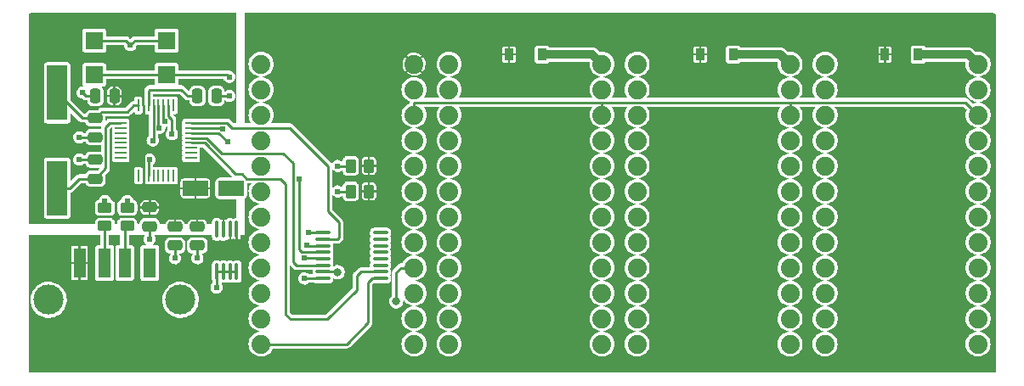
<source format=gbr>
%TF.GenerationSoftware,KiCad,Pcbnew,(6.0.7)*%
%TF.CreationDate,2022-08-19T11:16:44-06:00*%
%TF.ProjectId,ogx360,6f677833-3630-42e6-9b69-6361645f7063,rev?*%
%TF.SameCoordinates,Original*%
%TF.FileFunction,Copper,L1,Top*%
%TF.FilePolarity,Positive*%
%FSLAX46Y46*%
G04 Gerber Fmt 4.6, Leading zero omitted, Abs format (unit mm)*
G04 Created by KiCad (PCBNEW (6.0.7)) date 2022-08-19 11:16:44*
%MOMM*%
%LPD*%
G01*
G04 APERTURE LIST*
G04 Aperture macros list*
%AMRoundRect*
0 Rectangle with rounded corners*
0 $1 Rounding radius*
0 $2 $3 $4 $5 $6 $7 $8 $9 X,Y pos of 4 corners*
0 Add a 4 corners polygon primitive as box body*
4,1,4,$2,$3,$4,$5,$6,$7,$8,$9,$2,$3,0*
0 Add four circle primitives for the rounded corners*
1,1,$1+$1,$2,$3*
1,1,$1+$1,$4,$5*
1,1,$1+$1,$6,$7*
1,1,$1+$1,$8,$9*
0 Add four rect primitives between the rounded corners*
20,1,$1+$1,$2,$3,$4,$5,0*
20,1,$1+$1,$4,$5,$6,$7,0*
20,1,$1+$1,$6,$7,$8,$9,0*
20,1,$1+$1,$8,$9,$2,$3,0*%
G04 Aperture macros list end*
%TA.AperFunction,SMDPad,CuDef*%
%ADD10RoundRect,0.250000X-1.050000X-0.550000X1.050000X-0.550000X1.050000X0.550000X-1.050000X0.550000X0*%
%TD*%
%TA.AperFunction,SMDPad,CuDef*%
%ADD11R,0.254000X1.143000*%
%TD*%
%TA.AperFunction,SMDPad,CuDef*%
%ADD12R,1.143000X0.254000*%
%TD*%
%TA.AperFunction,SMDPad,CuDef*%
%ADD13RoundRect,0.250000X-0.262500X-0.450000X0.262500X-0.450000X0.262500X0.450000X-0.262500X0.450000X0*%
%TD*%
%TA.AperFunction,SMDPad,CuDef*%
%ADD14R,0.900000X1.200000*%
%TD*%
%TA.AperFunction,ComponentPad*%
%ADD15C,1.880000*%
%TD*%
%TA.AperFunction,SMDPad,CuDef*%
%ADD16RoundRect,0.250000X0.475000X-0.250000X0.475000X0.250000X-0.475000X0.250000X-0.475000X-0.250000X0*%
%TD*%
%TA.AperFunction,SMDPad,CuDef*%
%ADD17R,1.250000X3.000000*%
%TD*%
%TA.AperFunction,ComponentPad*%
%ADD18C,3.000000*%
%TD*%
%TA.AperFunction,SMDPad,CuDef*%
%ADD19RoundRect,0.250000X0.250000X0.475000X-0.250000X0.475000X-0.250000X-0.475000X0.250000X-0.475000X0*%
%TD*%
%TA.AperFunction,SMDPad,CuDef*%
%ADD20RoundRect,0.100000X-0.100000X0.712500X-0.100000X-0.712500X0.100000X-0.712500X0.100000X0.712500X0*%
%TD*%
%TA.AperFunction,SMDPad,CuDef*%
%ADD21RoundRect,0.250000X-0.475000X0.250000X-0.475000X-0.250000X0.475000X-0.250000X0.475000X0.250000X0*%
%TD*%
%TA.AperFunction,SMDPad,CuDef*%
%ADD22R,1.778000X1.778000*%
%TD*%
%TA.AperFunction,SMDPad,CuDef*%
%ADD23R,1.778000X1.779000*%
%TD*%
%TA.AperFunction,SMDPad,CuDef*%
%ADD24RoundRect,0.250000X-0.450000X0.262500X-0.450000X-0.262500X0.450000X-0.262500X0.450000X0.262500X0*%
%TD*%
%TA.AperFunction,SMDPad,CuDef*%
%ADD25R,2.000000X5.500000*%
%TD*%
%TA.AperFunction,SMDPad,CuDef*%
%ADD26RoundRect,0.100000X-0.637500X-0.100000X0.637500X-0.100000X0.637500X0.100000X-0.637500X0.100000X0*%
%TD*%
%TA.AperFunction,SMDPad,CuDef*%
%ADD27RoundRect,0.250000X-0.250000X-0.475000X0.250000X-0.475000X0.250000X0.475000X-0.250000X0.475000X0*%
%TD*%
%TA.AperFunction,ViaPad*%
%ADD28C,0.609600*%
%TD*%
%TA.AperFunction,ViaPad*%
%ADD29C,0.800000*%
%TD*%
%TA.AperFunction,Conductor*%
%ADD30C,0.254000*%
%TD*%
%TA.AperFunction,Conductor*%
%ADD31C,0.250000*%
%TD*%
%TA.AperFunction,Conductor*%
%ADD32C,0.812800*%
%TD*%
G04 APERTURE END LIST*
D10*
%TO.P,C6,1*%
%TO.N,+3V3*%
X115916100Y-104273700D03*
%TO.P,C6,2*%
%TO.N,GND*%
X119516100Y-104273700D03*
%TD*%
D11*
%TO.P,U1,1,GPIN7*%
%TO.N,unconnected-(U1-Pad1)*%
X110251100Y-103011200D03*
%TO.P,U1,2,VL*%
%TO.N,+3V3*%
X110751100Y-103011200D03*
%TO.P,U1,3,GND@3*%
%TO.N,GND*%
X111251100Y-103011200D03*
%TO.P,U1,4,GOUT0*%
%TO.N,unconnected-(U1-Pad4)*%
X111751100Y-103011200D03*
%TO.P,U1,5,GOUT1*%
%TO.N,unconnected-(U1-Pad5)*%
X112251100Y-103011200D03*
%TO.P,U1,6,GOUT2*%
%TO.N,unconnected-(U1-Pad6)*%
X112751100Y-103011200D03*
%TO.P,U1,7,GOUT3*%
%TO.N,unconnected-(U1-Pad7)*%
X113251100Y-103011200D03*
%TO.P,U1,8,GOUT4*%
%TO.N,unconnected-(U1-Pad8)*%
X113751100Y-103011200D03*
D12*
%TO.P,U1,9,GOUT5*%
%TO.N,unconnected-(U1-Pad9)*%
X115501100Y-101261200D03*
%TO.P,U1,10,GOUT6*%
%TO.N,unconnected-(U1-Pad10)*%
X115501100Y-100761200D03*
%TO.P,U1,11,GOUT7*%
%TO.N,unconnected-(U1-Pad11)*%
X115501100Y-100261200D03*
%TO.P,U1,12,RES*%
%TO.N,/MAX_RES*%
X115501100Y-99761200D03*
%TO.P,U1,13,SCK*%
%TO.N,/MAX_SCK*%
X115501100Y-99261200D03*
%TO.P,U1,14,SS*%
%TO.N,/MAX_SS*%
X115501100Y-98761200D03*
%TO.P,U1,15,MISO*%
%TO.N,/MAX_MISO*%
X115501100Y-98261200D03*
%TO.P,U1,16,MOSI*%
%TO.N,/MAX_MOSI*%
X115501100Y-97761200D03*
D11*
%TO.P,U1,17,GPX*%
%TO.N,unconnected-(U1-Pad17)*%
X113751100Y-96011200D03*
%TO.P,U1,18,INT*%
%TO.N,/MAX_INT*%
X113251100Y-96011200D03*
%TO.P,U1,19,GND@19*%
%TO.N,GND*%
X112751100Y-96011200D03*
%TO.P,U1,20,D-*%
%TO.N,Net-(R2-Pad1)*%
X112251100Y-96011200D03*
%TO.P,U1,21,D+*%
%TO.N,Net-(R1-Pad1)*%
X111751100Y-96011200D03*
%TO.P,U1,22,VBCOMP*%
%TO.N,/VBCOMP*%
X111251100Y-96011200D03*
%TO.P,U1,23,VCC*%
%TO.N,+3V3*%
X110751100Y-96011200D03*
%TO.P,U1,24,X1*%
%TO.N,Net-(C3-Pad1)*%
X110251100Y-96011200D03*
D12*
%TO.P,U1,25,X0*%
%TO.N,Net-(C2-Pad1)*%
X108501100Y-97761200D03*
%TO.P,U1,26,GPIN0*%
%TO.N,unconnected-(U1-Pad26)*%
X108501100Y-98261200D03*
%TO.P,U1,27,GPIN1*%
%TO.N,unconnected-(U1-Pad27)*%
X108501100Y-98761200D03*
%TO.P,U1,28,GPIN2*%
%TO.N,unconnected-(U1-Pad28)*%
X108501100Y-99261200D03*
%TO.P,U1,29,GPIN3*%
%TO.N,unconnected-(U1-Pad29)*%
X108501100Y-99761200D03*
%TO.P,U1,30,GPIN4*%
%TO.N,unconnected-(U1-Pad30)*%
X108501100Y-100261200D03*
%TO.P,U1,31,GPIN5*%
%TO.N,unconnected-(U1-Pad31)*%
X108501100Y-100761200D03*
%TO.P,U1,32,GPIN6*%
%TO.N,unconnected-(U1-Pad32)*%
X108501100Y-101261200D03*
%TD*%
D13*
%TO.P,R3,1,1*%
%TO.N,/I2C_SCL*%
X131408600Y-104591200D03*
%TO.P,R3,2,2*%
%TO.N,+5V*%
X133233600Y-104591200D03*
%TD*%
D14*
%TO.P,D2,1,K*%
%TO.N,Net-(D2-Pad1)*%
X169531100Y-90938700D03*
%TO.P,D2,2,A*%
%TO.N,+5V*%
X166231100Y-90938700D03*
%TD*%
D15*
%TO.P,U7,P$1,RAW*%
%TO.N,Net-(D3-Pad1)*%
X193916100Y-91891200D03*
%TO.P,U7,P$2,GND@1*%
%TO.N,GND*%
X193916100Y-94431200D03*
%TO.P,U7,P$3,RST*%
%TO.N,/RESET*%
X193916100Y-96971200D03*
%TO.P,U7,P$4,VCC*%
%TO.N,unconnected-(U7-PadP$4)*%
X193916100Y-99511200D03*
%TO.P,U7,P$5,D21/A3*%
%TO.N,unconnected-(U7-PadP$5)*%
X193916100Y-102051200D03*
%TO.P,U7,P$6,D20/A2*%
%TO.N,unconnected-(U7-PadP$6)*%
X193916100Y-104591200D03*
%TO.P,U7,P$7,D19/A1*%
%TO.N,unconnected-(U7-PadP$7)*%
X193916100Y-107131200D03*
%TO.P,U7,P$8,D18/A0*%
%TO.N,unconnected-(U7-PadP$8)*%
X193916100Y-109671200D03*
%TO.P,U7,P$9,D15/SCLK*%
%TO.N,unconnected-(U7-PadP$9)*%
X193916100Y-112211200D03*
%TO.P,U7,P$10,D14/MISO*%
%TO.N,unconnected-(U7-PadP$10)*%
X193916100Y-114751200D03*
%TO.P,U7,P$11,D16/MOSI*%
%TO.N,unconnected-(U7-PadP$11)*%
X193916100Y-117291200D03*
%TO.P,U7,P$12,D10/A10*%
%TO.N,unconnected-(U7-PadP$12)*%
X193916100Y-119831200D03*
%TO.P,U7,P$13,A9/D9*%
%TO.N,unconnected-(U7-PadP$13)*%
X178676100Y-119831200D03*
%TO.P,U7,P$14,A8/D8*%
%TO.N,unconnected-(U7-PadP$14)*%
X178676100Y-117291200D03*
%TO.P,U7,P$15,D7*%
%TO.N,unconnected-(U7-PadP$15)*%
X178676100Y-114751200D03*
%TO.P,U7,P$16,A7/D6*%
%TO.N,unconnected-(U7-PadP$16)*%
X178676100Y-112211200D03*
%TO.P,U7,P$17,D5*%
%TO.N,unconnected-(U7-PadP$17)*%
X178676100Y-109671200D03*
%TO.P,U7,P$18,A6/D4*%
%TO.N,unconnected-(U7-PadP$18)*%
X178676100Y-107131200D03*
%TO.P,U7,P$19,D3/SCL*%
%TO.N,/I2C_SCL*%
X178676100Y-104591200D03*
%TO.P,U7,P$20,D2/SDA*%
%TO.N,/I2C_SDA*%
X178676100Y-102051200D03*
%TO.P,U7,P$21,GND@2*%
%TO.N,GND*%
X178676100Y-99511200D03*
%TO.P,U7,P$22,GND@3*%
X178676100Y-96971200D03*
%TO.P,U7,P$23,D1/RX*%
%TO.N,unconnected-(U7-PadP$23)*%
X178676100Y-94431200D03*
%TO.P,U7,P$24,D0/TX*%
%TO.N,unconnected-(U7-PadP$24)*%
X178676100Y-91891200D03*
%TD*%
D16*
%TO.P,C2,1,1*%
%TO.N,Net-(C2-Pad1)*%
X105968600Y-103318700D03*
%TO.P,C2,2,2*%
%TO.N,GND*%
X105968600Y-101418700D03*
%TD*%
D17*
%TO.P,J1,1,VBUS*%
%TO.N,+5V*%
X104389000Y-111736600D03*
%TO.P,J1,2,D-*%
%TO.N,Net-(J1-Pad2)*%
X106889000Y-111736600D03*
%TO.P,J1,3,D+*%
%TO.N,Net-(J1-Pad3)*%
X108889000Y-111736600D03*
%TO.P,J1,4,GND*%
%TO.N,GND*%
X111389000Y-111736600D03*
D18*
%TO.P,J1,5,Shield*%
X114459000Y-115416600D03*
X101319000Y-115416600D03*
%TD*%
D19*
%TO.P,C5,1,1*%
%TO.N,+3V3*%
X107871100Y-95066200D03*
%TO.P,C5,2,2*%
%TO.N,GND*%
X105971100Y-95066200D03*
%TD*%
D13*
%TO.P,R4,1,1*%
%TO.N,/I2C_SDA*%
X131408600Y-102051200D03*
%TO.P,R4,2,2*%
%TO.N,+5V*%
X133233600Y-102051200D03*
%TD*%
D20*
%TO.P,U3,1,EN*%
%TO.N,+5V*%
X120040000Y-108384100D03*
%TO.P,U3,2,IN*%
X119390000Y-108384100D03*
%TO.P,U3,3,OUT*%
%TO.N,+3V3*%
X118740000Y-108384100D03*
%TO.P,U3,4,BP*%
%TO.N,unconnected-(U3-Pad4)*%
X118090000Y-108384100D03*
%TO.P,U3,5,GND*%
%TO.N,GND*%
X118090000Y-112609100D03*
%TO.P,U3,6,GND*%
X118740000Y-112609100D03*
%TO.P,U3,7,GND*%
X119390000Y-112609100D03*
%TO.P,U3,8,GND*%
X120040000Y-112609100D03*
%TD*%
D14*
%TO.P,D3,1,K*%
%TO.N,Net-(D3-Pad1)*%
X187946100Y-90938700D03*
%TO.P,D3,2,A*%
%TO.N,+5V*%
X184646100Y-90938700D03*
%TD*%
D21*
%TO.P,C3,1,1*%
%TO.N,Net-(C3-Pad1)*%
X105968600Y-97291200D03*
%TO.P,C3,2,2*%
%TO.N,GND*%
X105968600Y-99191200D03*
%TD*%
%TO.P,C8,1,1*%
%TO.N,+3V3*%
X116128600Y-108086200D03*
%TO.P,C8,2,2*%
%TO.N,GND*%
X116128600Y-109986200D03*
%TD*%
%TO.P,C7,1,1*%
%TO.N,+3V3*%
X113906100Y-108086200D03*
%TO.P,C7,2,2*%
%TO.N,GND*%
X113906100Y-109986200D03*
%TD*%
%TO.P,C4,1,1*%
%TO.N,+3V3*%
X111366100Y-106181200D03*
%TO.P,C4,2,2*%
%TO.N,GND*%
X111366100Y-108081200D03*
%TD*%
D22*
%TO.P,SW1,P$1,P$1*%
%TO.N,/RESET*%
X105861100Y-92956200D03*
%TO.P,SW1,P$2,P$1*%
X113061100Y-92956200D03*
%TO.P,SW1,P$3,2*%
%TO.N,GND*%
X105861100Y-89556200D03*
D23*
%TO.P,SW1,P$4,2*%
X113061100Y-89556200D03*
%TD*%
D15*
%TO.P,U5,P$1,RAW*%
%TO.N,Net-(D1-Pad1)*%
X156451100Y-91891200D03*
%TO.P,U5,P$2,GND@1*%
%TO.N,GND*%
X156451100Y-94431200D03*
%TO.P,U5,P$3,RST*%
%TO.N,/RESET*%
X156451100Y-96971200D03*
%TO.P,U5,P$4,VCC*%
%TO.N,unconnected-(U5-PadP$4)*%
X156451100Y-99511200D03*
%TO.P,U5,P$5,D21/A3*%
%TO.N,unconnected-(U5-PadP$5)*%
X156451100Y-102051200D03*
%TO.P,U5,P$6,D20/A2*%
%TO.N,unconnected-(U5-PadP$6)*%
X156451100Y-104591200D03*
%TO.P,U5,P$7,D19/A1*%
%TO.N,GND*%
X156451100Y-107131200D03*
%TO.P,U5,P$8,D18/A0*%
%TO.N,unconnected-(U5-PadP$8)*%
X156451100Y-109671200D03*
%TO.P,U5,P$9,D15/SCLK*%
%TO.N,unconnected-(U5-PadP$9)*%
X156451100Y-112211200D03*
%TO.P,U5,P$10,D14/MISO*%
%TO.N,unconnected-(U5-PadP$10)*%
X156451100Y-114751200D03*
%TO.P,U5,P$11,D16/MOSI*%
%TO.N,unconnected-(U5-PadP$11)*%
X156451100Y-117291200D03*
%TO.P,U5,P$12,D10/A10*%
%TO.N,unconnected-(U5-PadP$12)*%
X156451100Y-119831200D03*
%TO.P,U5,P$13,A9/D9*%
%TO.N,unconnected-(U5-PadP$13)*%
X141211100Y-119831200D03*
%TO.P,U5,P$14,A8/D8*%
%TO.N,unconnected-(U5-PadP$14)*%
X141211100Y-117291200D03*
%TO.P,U5,P$15,D7*%
%TO.N,unconnected-(U5-PadP$15)*%
X141211100Y-114751200D03*
%TO.P,U5,P$16,A7/D6*%
%TO.N,unconnected-(U5-PadP$16)*%
X141211100Y-112211200D03*
%TO.P,U5,P$17,D5*%
%TO.N,unconnected-(U5-PadP$17)*%
X141211100Y-109671200D03*
%TO.P,U5,P$18,A6/D4*%
%TO.N,unconnected-(U5-PadP$18)*%
X141211100Y-107131200D03*
%TO.P,U5,P$19,D3/SCL*%
%TO.N,/I2C_SCL*%
X141211100Y-104591200D03*
%TO.P,U5,P$20,D2/SDA*%
%TO.N,/I2C_SDA*%
X141211100Y-102051200D03*
%TO.P,U5,P$21,GND@2*%
%TO.N,GND*%
X141211100Y-99511200D03*
%TO.P,U5,P$22,GND@3*%
X141211100Y-96971200D03*
%TO.P,U5,P$23,D1/RX*%
%TO.N,unconnected-(U5-PadP$23)*%
X141211100Y-94431200D03*
%TO.P,U5,P$24,D0/TX*%
%TO.N,unconnected-(U5-PadP$24)*%
X141211100Y-91891200D03*
%TD*%
D24*
%TO.P,R1,1,1*%
%TO.N,Net-(R1-Pad1)*%
X109143600Y-106218700D03*
%TO.P,R1,2,2*%
%TO.N,Net-(J1-Pad3)*%
X109143600Y-108043700D03*
%TD*%
D15*
%TO.P,U6,P$1,RAW*%
%TO.N,Net-(D2-Pad1)*%
X175183600Y-91891200D03*
%TO.P,U6,P$2,GND@1*%
%TO.N,GND*%
X175183600Y-94431200D03*
%TO.P,U6,P$3,RST*%
%TO.N,/RESET*%
X175183600Y-96971200D03*
%TO.P,U6,P$4,VCC*%
%TO.N,unconnected-(U6-PadP$4)*%
X175183600Y-99511200D03*
%TO.P,U6,P$5,D21/A3*%
%TO.N,unconnected-(U6-PadP$5)*%
X175183600Y-102051200D03*
%TO.P,U6,P$6,D20/A2*%
%TO.N,GND*%
X175183600Y-104591200D03*
%TO.P,U6,P$7,D19/A1*%
%TO.N,unconnected-(U6-PadP$7)*%
X175183600Y-107131200D03*
%TO.P,U6,P$8,D18/A0*%
%TO.N,unconnected-(U6-PadP$8)*%
X175183600Y-109671200D03*
%TO.P,U6,P$9,D15/SCLK*%
%TO.N,unconnected-(U6-PadP$9)*%
X175183600Y-112211200D03*
%TO.P,U6,P$10,D14/MISO*%
%TO.N,unconnected-(U6-PadP$10)*%
X175183600Y-114751200D03*
%TO.P,U6,P$11,D16/MOSI*%
%TO.N,unconnected-(U6-PadP$11)*%
X175183600Y-117291200D03*
%TO.P,U6,P$12,D10/A10*%
%TO.N,unconnected-(U6-PadP$12)*%
X175183600Y-119831200D03*
%TO.P,U6,P$13,A9/D9*%
%TO.N,unconnected-(U6-PadP$13)*%
X159943600Y-119831200D03*
%TO.P,U6,P$14,A8/D8*%
%TO.N,unconnected-(U6-PadP$14)*%
X159943600Y-117291200D03*
%TO.P,U6,P$15,D7*%
%TO.N,unconnected-(U6-PadP$15)*%
X159943600Y-114751200D03*
%TO.P,U6,P$16,A7/D6*%
%TO.N,unconnected-(U6-PadP$16)*%
X159943600Y-112211200D03*
%TO.P,U6,P$17,D5*%
%TO.N,unconnected-(U6-PadP$17)*%
X159943600Y-109671200D03*
%TO.P,U6,P$18,A6/D4*%
%TO.N,unconnected-(U6-PadP$18)*%
X159943600Y-107131200D03*
%TO.P,U6,P$19,D3/SCL*%
%TO.N,/I2C_SCL*%
X159943600Y-104591200D03*
%TO.P,U6,P$20,D2/SDA*%
%TO.N,/I2C_SDA*%
X159943600Y-102051200D03*
%TO.P,U6,P$21,GND@2*%
%TO.N,GND*%
X159943600Y-99511200D03*
%TO.P,U6,P$22,GND@3*%
X159943600Y-96971200D03*
%TO.P,U6,P$23,D1/RX*%
%TO.N,unconnected-(U6-PadP$23)*%
X159943600Y-94431200D03*
%TO.P,U6,P$24,D0/TX*%
%TO.N,unconnected-(U6-PadP$24)*%
X159943600Y-91891200D03*
%TD*%
D14*
%TO.P,D1,1,K*%
%TO.N,Net-(D1-Pad1)*%
X150481100Y-90938700D03*
%TO.P,D1,2,A*%
%TO.N,+5V*%
X147181100Y-90938700D03*
%TD*%
D25*
%TO.P,Y1,1,1*%
%TO.N,Net-(C2-Pad1)*%
X102158600Y-104261200D03*
%TO.P,Y1,2,2*%
%TO.N,Net-(C3-Pad1)*%
X102158600Y-94761200D03*
%TD*%
D26*
%TO.P,U2,1,VCC*%
%TO.N,+3V3*%
X128648500Y-108729600D03*
%TO.P,U2,2,1Y*%
%TO.N,/MAX_MOSI*%
X128648500Y-109379600D03*
%TO.P,U2,3,1A*%
%TO.N,/AT_MOSI*%
X128648500Y-110029600D03*
%TO.P,U2,4,2Y*%
%TO.N,/MAX_SS*%
X128648500Y-110679600D03*
%TO.P,U2,5,2A*%
%TO.N,/AT_SS*%
X128648500Y-111329600D03*
%TO.P,U2,6,3Y*%
%TO.N,/MAX_SCK*%
X128648500Y-111979600D03*
%TO.P,U2,7,3A*%
%TO.N,/AT_SCK*%
X128648500Y-112629600D03*
%TO.P,U2,8,GND*%
%TO.N,GND*%
X128648500Y-113279600D03*
%TO.P,U2,9,4A*%
%TO.N,/AT_RES*%
X134373500Y-113279600D03*
%TO.P,U2,10,4Y*%
%TO.N,/MAX_RES*%
X134373500Y-112629600D03*
%TO.P,U2,11,5A*%
%TO.N,unconnected-(U2-Pad11)*%
X134373500Y-111979600D03*
%TO.P,U2,12,5Y*%
%TO.N,unconnected-(U2-Pad12)*%
X134373500Y-111329600D03*
%TO.P,U2,13*%
%TO.N,N/C*%
X134373500Y-110679600D03*
%TO.P,U2,14,6A*%
%TO.N,unconnected-(U2-Pad14)*%
X134373500Y-110029600D03*
%TO.P,U2,15,6Y*%
%TO.N,unconnected-(U2-Pad15)*%
X134373500Y-109379600D03*
%TO.P,U2,16*%
%TO.N,N/C*%
X134373500Y-108729600D03*
%TD*%
D15*
%TO.P,U4,P$1,RAW*%
%TO.N,+5V*%
X137718600Y-91891200D03*
%TO.P,U4,P$2,GND@1*%
%TO.N,GND*%
X137718600Y-94431200D03*
%TO.P,U4,P$3,RST*%
%TO.N,/RESET*%
X137718600Y-96971200D03*
%TO.P,U4,P$4,VCC*%
%TO.N,unconnected-(U4-PadP$4)*%
X137718600Y-99511200D03*
%TO.P,U4,P$5,D21/A3*%
%TO.N,unconnected-(U4-PadP$5)*%
X137718600Y-102051200D03*
%TO.P,U4,P$6,D20/A2*%
%TO.N,GND*%
X137718600Y-104591200D03*
%TO.P,U4,P$7,D19/A1*%
X137718600Y-107131200D03*
%TO.P,U4,P$8,D18/A0*%
%TO.N,unconnected-(U4-PadP$8)*%
X137718600Y-109671200D03*
%TO.P,U4,P$9,D15/SCLK*%
%TO.N,/AT_SCK*%
X137718600Y-112211200D03*
%TO.P,U4,P$10,D14/MISO*%
%TO.N,/MAX_MISO*%
X137718600Y-114751200D03*
%TO.P,U4,P$11,D16/MOSI*%
%TO.N,/AT_MOSI*%
X137718600Y-117291200D03*
%TO.P,U4,P$12,D10/A10*%
%TO.N,/AT_SS*%
X137718600Y-119831200D03*
%TO.P,U4,P$13,A9/D9*%
%TO.N,/AT_RES*%
X122478600Y-119831200D03*
%TO.P,U4,P$14,A8/D8*%
%TO.N,unconnected-(U4-PadP$14)*%
X122478600Y-117291200D03*
%TO.P,U4,P$15,D7*%
%TO.N,/MAX_INT*%
X122478600Y-114751200D03*
%TO.P,U4,P$16,A7/D6*%
%TO.N,unconnected-(U4-PadP$16)*%
X122478600Y-112211200D03*
%TO.P,U4,P$17,D5*%
%TO.N,unconnected-(U4-PadP$17)*%
X122478600Y-109671200D03*
%TO.P,U4,P$18,A6/D4*%
%TO.N,unconnected-(U4-PadP$18)*%
X122478600Y-107131200D03*
%TO.P,U4,P$19,D3/SCL*%
%TO.N,/I2C_SCL*%
X122478600Y-104591200D03*
%TO.P,U4,P$20,D2/SDA*%
%TO.N,/I2C_SDA*%
X122478600Y-102051200D03*
%TO.P,U4,P$21,GND@2*%
%TO.N,GND*%
X122478600Y-99511200D03*
%TO.P,U4,P$22,GND@3*%
X122478600Y-96971200D03*
%TO.P,U4,P$23,D1/RX*%
%TO.N,unconnected-(U4-PadP$23)*%
X122478600Y-94431200D03*
%TO.P,U4,P$24,D0/TX*%
%TO.N,unconnected-(U4-PadP$24)*%
X122478600Y-91891200D03*
%TD*%
D27*
%TO.P,C1,1,1*%
%TO.N,/VBCOMP*%
X116131100Y-95066200D03*
%TO.P,C1,2,2*%
%TO.N,GND*%
X118031100Y-95066200D03*
%TD*%
D24*
%TO.P,R2,1,1*%
%TO.N,Net-(R2-Pad1)*%
X106921100Y-106218700D03*
%TO.P,R2,2,2*%
%TO.N,Net-(J1-Pad2)*%
X106921100Y-108043700D03*
%TD*%
D28*
%TO.N,+3V3*%
X118303000Y-105797600D03*
X127241100Y-108718700D03*
%TO.N,GND*%
X111366100Y-110623700D03*
X119938600Y-104273700D03*
X112928226Y-97569135D03*
X126812000Y-113290600D03*
X116128600Y-111258700D03*
X113906100Y-111258700D03*
X119303600Y-95066200D03*
X104381100Y-99193700D03*
X109461100Y-89986200D03*
X118986100Y-104273700D03*
X118049000Y-114179600D03*
X104381100Y-101416200D03*
X104698600Y-94748700D03*
X111366100Y-112528700D03*
X111366100Y-109353700D03*
X111366100Y-101416200D03*
X111366100Y-111576200D03*
%TO.N,Net-(R1-Pad1)*%
X111683600Y-99511200D03*
X109143600Y-105543700D03*
%TO.N,Net-(R2-Pad1)*%
X112335300Y-98241200D03*
X106921100Y-105543700D03*
%TO.N,/I2C_SCL*%
X130098600Y-104591200D03*
%TO.N,/I2C_SDA*%
X130098600Y-102051200D03*
%TO.N,/RESET*%
X119303600Y-93161200D03*
%TO.N,/MAX_SS*%
X119155906Y-99658894D03*
X126288600Y-103321200D03*
%TO.N,/MAX_MISO*%
X118668600Y-98345400D03*
%TO.N,/MAX_INT*%
X113588600Y-98876200D03*
%TO.N,/AT_MOSI*%
X127066000Y-109988600D03*
%TO.N,/AT_SS*%
X126812000Y-111258600D03*
D29*
%TO.N,/AT_SCK*%
X130114000Y-112655600D03*
X135956000Y-115576600D03*
%TD*%
D30*
%TO.N,/MAX_MOSI*%
X130088000Y-109379600D02*
X128648500Y-109379600D01*
X130241000Y-109226600D02*
X130088000Y-109379600D01*
X130241000Y-107702600D02*
X130241000Y-109226600D01*
X129146100Y-102051200D02*
X129146100Y-106607700D01*
X125336100Y-98241200D02*
X129146100Y-102051200D01*
X129146100Y-106607700D02*
X130241000Y-107702600D01*
X119577200Y-98241200D02*
X125336100Y-98241200D01*
X119097200Y-97761200D02*
X119577200Y-98241200D01*
X115496900Y-97761200D02*
X119097200Y-97761200D01*
%TO.N,/MAX_SCK*%
X118561200Y-100781200D02*
X117041200Y-99261200D01*
X124701100Y-100781200D02*
X118561200Y-100781200D01*
X125653600Y-101733700D02*
X124701100Y-100781200D01*
X125653600Y-111655000D02*
X125653600Y-101733700D01*
X117041200Y-99261200D02*
X115496900Y-99261200D01*
%TO.N,+3V3*%
X110751100Y-103007000D02*
X110751100Y-104293700D01*
X109143600Y-94748700D02*
X109143600Y-95066200D01*
X110751100Y-104293700D02*
X111366100Y-104908700D01*
X109778600Y-94113700D02*
X109143600Y-94748700D01*
X109143600Y-95066200D02*
X107871100Y-95066200D01*
D31*
X128648500Y-108729600D02*
X127252000Y-108729600D01*
D30*
X110731100Y-95995400D02*
X110731100Y-94113700D01*
X110751100Y-96015400D02*
X110731100Y-95995400D01*
X111366100Y-104908700D02*
X111366100Y-106181200D01*
X110751100Y-96015400D02*
X110751100Y-103007000D01*
D31*
X127252000Y-108729600D02*
X127241100Y-108718700D01*
D30*
X110731100Y-94113700D02*
X109778600Y-94113700D01*
D31*
%TO.N,GND*%
X118090000Y-112609100D02*
X118090000Y-114138600D01*
D30*
X118031100Y-95066200D02*
X119303600Y-95066200D01*
D31*
X126812000Y-113290600D02*
X128637500Y-113290600D01*
D30*
X105861100Y-89556200D02*
X109031100Y-89556200D01*
X105968600Y-99191200D02*
X104383600Y-99191200D01*
X105971100Y-95066200D02*
X105016100Y-95066200D01*
D31*
X118740000Y-112609100D02*
X118090000Y-112609100D01*
D30*
X111251100Y-103007000D02*
X111251100Y-101531200D01*
X109891100Y-89556200D02*
X113061100Y-89556200D01*
X109461100Y-89986200D02*
X109891100Y-89556200D01*
X112751100Y-97392009D02*
X112751100Y-96015400D01*
X111366100Y-108081200D02*
X111366100Y-109353700D01*
D31*
X120040000Y-112609100D02*
X119390000Y-112609100D01*
X118090000Y-114138600D02*
X118049000Y-114179600D01*
D30*
X109031100Y-89556200D02*
X109461100Y-89986200D01*
X105968600Y-101418700D02*
X104383600Y-101418700D01*
X113906100Y-109986200D02*
X113906100Y-111258700D01*
X105016100Y-95066200D02*
X104698600Y-94748700D01*
X116128600Y-109986200D02*
X116128600Y-111258700D01*
X112928226Y-97569135D02*
X112751100Y-97392009D01*
X104383600Y-99191200D02*
X104381100Y-99193700D01*
D31*
X119390000Y-112609100D02*
X118740000Y-112609100D01*
D30*
X111251100Y-101531200D02*
X111366100Y-101416200D01*
X104383600Y-101418700D02*
X104381100Y-101416200D01*
%TO.N,/VBCOMP*%
X111366100Y-94431200D02*
X114541100Y-94431200D01*
X114541100Y-94431200D02*
X115176100Y-95066200D01*
X115176100Y-95066200D02*
X116131100Y-95066200D01*
X111251100Y-96015400D02*
X111251100Y-94546200D01*
X111251100Y-94546200D02*
X111366100Y-94431200D01*
%TO.N,Net-(C2-Pad1)*%
X107401100Y-97761200D02*
X108505300Y-97761200D01*
X106998000Y-102289300D02*
X106998000Y-98164300D01*
X104383600Y-103318700D02*
X105968600Y-103318700D01*
X106998000Y-98164300D02*
X107401100Y-97761200D01*
X103441100Y-104261200D02*
X104383600Y-103318700D01*
X105968600Y-103318700D02*
X106998000Y-102289300D01*
X102158600Y-104261200D02*
X103441100Y-104261200D01*
%TO.N,Net-(C3-Pad1)*%
X109143600Y-96653700D02*
X109781900Y-96015400D01*
X109781900Y-96015400D02*
X110251100Y-96015400D01*
X104688600Y-97291200D02*
X102158600Y-94761200D01*
X105968600Y-97291200D02*
X104688600Y-97291200D01*
X105968600Y-97291200D02*
X106606100Y-96653700D01*
X106606100Y-96653700D02*
X109143600Y-96653700D01*
%TO.N,Net-(R1-Pad1)*%
X111751100Y-99443700D02*
X111683600Y-99511200D01*
X111751100Y-96015400D02*
X111751100Y-99443700D01*
X109143600Y-106181200D02*
X109143600Y-105543700D01*
%TO.N,Net-(R2-Pad1)*%
X112251100Y-98157000D02*
X112335300Y-98241200D01*
X112251100Y-96015400D02*
X112251100Y-98157000D01*
X106921100Y-106181200D02*
X106921100Y-105543700D01*
%TO.N,/I2C_SCL*%
X131371100Y-104591200D02*
X130098600Y-104591200D01*
%TO.N,/I2C_SDA*%
X131371100Y-102051200D02*
X130098600Y-102051200D01*
%TO.N,/RESET*%
X137718600Y-96971200D02*
X137718600Y-95701200D01*
X119098600Y-92956200D02*
X119303600Y-93161200D01*
X113061100Y-92956200D02*
X119098600Y-92956200D01*
X137718600Y-95701200D02*
X156451100Y-95701200D01*
X175183600Y-95701200D02*
X192646100Y-95701200D01*
X175183600Y-96971200D02*
X175183600Y-95701200D01*
X156451100Y-96971200D02*
X156451100Y-95701200D01*
X105861100Y-92956200D02*
X113061100Y-92956200D01*
X156451100Y-95701200D02*
X175183600Y-95701200D01*
X192646100Y-95701200D02*
X193916100Y-96971200D01*
%TO.N,/MAX_SS*%
X118258212Y-98761200D02*
X119155906Y-99658894D01*
X126288600Y-110354200D02*
X126558000Y-110623600D01*
X126288600Y-103321200D02*
X126288600Y-110354200D01*
X126558000Y-110623600D02*
X128592500Y-110623600D01*
X115496900Y-98761200D02*
X118258212Y-98761200D01*
D31*
%TO.N,/MAX_SCK*%
X128648500Y-111979600D02*
X125978200Y-111979600D01*
X125978200Y-111979600D02*
X125653600Y-111655000D01*
D30*
%TO.N,/MAX_MISO*%
X115496900Y-98261200D02*
X118584400Y-98261200D01*
X118584400Y-98261200D02*
X118668600Y-98345400D01*
%TO.N,/MAX_RES*%
X120568131Y-102830600D02*
X121058731Y-103321200D01*
D31*
X129098000Y-117354600D02*
X125415000Y-117354600D01*
X132019000Y-114433600D02*
X129098000Y-117354600D01*
D30*
X124929700Y-103867300D02*
X124929700Y-116869300D01*
X115496900Y-99761200D02*
X116863862Y-99761200D01*
D31*
X134373500Y-112629600D02*
X132426000Y-112629600D01*
X125415000Y-117354600D02*
X124929700Y-116869300D01*
D30*
X119933262Y-102830600D02*
X120568131Y-102830600D01*
X124383600Y-103321200D02*
X124929700Y-103867300D01*
D31*
X132426000Y-112629600D02*
X132019000Y-113036600D01*
X132019000Y-113036600D02*
X132019000Y-114433600D01*
D30*
X121058731Y-103321200D02*
X124383600Y-103321200D01*
X116863862Y-99761200D02*
X119933262Y-102830600D01*
%TO.N,/MAX_INT*%
X113588600Y-97404032D02*
X113588600Y-98876200D01*
X113251100Y-97066532D02*
X113588600Y-97404032D01*
X113251100Y-96015400D02*
X113251100Y-97066532D01*
D31*
%TO.N,/AT_MOSI*%
X127107000Y-110029600D02*
X127066000Y-109988600D01*
X128648500Y-110029600D02*
X127107000Y-110029600D01*
D30*
%TO.N,/AT_SS*%
X126812000Y-111258600D02*
X128577500Y-111258600D01*
D31*
%TO.N,/AT_SCK*%
X130088000Y-112629600D02*
X130114000Y-112655600D01*
X128648500Y-112629600D02*
X130088000Y-112629600D01*
X135956000Y-112655600D02*
X136400400Y-112211200D01*
X136400400Y-112211200D02*
X137718600Y-112211200D01*
X135956000Y-115576600D02*
X135956000Y-112655600D01*
%TO.N,/AT_RES*%
X130990200Y-119831200D02*
X122478600Y-119831200D01*
X134373500Y-113279600D02*
X133554000Y-113279600D01*
X133162000Y-117659400D02*
X130990200Y-119831200D01*
X133554000Y-113279600D02*
X133162000Y-113671600D01*
X133162000Y-113671600D02*
X133162000Y-117659400D01*
D30*
%TO.N,Net-(J1-Pad2)*%
X106873600Y-111491700D02*
X106873600Y-108128700D01*
%TO.N,Net-(J1-Pad3)*%
X108873600Y-111491700D02*
X108873600Y-108351200D01*
D32*
%TO.N,Net-(D1-Pad1)*%
X150731100Y-90938700D02*
X155498600Y-90938700D01*
X155498600Y-90938700D02*
X156451100Y-91891200D01*
%TO.N,Net-(D2-Pad1)*%
X169781100Y-90938700D02*
X174231100Y-90938700D01*
X174231100Y-90938700D02*
X175183600Y-91891200D01*
%TO.N,Net-(D3-Pad1)*%
X192963600Y-90938700D02*
X193916100Y-91891200D01*
X188196100Y-90938700D02*
X192963600Y-90938700D01*
%TD*%
%TA.AperFunction,Conductor*%
%TO.N,+5V*%
G36*
X195476486Y-86805864D02*
G01*
X195500000Y-86810010D01*
X195505700Y-86809005D01*
X195519376Y-86809155D01*
X195567269Y-86818681D01*
X195580641Y-86824219D01*
X195631538Y-86858226D01*
X195641773Y-86868461D01*
X195675781Y-86919359D01*
X195681319Y-86932731D01*
X195690845Y-86980624D01*
X195690995Y-86994300D01*
X195689990Y-87000000D01*
X195690554Y-87003199D01*
X195694136Y-87023513D01*
X195694700Y-87029955D01*
X195694700Y-122470045D01*
X195694136Y-122476486D01*
X195689990Y-122500000D01*
X195690554Y-122503198D01*
X195690995Y-122505700D01*
X195690845Y-122519376D01*
X195681319Y-122567269D01*
X195675781Y-122580641D01*
X195641774Y-122631538D01*
X195631539Y-122641773D01*
X195580641Y-122675781D01*
X195567269Y-122681319D01*
X195519376Y-122690845D01*
X195505700Y-122690995D01*
X195500000Y-122689990D01*
X195496801Y-122690554D01*
X195476487Y-122694136D01*
X195470045Y-122694700D01*
X99529955Y-122694700D01*
X99523513Y-122694136D01*
X99503199Y-122690554D01*
X99500000Y-122689990D01*
X99494300Y-122690995D01*
X99480624Y-122690845D01*
X99432731Y-122681319D01*
X99419359Y-122675781D01*
X99368461Y-122641773D01*
X99358226Y-122631538D01*
X99324219Y-122580641D01*
X99318681Y-122567269D01*
X99309155Y-122519376D01*
X99309005Y-122505700D01*
X99309446Y-122503198D01*
X99310010Y-122500000D01*
X99305864Y-122476486D01*
X99305300Y-122470045D01*
X99305300Y-115369210D01*
X99509258Y-115369210D01*
X99522132Y-115637228D01*
X99574480Y-115900398D01*
X99574944Y-115901690D01*
X99574945Y-115901694D01*
X99625445Y-116042348D01*
X99665152Y-116152941D01*
X99665801Y-116154149D01*
X99665802Y-116154151D01*
X99710724Y-116237754D01*
X99792156Y-116389307D01*
X99792974Y-116390402D01*
X99792975Y-116390404D01*
X99951880Y-116603204D01*
X99951884Y-116603209D01*
X99952702Y-116604304D01*
X99953676Y-116605269D01*
X99953679Y-116605273D01*
X100057148Y-116707842D01*
X100143264Y-116793210D01*
X100144372Y-116794022D01*
X100144375Y-116794025D01*
X100232203Y-116858423D01*
X100359654Y-116951874D01*
X100360869Y-116952513D01*
X100360875Y-116952517D01*
X100494755Y-117022954D01*
X100597120Y-117076811D01*
X100598411Y-117077262D01*
X100598416Y-117077264D01*
X100699407Y-117112531D01*
X100850444Y-117165275D01*
X100851795Y-117165532D01*
X100851797Y-117165532D01*
X101088600Y-117210491D01*
X101114061Y-117215325D01*
X101322921Y-117223531D01*
X101380805Y-117225805D01*
X101380806Y-117225805D01*
X101382181Y-117225859D01*
X101415372Y-117222224D01*
X101647537Y-117196798D01*
X101647542Y-117196797D01*
X101648912Y-117196647D01*
X101650249Y-117196295D01*
X101907061Y-117128683D01*
X101907067Y-117128681D01*
X101908396Y-117128331D01*
X102154932Y-117022411D01*
X102156097Y-117021690D01*
X102156101Y-117021688D01*
X102239120Y-116970314D01*
X102383104Y-116881214D01*
X102587899Y-116707842D01*
X102625601Y-116664851D01*
X102763913Y-116507137D01*
X102763918Y-116507131D01*
X102764819Y-116506103D01*
X102765557Y-116504956D01*
X102765562Y-116504949D01*
X102909231Y-116281590D01*
X102909232Y-116281589D01*
X102909977Y-116280430D01*
X103020184Y-116035780D01*
X103093018Y-115777528D01*
X103126881Y-115511347D01*
X103126959Y-115508395D01*
X103129338Y-115417527D01*
X103129338Y-115417522D01*
X103129362Y-115416600D01*
X103125840Y-115369210D01*
X112649258Y-115369210D01*
X112662132Y-115637228D01*
X112714480Y-115900398D01*
X112714944Y-115901690D01*
X112714945Y-115901694D01*
X112765445Y-116042348D01*
X112805152Y-116152941D01*
X112805801Y-116154149D01*
X112805802Y-116154151D01*
X112850724Y-116237754D01*
X112932156Y-116389307D01*
X112932974Y-116390402D01*
X112932975Y-116390404D01*
X113091880Y-116603204D01*
X113091884Y-116603209D01*
X113092702Y-116604304D01*
X113093676Y-116605269D01*
X113093679Y-116605273D01*
X113197148Y-116707842D01*
X113283264Y-116793210D01*
X113284372Y-116794022D01*
X113284375Y-116794025D01*
X113372203Y-116858423D01*
X113499654Y-116951874D01*
X113500869Y-116952513D01*
X113500875Y-116952517D01*
X113634755Y-117022954D01*
X113737120Y-117076811D01*
X113738411Y-117077262D01*
X113738416Y-117077264D01*
X113839407Y-117112531D01*
X113990444Y-117165275D01*
X113991795Y-117165532D01*
X113991797Y-117165532D01*
X114228600Y-117210491D01*
X114254061Y-117215325D01*
X114462921Y-117223531D01*
X114520805Y-117225805D01*
X114520806Y-117225805D01*
X114522181Y-117225859D01*
X114555372Y-117222224D01*
X114787537Y-117196798D01*
X114787542Y-117196797D01*
X114788912Y-117196647D01*
X114790249Y-117196295D01*
X115047061Y-117128683D01*
X115047067Y-117128681D01*
X115048396Y-117128331D01*
X115294932Y-117022411D01*
X115296097Y-117021690D01*
X115296101Y-117021688D01*
X115379120Y-116970314D01*
X115523104Y-116881214D01*
X115727899Y-116707842D01*
X115765601Y-116664851D01*
X115903913Y-116507137D01*
X115903918Y-116507131D01*
X115904819Y-116506103D01*
X115905557Y-116504956D01*
X115905562Y-116504949D01*
X116049231Y-116281590D01*
X116049232Y-116281589D01*
X116049977Y-116280430D01*
X116160184Y-116035780D01*
X116233018Y-115777528D01*
X116266881Y-115511347D01*
X116266959Y-115508395D01*
X116269338Y-115417527D01*
X116269338Y-115417522D01*
X116269362Y-115416600D01*
X116249477Y-115149011D01*
X116239915Y-115106751D01*
X116190564Y-114888651D01*
X116190562Y-114888644D01*
X116190258Y-114887301D01*
X116093006Y-114637219D01*
X115990925Y-114458614D01*
X115960540Y-114405451D01*
X115960539Y-114405450D01*
X115959858Y-114404258D01*
X115851046Y-114266230D01*
X115794593Y-114194620D01*
X115794591Y-114194618D01*
X115793739Y-114193537D01*
X115772082Y-114173164D01*
X117434453Y-114173164D01*
X117434698Y-114175383D01*
X117434698Y-114175386D01*
X117441831Y-114239996D01*
X117450657Y-114319940D01*
X117451425Y-114322038D01*
X117451425Y-114322039D01*
X117473796Y-114383170D01*
X117501404Y-114458614D01*
X117502652Y-114460472D01*
X117502654Y-114460475D01*
X117541148Y-114517760D01*
X117583765Y-114581180D01*
X117692985Y-114680562D01*
X117694948Y-114681628D01*
X117694951Y-114681630D01*
X117820796Y-114749958D01*
X117820798Y-114749959D01*
X117822758Y-114751023D01*
X117965592Y-114788495D01*
X118039416Y-114789654D01*
X118111004Y-114790779D01*
X118111005Y-114790779D01*
X118113241Y-114790814D01*
X118185211Y-114774331D01*
X118255005Y-114758346D01*
X118255008Y-114758345D01*
X118257182Y-114757847D01*
X118259176Y-114756844D01*
X118259179Y-114756843D01*
X118387106Y-114692503D01*
X118387107Y-114692502D01*
X118389104Y-114691498D01*
X118450044Y-114639450D01*
X118499692Y-114597047D01*
X118499696Y-114597043D01*
X118501391Y-114595595D01*
X118587561Y-114475677D01*
X118642640Y-114338665D01*
X118663446Y-114192471D01*
X118663581Y-114179600D01*
X118645841Y-114033002D01*
X118643483Y-114026760D01*
X118594434Y-113896957D01*
X118594433Y-113896955D01*
X118593644Y-113894867D01*
X118567978Y-113857522D01*
X118530160Y-113802498D01*
X118526825Y-113797645D01*
X118520300Y-113776631D01*
X118520300Y-113756432D01*
X118531166Y-113730198D01*
X118557400Y-113719332D01*
X118563203Y-113719789D01*
X118606653Y-113726671D01*
X118606661Y-113726672D01*
X118608103Y-113726900D01*
X118609567Y-113726900D01*
X118740497Y-113726899D01*
X118871896Y-113726899D01*
X118937053Y-113716580D01*
X118963922Y-113712325D01*
X118963924Y-113712324D01*
X118966806Y-113711868D01*
X119048157Y-113670418D01*
X119076465Y-113668190D01*
X119081843Y-113670418D01*
X119160591Y-113710542D01*
X119160593Y-113710543D01*
X119163194Y-113711868D01*
X119166079Y-113712325D01*
X119256655Y-113726671D01*
X119256659Y-113726671D01*
X119258103Y-113726900D01*
X119259567Y-113726900D01*
X119390497Y-113726899D01*
X119521896Y-113726899D01*
X119587053Y-113716580D01*
X119613922Y-113712325D01*
X119613924Y-113712324D01*
X119616806Y-113711868D01*
X119698157Y-113670418D01*
X119726465Y-113668190D01*
X119731843Y-113670418D01*
X119810591Y-113710542D01*
X119810593Y-113710543D01*
X119813194Y-113711868D01*
X119816079Y-113712325D01*
X119906655Y-113726671D01*
X119906659Y-113726671D01*
X119908103Y-113726900D01*
X119909567Y-113726900D01*
X120040497Y-113726899D01*
X120171896Y-113726899D01*
X120237053Y-113716580D01*
X120263922Y-113712325D01*
X120263924Y-113712324D01*
X120266806Y-113711868D01*
X120381199Y-113653582D01*
X120471982Y-113562799D01*
X120507613Y-113492870D01*
X120528942Y-113451009D01*
X120528943Y-113451007D01*
X120530268Y-113448406D01*
X120531218Y-113442407D01*
X120545071Y-113354945D01*
X120545071Y-113354941D01*
X120545300Y-113353497D01*
X120545299Y-111864704D01*
X120530268Y-111769794D01*
X120471982Y-111655401D01*
X120381199Y-111564618D01*
X120308981Y-111527821D01*
X120269409Y-111507658D01*
X120269407Y-111507657D01*
X120266806Y-111506332D01*
X120263921Y-111505875D01*
X120173345Y-111491529D01*
X120173341Y-111491529D01*
X120171897Y-111491300D01*
X120170433Y-111491300D01*
X120039503Y-111491301D01*
X119908104Y-111491301D01*
X119856649Y-111499450D01*
X119816078Y-111505875D01*
X119816076Y-111505876D01*
X119813194Y-111506332D01*
X119810591Y-111507658D01*
X119810592Y-111507658D01*
X119731843Y-111547782D01*
X119703535Y-111550010D01*
X119698157Y-111547782D01*
X119619409Y-111507658D01*
X119619407Y-111507657D01*
X119616806Y-111506332D01*
X119613921Y-111505875D01*
X119523345Y-111491529D01*
X119523341Y-111491529D01*
X119521897Y-111491300D01*
X119520433Y-111491300D01*
X119389503Y-111491301D01*
X119258104Y-111491301D01*
X119206649Y-111499450D01*
X119166078Y-111505875D01*
X119166076Y-111505876D01*
X119163194Y-111506332D01*
X119160591Y-111507658D01*
X119160592Y-111507658D01*
X119081843Y-111547782D01*
X119053535Y-111550010D01*
X119048157Y-111547782D01*
X118969409Y-111507658D01*
X118969407Y-111507657D01*
X118966806Y-111506332D01*
X118963921Y-111505875D01*
X118873345Y-111491529D01*
X118873341Y-111491529D01*
X118871897Y-111491300D01*
X118870433Y-111491300D01*
X118739503Y-111491301D01*
X118608104Y-111491301D01*
X118556649Y-111499450D01*
X118516078Y-111505875D01*
X118516076Y-111505876D01*
X118513194Y-111506332D01*
X118510591Y-111507658D01*
X118510592Y-111507658D01*
X118431843Y-111547782D01*
X118403535Y-111550010D01*
X118398157Y-111547782D01*
X118319409Y-111507658D01*
X118319407Y-111507657D01*
X118316806Y-111506332D01*
X118313921Y-111505875D01*
X118223345Y-111491529D01*
X118223341Y-111491529D01*
X118221897Y-111491300D01*
X118220433Y-111491300D01*
X118089503Y-111491301D01*
X117958104Y-111491301D01*
X117906649Y-111499450D01*
X117866078Y-111505875D01*
X117866076Y-111505876D01*
X117863194Y-111506332D01*
X117748801Y-111564618D01*
X117658018Y-111655401D01*
X117628875Y-111712597D01*
X117604988Y-111759479D01*
X117599732Y-111769794D01*
X117599275Y-111772678D01*
X117599275Y-111772679D01*
X117585580Y-111859148D01*
X117584700Y-111864703D01*
X117584701Y-113353496D01*
X117589620Y-113384554D01*
X117598760Y-113442266D01*
X117599732Y-113448406D01*
X117655656Y-113558163D01*
X117659700Y-113575006D01*
X117659700Y-113692680D01*
X117646989Y-113720636D01*
X117592277Y-113768365D01*
X117590993Y-113770192D01*
X117590992Y-113770193D01*
X117524218Y-113865204D01*
X117507368Y-113889179D01*
X117453727Y-114026760D01*
X117434453Y-114173164D01*
X115772082Y-114173164D01*
X115598298Y-114009684D01*
X115554910Y-113979585D01*
X115378957Y-113857522D01*
X115378955Y-113857521D01*
X115377828Y-113856739D01*
X115137174Y-113738062D01*
X114881621Y-113656258D01*
X114880267Y-113656038D01*
X114880265Y-113656037D01*
X114792600Y-113641760D01*
X114616783Y-113613127D01*
X114615409Y-113613109D01*
X114349860Y-113609633D01*
X114349859Y-113609633D01*
X114348480Y-113609615D01*
X114347115Y-113609801D01*
X114347111Y-113609801D01*
X114114168Y-113641503D01*
X114082605Y-113645799D01*
X114081287Y-113646183D01*
X114081283Y-113646184D01*
X113826314Y-113720500D01*
X113826309Y-113720502D01*
X113824998Y-113720884D01*
X113823754Y-113721458D01*
X113823750Y-113721459D01*
X113704074Y-113776631D01*
X113581319Y-113833222D01*
X113580169Y-113833976D01*
X113408486Y-113946536D01*
X113356921Y-113980343D01*
X113355892Y-113981262D01*
X113355890Y-113981263D01*
X113193534Y-114126172D01*
X113156735Y-114159017D01*
X112985156Y-114365317D01*
X112984440Y-114366497D01*
X112853255Y-114582685D01*
X112845956Y-114594713D01*
X112845426Y-114595978D01*
X112845423Y-114595983D01*
X112805979Y-114690046D01*
X112742191Y-114842164D01*
X112741852Y-114843500D01*
X112741850Y-114843505D01*
X112676777Y-115099728D01*
X112676141Y-115102234D01*
X112649258Y-115369210D01*
X103125840Y-115369210D01*
X103109477Y-115149011D01*
X103099915Y-115106751D01*
X103050564Y-114888651D01*
X103050562Y-114888644D01*
X103050258Y-114887301D01*
X102953006Y-114637219D01*
X102850925Y-114458614D01*
X102820540Y-114405451D01*
X102820539Y-114405450D01*
X102819858Y-114404258D01*
X102711046Y-114266230D01*
X102654593Y-114194620D01*
X102654591Y-114194618D01*
X102653739Y-114193537D01*
X102458298Y-114009684D01*
X102414910Y-113979585D01*
X102238957Y-113857522D01*
X102238955Y-113857521D01*
X102237828Y-113856739D01*
X101997174Y-113738062D01*
X101741621Y-113656258D01*
X101740267Y-113656038D01*
X101740265Y-113656037D01*
X101652600Y-113641760D01*
X101476783Y-113613127D01*
X101475409Y-113613109D01*
X101209860Y-113609633D01*
X101209859Y-113609633D01*
X101208480Y-113609615D01*
X101207115Y-113609801D01*
X101207111Y-113609801D01*
X100974168Y-113641503D01*
X100942605Y-113645799D01*
X100941287Y-113646183D01*
X100941283Y-113646184D01*
X100686314Y-113720500D01*
X100686309Y-113720502D01*
X100684998Y-113720884D01*
X100683754Y-113721458D01*
X100683750Y-113721459D01*
X100564074Y-113776631D01*
X100441319Y-113833222D01*
X100440169Y-113833976D01*
X100268486Y-113946536D01*
X100216921Y-113980343D01*
X100215892Y-113981262D01*
X100215890Y-113981263D01*
X100053534Y-114126172D01*
X100016735Y-114159017D01*
X99845156Y-114365317D01*
X99844440Y-114366497D01*
X99713255Y-114582685D01*
X99705956Y-114594713D01*
X99705426Y-114595978D01*
X99705423Y-114595983D01*
X99665979Y-114690046D01*
X99602191Y-114842164D01*
X99601852Y-114843500D01*
X99601850Y-114843505D01*
X99536777Y-115099728D01*
X99536141Y-115102234D01*
X99509258Y-115369210D01*
X99305300Y-115369210D01*
X99305300Y-113254711D01*
X103561601Y-113254711D01*
X103561957Y-113258319D01*
X103572631Y-113311985D01*
X103575375Y-113318612D01*
X103616046Y-113379481D01*
X103621119Y-113384554D01*
X103681991Y-113425227D01*
X103688611Y-113427969D01*
X103742282Y-113438645D01*
X103745887Y-113439000D01*
X104280421Y-113439000D01*
X104285639Y-113436839D01*
X104287800Y-113431621D01*
X104287800Y-113431620D01*
X104490200Y-113431620D01*
X104492361Y-113436838D01*
X104497579Y-113438999D01*
X105032111Y-113438999D01*
X105035719Y-113438643D01*
X105089385Y-113427969D01*
X105096012Y-113425225D01*
X105156881Y-113384554D01*
X105161954Y-113379481D01*
X105202627Y-113318609D01*
X105205369Y-113311989D01*
X105216045Y-113258318D01*
X105216400Y-113254713D01*
X105216400Y-111845179D01*
X105214239Y-111839961D01*
X105209021Y-111837800D01*
X104497579Y-111837800D01*
X104492361Y-111839961D01*
X104490200Y-111845179D01*
X104490200Y-113431620D01*
X104287800Y-113431620D01*
X104287800Y-111845179D01*
X104285639Y-111839961D01*
X104280421Y-111837800D01*
X103568980Y-111837800D01*
X103563762Y-111839961D01*
X103561601Y-111845179D01*
X103561601Y-113254711D01*
X99305300Y-113254711D01*
X99305300Y-111628021D01*
X103561600Y-111628021D01*
X103563761Y-111633239D01*
X103568979Y-111635400D01*
X104280421Y-111635400D01*
X104285639Y-111633239D01*
X104287800Y-111628021D01*
X104490200Y-111628021D01*
X104492361Y-111633239D01*
X104497579Y-111635400D01*
X105209020Y-111635400D01*
X105214238Y-111633239D01*
X105216399Y-111628021D01*
X105216399Y-110218489D01*
X105216043Y-110214881D01*
X105205369Y-110161215D01*
X105202625Y-110154588D01*
X105161954Y-110093719D01*
X105156881Y-110088646D01*
X105096009Y-110047973D01*
X105089389Y-110045231D01*
X105035718Y-110034555D01*
X105032113Y-110034200D01*
X104497579Y-110034200D01*
X104492361Y-110036361D01*
X104490200Y-110041579D01*
X104490200Y-111628021D01*
X104287800Y-111628021D01*
X104287800Y-110041580D01*
X104285639Y-110036362D01*
X104280421Y-110034201D01*
X103745889Y-110034201D01*
X103742281Y-110034557D01*
X103688615Y-110045231D01*
X103681988Y-110047975D01*
X103621119Y-110088646D01*
X103616046Y-110093719D01*
X103575373Y-110154591D01*
X103572631Y-110161211D01*
X103561955Y-110214882D01*
X103561600Y-110218487D01*
X103561600Y-111628021D01*
X99305300Y-111628021D01*
X99305300Y-108997100D01*
X99316166Y-108970866D01*
X99342400Y-108960000D01*
X106404200Y-108960000D01*
X106430434Y-108970866D01*
X106441300Y-108997100D01*
X106441300Y-109894200D01*
X106430434Y-109920434D01*
X106404200Y-109931300D01*
X106218642Y-109931300D01*
X106217552Y-109931430D01*
X106217547Y-109931430D01*
X106199588Y-109933567D01*
X106192022Y-109934467D01*
X106189480Y-109935596D01*
X106189477Y-109935597D01*
X106119996Y-109966460D01*
X106088081Y-109980636D01*
X106007730Y-110061128D01*
X106006345Y-110064260D01*
X106006344Y-110064262D01*
X105963100Y-110162077D01*
X105961742Y-110165149D01*
X105958700Y-110191242D01*
X105958700Y-113281958D01*
X105958830Y-113283048D01*
X105958830Y-113283053D01*
X105960188Y-113294466D01*
X105961867Y-113308578D01*
X105962996Y-113311120D01*
X105962997Y-113311123D01*
X105991811Y-113375991D01*
X106008036Y-113412519D01*
X106010459Y-113414938D01*
X106010460Y-113414939D01*
X106028592Y-113433039D01*
X106088528Y-113492870D01*
X106091660Y-113494255D01*
X106091662Y-113494256D01*
X106189997Y-113537730D01*
X106189998Y-113537730D01*
X106192549Y-113538858D01*
X106218642Y-113541900D01*
X107559358Y-113541900D01*
X107560448Y-113541770D01*
X107560453Y-113541770D01*
X107582212Y-113539181D01*
X107585978Y-113538733D01*
X107588520Y-113537604D01*
X107588523Y-113537603D01*
X107670605Y-113501143D01*
X107689919Y-113492564D01*
X107704491Y-113477967D01*
X107743390Y-113438999D01*
X107770270Y-113412072D01*
X107781670Y-113386288D01*
X107815130Y-113310603D01*
X107815130Y-113310602D01*
X107816258Y-113308051D01*
X107819300Y-113281958D01*
X107819300Y-110191242D01*
X107816133Y-110164622D01*
X107814745Y-110161496D01*
X107782386Y-110088646D01*
X107769964Y-110060681D01*
X107750830Y-110041580D01*
X107691896Y-109982750D01*
X107689472Y-109980330D01*
X107686340Y-109978945D01*
X107686338Y-109978944D01*
X107588003Y-109935470D01*
X107588002Y-109935470D01*
X107585451Y-109934342D01*
X107559358Y-109931300D01*
X107343000Y-109931300D01*
X107316766Y-109920434D01*
X107305900Y-109894200D01*
X107305900Y-108997100D01*
X107316766Y-108970866D01*
X107343000Y-108960000D01*
X108404200Y-108960000D01*
X108430434Y-108970866D01*
X108441300Y-108997100D01*
X108441300Y-109894200D01*
X108430434Y-109920434D01*
X108404200Y-109931300D01*
X108218642Y-109931300D01*
X108217552Y-109931430D01*
X108217547Y-109931430D01*
X108199588Y-109933567D01*
X108192022Y-109934467D01*
X108189480Y-109935596D01*
X108189477Y-109935597D01*
X108119996Y-109966460D01*
X108088081Y-109980636D01*
X108007730Y-110061128D01*
X108006345Y-110064260D01*
X108006344Y-110064262D01*
X107963100Y-110162077D01*
X107961742Y-110165149D01*
X107958700Y-110191242D01*
X107958700Y-113281958D01*
X107958830Y-113283048D01*
X107958830Y-113283053D01*
X107960188Y-113294466D01*
X107961867Y-113308578D01*
X107962996Y-113311120D01*
X107962997Y-113311123D01*
X107991811Y-113375991D01*
X108008036Y-113412519D01*
X108010459Y-113414938D01*
X108010460Y-113414939D01*
X108028592Y-113433039D01*
X108088528Y-113492870D01*
X108091660Y-113494255D01*
X108091662Y-113494256D01*
X108189997Y-113537730D01*
X108189998Y-113537730D01*
X108192549Y-113538858D01*
X108218642Y-113541900D01*
X109559358Y-113541900D01*
X109560448Y-113541770D01*
X109560453Y-113541770D01*
X109582212Y-113539181D01*
X109585978Y-113538733D01*
X109588520Y-113537604D01*
X109588523Y-113537603D01*
X109670605Y-113501143D01*
X109689919Y-113492564D01*
X109704491Y-113477967D01*
X109743390Y-113438999D01*
X109770270Y-113412072D01*
X109781670Y-113386288D01*
X109815130Y-113310603D01*
X109815130Y-113310602D01*
X109816258Y-113308051D01*
X109819300Y-113281958D01*
X109819300Y-110191242D01*
X109816133Y-110164622D01*
X109814745Y-110161496D01*
X109782386Y-110088646D01*
X109769964Y-110060681D01*
X109750830Y-110041580D01*
X109691896Y-109982750D01*
X109689472Y-109980330D01*
X109686340Y-109978945D01*
X109686338Y-109978944D01*
X109588003Y-109935470D01*
X109588002Y-109935470D01*
X109585451Y-109934342D01*
X109559358Y-109931300D01*
X109343000Y-109931300D01*
X109316766Y-109920434D01*
X109305900Y-109894200D01*
X109305900Y-108997100D01*
X109316766Y-108970866D01*
X109343000Y-108960000D01*
X110825633Y-108960000D01*
X110851867Y-108970866D01*
X110862733Y-108997100D01*
X110855986Y-109018433D01*
X110824468Y-109063279D01*
X110770827Y-109200860D01*
X110751553Y-109347264D01*
X110751798Y-109349483D01*
X110751798Y-109349486D01*
X110760257Y-109426103D01*
X110767757Y-109494040D01*
X110768525Y-109496138D01*
X110768525Y-109496139D01*
X110802300Y-109588434D01*
X110818504Y-109632714D01*
X110819752Y-109634572D01*
X110819754Y-109634575D01*
X110855491Y-109687757D01*
X110900865Y-109755280D01*
X111010085Y-109854662D01*
X111012053Y-109855730D01*
X111012055Y-109855732D01*
X111022855Y-109861596D01*
X111040725Y-109883663D01*
X111037757Y-109911902D01*
X111015690Y-109929772D01*
X111005153Y-109931300D01*
X110718642Y-109931300D01*
X110717552Y-109931430D01*
X110717547Y-109931430D01*
X110699588Y-109933567D01*
X110692022Y-109934467D01*
X110689480Y-109935596D01*
X110689477Y-109935597D01*
X110619996Y-109966460D01*
X110588081Y-109980636D01*
X110507730Y-110061128D01*
X110506345Y-110064260D01*
X110506344Y-110064262D01*
X110463100Y-110162077D01*
X110461742Y-110165149D01*
X110458700Y-110191242D01*
X110458700Y-113281958D01*
X110458830Y-113283048D01*
X110458830Y-113283053D01*
X110460188Y-113294466D01*
X110461867Y-113308578D01*
X110462996Y-113311120D01*
X110462997Y-113311123D01*
X110491811Y-113375991D01*
X110508036Y-113412519D01*
X110510459Y-113414938D01*
X110510460Y-113414939D01*
X110528592Y-113433039D01*
X110588528Y-113492870D01*
X110591660Y-113494255D01*
X110591662Y-113494256D01*
X110689997Y-113537730D01*
X110689998Y-113537730D01*
X110692549Y-113538858D01*
X110718642Y-113541900D01*
X112059358Y-113541900D01*
X112060448Y-113541770D01*
X112060453Y-113541770D01*
X112082212Y-113539181D01*
X112085978Y-113538733D01*
X112088520Y-113537604D01*
X112088523Y-113537603D01*
X112170605Y-113501143D01*
X112189919Y-113492564D01*
X112204491Y-113477967D01*
X112243390Y-113438999D01*
X112270270Y-113412072D01*
X112281670Y-113386288D01*
X112315130Y-113310603D01*
X112315130Y-113310602D01*
X112316258Y-113308051D01*
X112319300Y-113281958D01*
X112319300Y-110279344D01*
X112875800Y-110279344D01*
X112886759Y-110369903D01*
X112887636Y-110372118D01*
X112927735Y-110473397D01*
X112942766Y-110511362D01*
X112944295Y-110513377D01*
X112944296Y-110513378D01*
X112970351Y-110547704D01*
X113034752Y-110632548D01*
X113155938Y-110724534D01*
X113158289Y-110725465D01*
X113158291Y-110725466D01*
X113229808Y-110753781D01*
X113297397Y-110780541D01*
X113344658Y-110786260D01*
X113386837Y-110791365D01*
X113386844Y-110791365D01*
X113387956Y-110791500D01*
X113417289Y-110791500D01*
X113443523Y-110802366D01*
X113454389Y-110828600D01*
X113447642Y-110849933D01*
X113369483Y-110961143D01*
X113364468Y-110968279D01*
X113310827Y-111105860D01*
X113291553Y-111252264D01*
X113291798Y-111254483D01*
X113291798Y-111254486D01*
X113293684Y-111271571D01*
X113307757Y-111399040D01*
X113308525Y-111401138D01*
X113308525Y-111401139D01*
X113340908Y-111489630D01*
X113358504Y-111537714D01*
X113359752Y-111539572D01*
X113359754Y-111539575D01*
X113390179Y-111584851D01*
X113440865Y-111660280D01*
X113550085Y-111759662D01*
X113552048Y-111760728D01*
X113552051Y-111760730D01*
X113677896Y-111829058D01*
X113677898Y-111829059D01*
X113679858Y-111830123D01*
X113822692Y-111867595D01*
X113896517Y-111868755D01*
X113968104Y-111869879D01*
X113968105Y-111869879D01*
X113970341Y-111869914D01*
X114067315Y-111847704D01*
X114112105Y-111837446D01*
X114112108Y-111837445D01*
X114114282Y-111836947D01*
X114116276Y-111835944D01*
X114116279Y-111835943D01*
X114244206Y-111771603D01*
X114244207Y-111771602D01*
X114246204Y-111770598D01*
X114270097Y-111750191D01*
X114356792Y-111676147D01*
X114356796Y-111676143D01*
X114358491Y-111674695D01*
X114444661Y-111554777D01*
X114499740Y-111417765D01*
X114501176Y-111407679D01*
X114520375Y-111272770D01*
X114520546Y-111271571D01*
X114520681Y-111258700D01*
X114502941Y-111112102D01*
X114500583Y-111105860D01*
X114451534Y-110976057D01*
X114451533Y-110976055D01*
X114450744Y-110973967D01*
X114448265Y-110970360D01*
X114368371Y-110854113D01*
X114368369Y-110854111D01*
X114367104Y-110852270D01*
X114367192Y-110852209D01*
X114358310Y-110826274D01*
X114370800Y-110800773D01*
X114395337Y-110791500D01*
X114424244Y-110791500D01*
X114425356Y-110791365D01*
X114425363Y-110791365D01*
X114467542Y-110786260D01*
X114514803Y-110780541D01*
X114582392Y-110753781D01*
X114653909Y-110725466D01*
X114653911Y-110725465D01*
X114656262Y-110724534D01*
X114777448Y-110632548D01*
X114841849Y-110547704D01*
X114867904Y-110513378D01*
X114867905Y-110513377D01*
X114869434Y-110511362D01*
X114884466Y-110473397D01*
X114924564Y-110372118D01*
X114925441Y-110369903D01*
X114936400Y-110279344D01*
X115098300Y-110279344D01*
X115109259Y-110369903D01*
X115110136Y-110372118D01*
X115150235Y-110473397D01*
X115165266Y-110511362D01*
X115166795Y-110513377D01*
X115166796Y-110513378D01*
X115192851Y-110547704D01*
X115257252Y-110632548D01*
X115378438Y-110724534D01*
X115380789Y-110725465D01*
X115380791Y-110725466D01*
X115452308Y-110753781D01*
X115519897Y-110780541D01*
X115567158Y-110786260D01*
X115609337Y-110791365D01*
X115609344Y-110791365D01*
X115610456Y-110791500D01*
X115639789Y-110791500D01*
X115666023Y-110802366D01*
X115676889Y-110828600D01*
X115670142Y-110849933D01*
X115591983Y-110961143D01*
X115586968Y-110968279D01*
X115533327Y-111105860D01*
X115514053Y-111252264D01*
X115514298Y-111254483D01*
X115514298Y-111254486D01*
X115516184Y-111271571D01*
X115530257Y-111399040D01*
X115531025Y-111401138D01*
X115531025Y-111401139D01*
X115563408Y-111489630D01*
X115581004Y-111537714D01*
X115582252Y-111539572D01*
X115582254Y-111539575D01*
X115612679Y-111584851D01*
X115663365Y-111660280D01*
X115772585Y-111759662D01*
X115774548Y-111760728D01*
X115774551Y-111760730D01*
X115900396Y-111829058D01*
X115900398Y-111829059D01*
X115902358Y-111830123D01*
X116045192Y-111867595D01*
X116119017Y-111868755D01*
X116190604Y-111869879D01*
X116190605Y-111869879D01*
X116192841Y-111869914D01*
X116289815Y-111847704D01*
X116334605Y-111837446D01*
X116334608Y-111837445D01*
X116336782Y-111836947D01*
X116338776Y-111835944D01*
X116338779Y-111835943D01*
X116466706Y-111771603D01*
X116466707Y-111771602D01*
X116468704Y-111770598D01*
X116492597Y-111750191D01*
X116579292Y-111676147D01*
X116579296Y-111676143D01*
X116580991Y-111674695D01*
X116667161Y-111554777D01*
X116722240Y-111417765D01*
X116723676Y-111407679D01*
X116742875Y-111272770D01*
X116743046Y-111271571D01*
X116743181Y-111258700D01*
X116725441Y-111112102D01*
X116723083Y-111105860D01*
X116674034Y-110976057D01*
X116674033Y-110976055D01*
X116673244Y-110973967D01*
X116670765Y-110970360D01*
X116590871Y-110854113D01*
X116590869Y-110854111D01*
X116589604Y-110852270D01*
X116589692Y-110852209D01*
X116580810Y-110826274D01*
X116593300Y-110800773D01*
X116617837Y-110791500D01*
X116646744Y-110791500D01*
X116647856Y-110791365D01*
X116647863Y-110791365D01*
X116690042Y-110786260D01*
X116737303Y-110780541D01*
X116804892Y-110753781D01*
X116876409Y-110725466D01*
X116876411Y-110725465D01*
X116878762Y-110724534D01*
X116999948Y-110632548D01*
X117064349Y-110547704D01*
X117090404Y-110513378D01*
X117090405Y-110513377D01*
X117091934Y-110511362D01*
X117106966Y-110473397D01*
X117147064Y-110372118D01*
X117147941Y-110369903D01*
X117158900Y-110279344D01*
X117158900Y-109693056D01*
X117158678Y-109691215D01*
X117148227Y-109604864D01*
X117147941Y-109602497D01*
X117142373Y-109588434D01*
X117092866Y-109463391D01*
X117092865Y-109463389D01*
X117091934Y-109461038D01*
X117087016Y-109454558D01*
X117001479Y-109341869D01*
X116999948Y-109339852D01*
X116931520Y-109287912D01*
X116880778Y-109249396D01*
X116880777Y-109249395D01*
X116878762Y-109247866D01*
X116876411Y-109246935D01*
X116876409Y-109246934D01*
X116739518Y-109192736D01*
X116737303Y-109191859D01*
X116690042Y-109186140D01*
X116647863Y-109181035D01*
X116647856Y-109181035D01*
X116646744Y-109180900D01*
X115610456Y-109180900D01*
X115609344Y-109181035D01*
X115609337Y-109181035D01*
X115567158Y-109186140D01*
X115519897Y-109191859D01*
X115517682Y-109192736D01*
X115380791Y-109246934D01*
X115380789Y-109246935D01*
X115378438Y-109247866D01*
X115376423Y-109249395D01*
X115376422Y-109249396D01*
X115325680Y-109287912D01*
X115257252Y-109339852D01*
X115255721Y-109341869D01*
X115170185Y-109454558D01*
X115165266Y-109461038D01*
X115164335Y-109463389D01*
X115164334Y-109463391D01*
X115114827Y-109588434D01*
X115109259Y-109602497D01*
X115108973Y-109604864D01*
X115098523Y-109691215D01*
X115098300Y-109693056D01*
X115098300Y-110279344D01*
X114936400Y-110279344D01*
X114936400Y-109693056D01*
X114936178Y-109691215D01*
X114925727Y-109604864D01*
X114925441Y-109602497D01*
X114919873Y-109588434D01*
X114870366Y-109463391D01*
X114870365Y-109463389D01*
X114869434Y-109461038D01*
X114864516Y-109454558D01*
X114778979Y-109341869D01*
X114777448Y-109339852D01*
X114709020Y-109287912D01*
X114658278Y-109249396D01*
X114658277Y-109249395D01*
X114656262Y-109247866D01*
X114653911Y-109246935D01*
X114653909Y-109246934D01*
X114517018Y-109192736D01*
X114514803Y-109191859D01*
X114467542Y-109186140D01*
X114425363Y-109181035D01*
X114425356Y-109181035D01*
X114424244Y-109180900D01*
X113387956Y-109180900D01*
X113386844Y-109181035D01*
X113386837Y-109181035D01*
X113344658Y-109186140D01*
X113297397Y-109191859D01*
X113295182Y-109192736D01*
X113158291Y-109246934D01*
X113158289Y-109246935D01*
X113155938Y-109247866D01*
X113153923Y-109249395D01*
X113153922Y-109249396D01*
X113103180Y-109287912D01*
X113034752Y-109339852D01*
X113033221Y-109341869D01*
X112947685Y-109454558D01*
X112942766Y-109461038D01*
X112941835Y-109463389D01*
X112941834Y-109463391D01*
X112892327Y-109588434D01*
X112886759Y-109602497D01*
X112886473Y-109604864D01*
X112876023Y-109691215D01*
X112875800Y-109693056D01*
X112875800Y-110279344D01*
X112319300Y-110279344D01*
X112319300Y-110191242D01*
X112316133Y-110164622D01*
X112314745Y-110161496D01*
X112282386Y-110088646D01*
X112269964Y-110060681D01*
X112250830Y-110041580D01*
X112191896Y-109982750D01*
X112189472Y-109980330D01*
X112186340Y-109978945D01*
X112186338Y-109978944D01*
X112088003Y-109935470D01*
X112088002Y-109935470D01*
X112085451Y-109934342D01*
X112059358Y-109931300D01*
X111729710Y-109931300D01*
X111703476Y-109920434D01*
X111692610Y-109894200D01*
X111703476Y-109867966D01*
X111706273Y-109865678D01*
X111706204Y-109865598D01*
X111816792Y-109771147D01*
X111816796Y-109771143D01*
X111818491Y-109769695D01*
X111904661Y-109649777D01*
X111959740Y-109512765D01*
X111960128Y-109510043D01*
X111972069Y-109426134D01*
X111980546Y-109366571D01*
X111980681Y-109353700D01*
X111962941Y-109207102D01*
X111960583Y-109200860D01*
X111911534Y-109071057D01*
X111911533Y-109071055D01*
X111910744Y-109068967D01*
X111900870Y-109054600D01*
X111875794Y-109018114D01*
X111869890Y-108990339D01*
X111885355Y-108966525D01*
X111906369Y-108960000D01*
X117547601Y-108960000D01*
X117573835Y-108970866D01*
X117584701Y-108997100D01*
X117584701Y-109128496D01*
X117591262Y-109169924D01*
X117596616Y-109203728D01*
X117599732Y-109223406D01*
X117658018Y-109337799D01*
X117748801Y-109428582D01*
X117777471Y-109443190D01*
X117860591Y-109485542D01*
X117860593Y-109485543D01*
X117863194Y-109486868D01*
X117866079Y-109487325D01*
X117956655Y-109501671D01*
X117956659Y-109501671D01*
X117958103Y-109501900D01*
X117959567Y-109501900D01*
X118090497Y-109501899D01*
X118221896Y-109501899D01*
X118285538Y-109491820D01*
X118313922Y-109487325D01*
X118313924Y-109487324D01*
X118316806Y-109486868D01*
X118371457Y-109459022D01*
X118398157Y-109445418D01*
X118426465Y-109443190D01*
X118431843Y-109445418D01*
X118510591Y-109485542D01*
X118510593Y-109485543D01*
X118513194Y-109486868D01*
X118516079Y-109487325D01*
X118606655Y-109501671D01*
X118606659Y-109501671D01*
X118608103Y-109501900D01*
X118609567Y-109501900D01*
X118740497Y-109501899D01*
X118871896Y-109501899D01*
X118935538Y-109491820D01*
X118963922Y-109487325D01*
X118963924Y-109487324D01*
X118966806Y-109486868D01*
X119081199Y-109428582D01*
X119128137Y-109381644D01*
X119154371Y-109370778D01*
X119169372Y-109373946D01*
X119216676Y-109394859D01*
X119221999Y-109396310D01*
X119244003Y-109398875D01*
X119246144Y-109399000D01*
X119281421Y-109399000D01*
X119286639Y-109396839D01*
X119288800Y-109391621D01*
X119288800Y-108960000D01*
X119491200Y-108960000D01*
X119491200Y-109391621D01*
X119493361Y-109396839D01*
X119498579Y-109399000D01*
X119533827Y-109399000D01*
X119536023Y-109398870D01*
X119558527Y-109396192D01*
X119563839Y-109394733D01*
X119661118Y-109351523D01*
X119666665Y-109347711D01*
X119688769Y-109325568D01*
X119714993Y-109314679D01*
X119741237Y-109325522D01*
X119763771Y-109348016D01*
X119769329Y-109351822D01*
X119866676Y-109394859D01*
X119872001Y-109396310D01*
X119894003Y-109398875D01*
X119896144Y-109399000D01*
X119931421Y-109399000D01*
X119936639Y-109396839D01*
X119938800Y-109391621D01*
X119938800Y-108960000D01*
X120141200Y-108960000D01*
X120141200Y-109391621D01*
X120143361Y-109396839D01*
X120148579Y-109399000D01*
X120183827Y-109399000D01*
X120186023Y-109398870D01*
X120208527Y-109396192D01*
X120213839Y-109394733D01*
X120311117Y-109351524D01*
X120316668Y-109347709D01*
X120391416Y-109272829D01*
X120395222Y-109267271D01*
X120438259Y-109169924D01*
X120439710Y-109164599D01*
X120442275Y-109142597D01*
X120442400Y-109140456D01*
X120442400Y-108997100D01*
X120453266Y-108970866D01*
X120479500Y-108960000D01*
X120814900Y-108960000D01*
X120814900Y-105347685D01*
X120825766Y-105321451D01*
X120836730Y-105314249D01*
X120836706Y-105314207D01*
X120837320Y-105313861D01*
X120838340Y-105313191D01*
X120838909Y-105312966D01*
X120838911Y-105312965D01*
X120841262Y-105312034D01*
X120962448Y-105220048D01*
X121006845Y-105161558D01*
X121052904Y-105100878D01*
X121052905Y-105100877D01*
X121054434Y-105098862D01*
X121057684Y-105090655D01*
X121109564Y-104959618D01*
X121110441Y-104957403D01*
X121121400Y-104866844D01*
X121121400Y-103790600D01*
X121132266Y-103764366D01*
X121158500Y-103753500D01*
X121473664Y-103753500D01*
X121499898Y-103764366D01*
X121510764Y-103790600D01*
X121504055Y-103811880D01*
X121424928Y-103924886D01*
X121396019Y-103966172D01*
X121303931Y-104163655D01*
X121303514Y-104165212D01*
X121303512Y-104165217D01*
X121296533Y-104191265D01*
X121247534Y-104374130D01*
X121247394Y-104375734D01*
X121247393Y-104375738D01*
X121228684Y-104589588D01*
X121228543Y-104591200D01*
X121228684Y-104592812D01*
X121234377Y-104657879D01*
X121247534Y-104808270D01*
X121247952Y-104809829D01*
X121299029Y-105000450D01*
X121303931Y-105018745D01*
X121396019Y-105216228D01*
X121521001Y-105394721D01*
X121675079Y-105548799D01*
X121676401Y-105549725D01*
X121676405Y-105549728D01*
X121821039Y-105651002D01*
X121853571Y-105673781D01*
X122051055Y-105765869D01*
X122052612Y-105766286D01*
X122052617Y-105766288D01*
X122169091Y-105797497D01*
X122261530Y-105822266D01*
X122263134Y-105822406D01*
X122263138Y-105822407D01*
X122284105Y-105824241D01*
X122309292Y-105837353D01*
X122317831Y-105864433D01*
X122304719Y-105889620D01*
X122284105Y-105898159D01*
X122263138Y-105899993D01*
X122263134Y-105899994D01*
X122261530Y-105900134D01*
X122213305Y-105913056D01*
X122052617Y-105956112D01*
X122052612Y-105956114D01*
X122051055Y-105956531D01*
X121853572Y-106048619D01*
X121675079Y-106173601D01*
X121521001Y-106327679D01*
X121396019Y-106506172D01*
X121303931Y-106703655D01*
X121303514Y-106705212D01*
X121303512Y-106705217D01*
X121270734Y-106827548D01*
X121247534Y-106914130D01*
X121247394Y-106915734D01*
X121247393Y-106915738D01*
X121237787Y-107025541D01*
X121228543Y-107131200D01*
X121228684Y-107132812D01*
X121244755Y-107316500D01*
X121247534Y-107348270D01*
X121262433Y-107403872D01*
X121303206Y-107556038D01*
X121303931Y-107558745D01*
X121396019Y-107756228D01*
X121521001Y-107934721D01*
X121675079Y-108088799D01*
X121676401Y-108089725D01*
X121676405Y-108089728D01*
X121848731Y-108210392D01*
X121853571Y-108213781D01*
X122051055Y-108305869D01*
X122052612Y-108306286D01*
X122052617Y-108306288D01*
X122184354Y-108341587D01*
X122261530Y-108362266D01*
X122263134Y-108362406D01*
X122263138Y-108362407D01*
X122284105Y-108364241D01*
X122309292Y-108377353D01*
X122317831Y-108404433D01*
X122304719Y-108429620D01*
X122284105Y-108438159D01*
X122263138Y-108439993D01*
X122263134Y-108439994D01*
X122261530Y-108440134D01*
X122184354Y-108460813D01*
X122052617Y-108496112D01*
X122052612Y-108496114D01*
X122051055Y-108496531D01*
X121853572Y-108588619D01*
X121675079Y-108713601D01*
X121521001Y-108867679D01*
X121396019Y-109046172D01*
X121303931Y-109243655D01*
X121303514Y-109245212D01*
X121303512Y-109245217D01*
X121270674Y-109367770D01*
X121247534Y-109454130D01*
X121247394Y-109455734D01*
X121247393Y-109455738D01*
X121228684Y-109669588D01*
X121228543Y-109671200D01*
X121228684Y-109672812D01*
X121245758Y-109867966D01*
X121247534Y-109888270D01*
X121259824Y-109934138D01*
X121293732Y-110060681D01*
X121303931Y-110098745D01*
X121396019Y-110296228D01*
X121521001Y-110474721D01*
X121675079Y-110628799D01*
X121676401Y-110629725D01*
X121676405Y-110629728D01*
X121809617Y-110723004D01*
X121853571Y-110753781D01*
X122051055Y-110845869D01*
X122052612Y-110846286D01*
X122052617Y-110846288D01*
X122184354Y-110881587D01*
X122261530Y-110902266D01*
X122263134Y-110902406D01*
X122263138Y-110902407D01*
X122284105Y-110904241D01*
X122309292Y-110917353D01*
X122317831Y-110944433D01*
X122304719Y-110969620D01*
X122284105Y-110978159D01*
X122263138Y-110979993D01*
X122263134Y-110979994D01*
X122261530Y-110980134D01*
X122233081Y-110987757D01*
X122052617Y-111036112D01*
X122052612Y-111036114D01*
X122051055Y-111036531D01*
X121853572Y-111128619D01*
X121675079Y-111253601D01*
X121521001Y-111407679D01*
X121396019Y-111586172D01*
X121303931Y-111783655D01*
X121303514Y-111785212D01*
X121303512Y-111785217D01*
X121280827Y-111869879D01*
X121247534Y-111994130D01*
X121247394Y-111995734D01*
X121247393Y-111995738D01*
X121230922Y-112184007D01*
X121228543Y-112211200D01*
X121228684Y-112212812D01*
X121246113Y-112412023D01*
X121247534Y-112428270D01*
X121262477Y-112484038D01*
X121292100Y-112594590D01*
X121303931Y-112638745D01*
X121396019Y-112836228D01*
X121521001Y-113014721D01*
X121675079Y-113168799D01*
X121676401Y-113169725D01*
X121676405Y-113169728D01*
X121849666Y-113291047D01*
X121853571Y-113293781D01*
X122051055Y-113385869D01*
X122052612Y-113386286D01*
X122052617Y-113386288D01*
X122159545Y-113414939D01*
X122261530Y-113442266D01*
X122263134Y-113442406D01*
X122263138Y-113442407D01*
X122284105Y-113444241D01*
X122309292Y-113457353D01*
X122317831Y-113484433D01*
X122304719Y-113509620D01*
X122284105Y-113518159D01*
X122263138Y-113519993D01*
X122263134Y-113519994D01*
X122261530Y-113520134D01*
X122202534Y-113535942D01*
X122052617Y-113576112D01*
X122052612Y-113576114D01*
X122051055Y-113576531D01*
X121853572Y-113668619D01*
X121675079Y-113793601D01*
X121521001Y-113947679D01*
X121396019Y-114126172D01*
X121303931Y-114323655D01*
X121303514Y-114325212D01*
X121303512Y-114325217D01*
X121272243Y-114441917D01*
X121247534Y-114534130D01*
X121247394Y-114535734D01*
X121247393Y-114535738D01*
X121234480Y-114683341D01*
X121228543Y-114751200D01*
X121228684Y-114752812D01*
X121236619Y-114843505D01*
X121247534Y-114968270D01*
X121255797Y-114999107D01*
X121296331Y-115150381D01*
X121303931Y-115178745D01*
X121396019Y-115376228D01*
X121521001Y-115554721D01*
X121675079Y-115708799D01*
X121676401Y-115709725D01*
X121676405Y-115709728D01*
X121775120Y-115778849D01*
X121853571Y-115833781D01*
X122051055Y-115925869D01*
X122052612Y-115926286D01*
X122052617Y-115926288D01*
X122184354Y-115961587D01*
X122261530Y-115982266D01*
X122263134Y-115982406D01*
X122263138Y-115982407D01*
X122284105Y-115984241D01*
X122309292Y-115997353D01*
X122317831Y-116024433D01*
X122304719Y-116049620D01*
X122284105Y-116058159D01*
X122263138Y-116059993D01*
X122263134Y-116059994D01*
X122261530Y-116060134D01*
X122184354Y-116080813D01*
X122052617Y-116116112D01*
X122052612Y-116116114D01*
X122051055Y-116116531D01*
X121853572Y-116208619D01*
X121675079Y-116333601D01*
X121521001Y-116487679D01*
X121396019Y-116666172D01*
X121303931Y-116863655D01*
X121303514Y-116865212D01*
X121303512Y-116865217D01*
X121280120Y-116952517D01*
X121247534Y-117074130D01*
X121247394Y-117075734D01*
X121247393Y-117075738D01*
X121228684Y-117289588D01*
X121228543Y-117291200D01*
X121228684Y-117292812D01*
X121245163Y-117481164D01*
X121247534Y-117508270D01*
X121247952Y-117509829D01*
X121302797Y-117714512D01*
X121303931Y-117718745D01*
X121396019Y-117916228D01*
X121521001Y-118094721D01*
X121675079Y-118248799D01*
X121676401Y-118249725D01*
X121676405Y-118249728D01*
X121852241Y-118372850D01*
X121853571Y-118373781D01*
X122051055Y-118465869D01*
X122052612Y-118466286D01*
X122052617Y-118466288D01*
X122184354Y-118501587D01*
X122261530Y-118522266D01*
X122263134Y-118522406D01*
X122263138Y-118522407D01*
X122284105Y-118524241D01*
X122309292Y-118537353D01*
X122317831Y-118564433D01*
X122304719Y-118589620D01*
X122284105Y-118598159D01*
X122263138Y-118599993D01*
X122263134Y-118599994D01*
X122261530Y-118600134D01*
X122184354Y-118620813D01*
X122052617Y-118656112D01*
X122052612Y-118656114D01*
X122051055Y-118656531D01*
X121853572Y-118748619D01*
X121675079Y-118873601D01*
X121521001Y-119027679D01*
X121396019Y-119206172D01*
X121303931Y-119403655D01*
X121247534Y-119614130D01*
X121228543Y-119831200D01*
X121247534Y-120048270D01*
X121247952Y-120049829D01*
X121303102Y-120255650D01*
X121303931Y-120258745D01*
X121396019Y-120456228D01*
X121521001Y-120634721D01*
X121675079Y-120788799D01*
X121676401Y-120789725D01*
X121676405Y-120789728D01*
X121852241Y-120912850D01*
X121853571Y-120913781D01*
X122051055Y-121005869D01*
X122052612Y-121006286D01*
X122052617Y-121006288D01*
X122184354Y-121041587D01*
X122261530Y-121062266D01*
X122263134Y-121062406D01*
X122263138Y-121062407D01*
X122476988Y-121081116D01*
X122478600Y-121081257D01*
X122480212Y-121081116D01*
X122694062Y-121062407D01*
X122694066Y-121062406D01*
X122695670Y-121062266D01*
X122772846Y-121041587D01*
X122904583Y-121006288D01*
X122904588Y-121006286D01*
X122906145Y-121005869D01*
X123103629Y-120913781D01*
X123104959Y-120912850D01*
X123280795Y-120789728D01*
X123280799Y-120789725D01*
X123282121Y-120788799D01*
X123436199Y-120634721D01*
X123561181Y-120456228D01*
X123641995Y-120282921D01*
X123662930Y-120263737D01*
X123675619Y-120261500D01*
X130962426Y-120261500D01*
X130966787Y-120261757D01*
X131001112Y-120265820D01*
X131001113Y-120265820D01*
X131003868Y-120266146D01*
X131060293Y-120255841D01*
X131061436Y-120255650D01*
X131115411Y-120247536D01*
X131115414Y-120247535D01*
X131118155Y-120247123D01*
X131120655Y-120245922D01*
X131123305Y-120245107D01*
X131123326Y-120245176D01*
X131125830Y-120244363D01*
X131125806Y-120244294D01*
X131128425Y-120243398D01*
X131131156Y-120242899D01*
X131133616Y-120241621D01*
X131133622Y-120241619D01*
X131182055Y-120216459D01*
X131183097Y-120215938D01*
X131232298Y-120192312D01*
X131232300Y-120192310D01*
X131234796Y-120191112D01*
X131236831Y-120189231D01*
X131239126Y-120187671D01*
X131239165Y-120187729D01*
X131242389Y-120185463D01*
X131242351Y-120185407D01*
X131244105Y-120184225D01*
X131245980Y-120183251D01*
X131250806Y-120179130D01*
X131287567Y-120142369D01*
X131288618Y-120141360D01*
X131290230Y-120139870D01*
X131329812Y-120103281D01*
X131331205Y-120100883D01*
X131331208Y-120100879D01*
X131331759Y-120099930D01*
X131337605Y-120092331D01*
X133446636Y-117983300D01*
X133449902Y-117980399D01*
X133477041Y-117959005D01*
X133477044Y-117959002D01*
X133479218Y-117957288D01*
X133507597Y-117916228D01*
X133511840Y-117910089D01*
X133512501Y-117909163D01*
X133546580Y-117863024D01*
X133547499Y-117860407D01*
X133548796Y-117857957D01*
X133548859Y-117857990D01*
X133550052Y-117855648D01*
X133549989Y-117855617D01*
X133551211Y-117853123D01*
X133552786Y-117850844D01*
X133553622Y-117848202D01*
X133553623Y-117848199D01*
X133570078Y-117796165D01*
X133570447Y-117795058D01*
X133572498Y-117789220D01*
X133589452Y-117740941D01*
X133589561Y-117738166D01*
X133590080Y-117735446D01*
X133590150Y-117735459D01*
X133590828Y-117731577D01*
X133590760Y-117731564D01*
X133591164Y-117729491D01*
X133591802Y-117727474D01*
X133592300Y-117721147D01*
X133592300Y-117669174D01*
X133592329Y-117667717D01*
X133594237Y-117619149D01*
X133594532Y-117611648D01*
X133593539Y-117607902D01*
X133592300Y-117598395D01*
X133592300Y-115569160D01*
X135245559Y-115569160D01*
X135245804Y-115571379D01*
X135245804Y-115571382D01*
X135246380Y-115576600D01*
X135264292Y-115738839D01*
X135322958Y-115899151D01*
X135324206Y-115901009D01*
X135324208Y-115901012D01*
X135341193Y-115926288D01*
X135418170Y-116040842D01*
X135419825Y-116042348D01*
X135437201Y-116058159D01*
X135544432Y-116155732D01*
X135546395Y-116156798D01*
X135546398Y-116156800D01*
X135692493Y-116236123D01*
X135692495Y-116236124D01*
X135694455Y-116237188D01*
X135859577Y-116280507D01*
X135944921Y-116281848D01*
X136028028Y-116283153D01*
X136028029Y-116283153D01*
X136030265Y-116283188D01*
X136113466Y-116264132D01*
X136194490Y-116245576D01*
X136194493Y-116245575D01*
X136196667Y-116245077D01*
X136198661Y-116244074D01*
X136198664Y-116244073D01*
X136347176Y-116169379D01*
X136347177Y-116169379D01*
X136349174Y-116168374D01*
X136478982Y-116057507D01*
X136578598Y-115918876D01*
X136586528Y-115899151D01*
X136641438Y-115762558D01*
X136642271Y-115760486D01*
X136666324Y-115591479D01*
X136666480Y-115576600D01*
X136663672Y-115553397D01*
X136661341Y-115534131D01*
X136668977Y-115506782D01*
X136693715Y-115492843D01*
X136721064Y-115500479D01*
X136728563Y-115508395D01*
X136746584Y-115534131D01*
X136761001Y-115554721D01*
X136915079Y-115708799D01*
X136916401Y-115709725D01*
X136916405Y-115709728D01*
X137015120Y-115778849D01*
X137093571Y-115833781D01*
X137291055Y-115925869D01*
X137292612Y-115926286D01*
X137292617Y-115926288D01*
X137424354Y-115961587D01*
X137501530Y-115982266D01*
X137503134Y-115982406D01*
X137503138Y-115982407D01*
X137524105Y-115984241D01*
X137549292Y-115997353D01*
X137557831Y-116024433D01*
X137544719Y-116049620D01*
X137524105Y-116058159D01*
X137503138Y-116059993D01*
X137503134Y-116059994D01*
X137501530Y-116060134D01*
X137424354Y-116080813D01*
X137292617Y-116116112D01*
X137292612Y-116116114D01*
X137291055Y-116116531D01*
X137093572Y-116208619D01*
X136915079Y-116333601D01*
X136761001Y-116487679D01*
X136636019Y-116666172D01*
X136543931Y-116863655D01*
X136543514Y-116865212D01*
X136543512Y-116865217D01*
X136520120Y-116952517D01*
X136487534Y-117074130D01*
X136487394Y-117075734D01*
X136487393Y-117075738D01*
X136468684Y-117289588D01*
X136468543Y-117291200D01*
X136468684Y-117292812D01*
X136485163Y-117481164D01*
X136487534Y-117508270D01*
X136487952Y-117509829D01*
X136542797Y-117714512D01*
X136543931Y-117718745D01*
X136636019Y-117916228D01*
X136761001Y-118094721D01*
X136915079Y-118248799D01*
X136916401Y-118249725D01*
X136916405Y-118249728D01*
X137092241Y-118372850D01*
X137093571Y-118373781D01*
X137291055Y-118465869D01*
X137292612Y-118466286D01*
X137292617Y-118466288D01*
X137424354Y-118501587D01*
X137501530Y-118522266D01*
X137503134Y-118522406D01*
X137503138Y-118522407D01*
X137524105Y-118524241D01*
X137549292Y-118537353D01*
X137557831Y-118564433D01*
X137544719Y-118589620D01*
X137524105Y-118598159D01*
X137503138Y-118599993D01*
X137503134Y-118599994D01*
X137501530Y-118600134D01*
X137424354Y-118620813D01*
X137292617Y-118656112D01*
X137292612Y-118656114D01*
X137291055Y-118656531D01*
X137093572Y-118748619D01*
X136915079Y-118873601D01*
X136761001Y-119027679D01*
X136636019Y-119206172D01*
X136543931Y-119403655D01*
X136487534Y-119614130D01*
X136468543Y-119831200D01*
X136487534Y-120048270D01*
X136487952Y-120049829D01*
X136543102Y-120255650D01*
X136543931Y-120258745D01*
X136636019Y-120456228D01*
X136761001Y-120634721D01*
X136915079Y-120788799D01*
X136916401Y-120789725D01*
X136916405Y-120789728D01*
X137092241Y-120912850D01*
X137093571Y-120913781D01*
X137291055Y-121005869D01*
X137292612Y-121006286D01*
X137292617Y-121006288D01*
X137424354Y-121041587D01*
X137501530Y-121062266D01*
X137503134Y-121062406D01*
X137503138Y-121062407D01*
X137716988Y-121081116D01*
X137718600Y-121081257D01*
X137720212Y-121081116D01*
X137934062Y-121062407D01*
X137934066Y-121062406D01*
X137935670Y-121062266D01*
X138012846Y-121041587D01*
X138144583Y-121006288D01*
X138144588Y-121006286D01*
X138146145Y-121005869D01*
X138343629Y-120913781D01*
X138344959Y-120912850D01*
X138520795Y-120789728D01*
X138520799Y-120789725D01*
X138522121Y-120788799D01*
X138676199Y-120634721D01*
X138801181Y-120456228D01*
X138893269Y-120258745D01*
X138894099Y-120255650D01*
X138949248Y-120049829D01*
X138949666Y-120048270D01*
X138968657Y-119831200D01*
X138949666Y-119614130D01*
X138893269Y-119403655D01*
X138801181Y-119206172D01*
X138676199Y-119027679D01*
X138522121Y-118873601D01*
X138520797Y-118872674D01*
X138520795Y-118872672D01*
X138344959Y-118749550D01*
X138344957Y-118749549D01*
X138343629Y-118748619D01*
X138146145Y-118656531D01*
X138144588Y-118656114D01*
X138144583Y-118656112D01*
X138012846Y-118620813D01*
X137935670Y-118600134D01*
X137934066Y-118599994D01*
X137934062Y-118599993D01*
X137913095Y-118598159D01*
X137887908Y-118585047D01*
X137879369Y-118557967D01*
X137892481Y-118532780D01*
X137913095Y-118524241D01*
X137934062Y-118522407D01*
X137934066Y-118522406D01*
X137935670Y-118522266D01*
X138012846Y-118501587D01*
X138144583Y-118466288D01*
X138144588Y-118466286D01*
X138146145Y-118465869D01*
X138343629Y-118373781D01*
X138344959Y-118372850D01*
X138520795Y-118249728D01*
X138520799Y-118249725D01*
X138522121Y-118248799D01*
X138676199Y-118094721D01*
X138801181Y-117916228D01*
X138893269Y-117718745D01*
X138894404Y-117714512D01*
X138949248Y-117509829D01*
X138949666Y-117508270D01*
X138952038Y-117481164D01*
X138968516Y-117292812D01*
X138968657Y-117291200D01*
X138968516Y-117289588D01*
X138949807Y-117075738D01*
X138949806Y-117075734D01*
X138949666Y-117074130D01*
X138917080Y-116952517D01*
X138893688Y-116865217D01*
X138893686Y-116865212D01*
X138893269Y-116863655D01*
X138801181Y-116666172D01*
X138676199Y-116487679D01*
X138522121Y-116333601D01*
X138520797Y-116332674D01*
X138520795Y-116332672D01*
X138344959Y-116209550D01*
X138344957Y-116209549D01*
X138343629Y-116208619D01*
X138146145Y-116116531D01*
X138144588Y-116116114D01*
X138144583Y-116116112D01*
X138012846Y-116080813D01*
X137935670Y-116060134D01*
X137934066Y-116059994D01*
X137934062Y-116059993D01*
X137913095Y-116058159D01*
X137887908Y-116045047D01*
X137879369Y-116017967D01*
X137892481Y-115992780D01*
X137913095Y-115984241D01*
X137934062Y-115982407D01*
X137934066Y-115982406D01*
X137935670Y-115982266D01*
X138012846Y-115961587D01*
X138144583Y-115926288D01*
X138144588Y-115926286D01*
X138146145Y-115925869D01*
X138343629Y-115833781D01*
X138422080Y-115778849D01*
X138520795Y-115709728D01*
X138520799Y-115709725D01*
X138522121Y-115708799D01*
X138676199Y-115554721D01*
X138801181Y-115376228D01*
X138893269Y-115178745D01*
X138900870Y-115150381D01*
X138941403Y-114999107D01*
X138949666Y-114968270D01*
X138960582Y-114843505D01*
X138968516Y-114752812D01*
X138968657Y-114751200D01*
X138962720Y-114683341D01*
X138949807Y-114535738D01*
X138949806Y-114535734D01*
X138949666Y-114534130D01*
X138924957Y-114441917D01*
X138893688Y-114325217D01*
X138893686Y-114325212D01*
X138893269Y-114323655D01*
X138801181Y-114126172D01*
X138676199Y-113947679D01*
X138522121Y-113793601D01*
X138520797Y-113792674D01*
X138520795Y-113792672D01*
X138344959Y-113669550D01*
X138344957Y-113669549D01*
X138343629Y-113668619D01*
X138146145Y-113576531D01*
X138144588Y-113576114D01*
X138144583Y-113576112D01*
X137994666Y-113535942D01*
X137935670Y-113520134D01*
X137934066Y-113519994D01*
X137934062Y-113519993D01*
X137913095Y-113518159D01*
X137887908Y-113505047D01*
X137879369Y-113477967D01*
X137892481Y-113452780D01*
X137913095Y-113444241D01*
X137934062Y-113442407D01*
X137934066Y-113442406D01*
X137935670Y-113442266D01*
X138037655Y-113414939D01*
X138144583Y-113386288D01*
X138144588Y-113386286D01*
X138146145Y-113385869D01*
X138343629Y-113293781D01*
X138347534Y-113291047D01*
X138520795Y-113169728D01*
X138520799Y-113169725D01*
X138522121Y-113168799D01*
X138676199Y-113014721D01*
X138801181Y-112836228D01*
X138893269Y-112638745D01*
X138905101Y-112594590D01*
X138934723Y-112484038D01*
X138949666Y-112428270D01*
X138951088Y-112412023D01*
X138968516Y-112212812D01*
X138968657Y-112211200D01*
X138966278Y-112184007D01*
X138949807Y-111995738D01*
X138949806Y-111995734D01*
X138949666Y-111994130D01*
X138916373Y-111869879D01*
X138893688Y-111785217D01*
X138893686Y-111785212D01*
X138893269Y-111783655D01*
X138801181Y-111586172D01*
X138676199Y-111407679D01*
X138522121Y-111253601D01*
X138520797Y-111252674D01*
X138520795Y-111252672D01*
X138344959Y-111129550D01*
X138344957Y-111129549D01*
X138343629Y-111128619D01*
X138146145Y-111036531D01*
X138144588Y-111036114D01*
X138144583Y-111036112D01*
X137964119Y-110987757D01*
X137935670Y-110980134D01*
X137934066Y-110979994D01*
X137934062Y-110979993D01*
X137913095Y-110978159D01*
X137887908Y-110965047D01*
X137879369Y-110937967D01*
X137892481Y-110912780D01*
X137913095Y-110904241D01*
X137934062Y-110902407D01*
X137934066Y-110902406D01*
X137935670Y-110902266D01*
X138012846Y-110881587D01*
X138144583Y-110846288D01*
X138144588Y-110846286D01*
X138146145Y-110845869D01*
X138343629Y-110753781D01*
X138387583Y-110723004D01*
X138520795Y-110629728D01*
X138520799Y-110629725D01*
X138522121Y-110628799D01*
X138676199Y-110474721D01*
X138801181Y-110296228D01*
X138893269Y-110098745D01*
X138903469Y-110060681D01*
X138937376Y-109934138D01*
X138949666Y-109888270D01*
X138951443Y-109867966D01*
X138968516Y-109672812D01*
X138968657Y-109671200D01*
X138968516Y-109669588D01*
X138949807Y-109455738D01*
X138949806Y-109455734D01*
X138949666Y-109454130D01*
X138926526Y-109367770D01*
X138893688Y-109245217D01*
X138893686Y-109245212D01*
X138893269Y-109243655D01*
X138801181Y-109046172D01*
X138676199Y-108867679D01*
X138522121Y-108713601D01*
X138520797Y-108712674D01*
X138520795Y-108712672D01*
X138344959Y-108589550D01*
X138344957Y-108589549D01*
X138343629Y-108588619D01*
X138146145Y-108496531D01*
X138144588Y-108496114D01*
X138144583Y-108496112D01*
X138012846Y-108460813D01*
X137935670Y-108440134D01*
X137934066Y-108439994D01*
X137934062Y-108439993D01*
X137913095Y-108438159D01*
X137887908Y-108425047D01*
X137879369Y-108397967D01*
X137892481Y-108372780D01*
X137913095Y-108364241D01*
X137934062Y-108362407D01*
X137934066Y-108362406D01*
X137935670Y-108362266D01*
X138012846Y-108341587D01*
X138144583Y-108306288D01*
X138144588Y-108306286D01*
X138146145Y-108305869D01*
X138343629Y-108213781D01*
X138348469Y-108210392D01*
X138520795Y-108089728D01*
X138520799Y-108089725D01*
X138522121Y-108088799D01*
X138676199Y-107934721D01*
X138801181Y-107756228D01*
X138893269Y-107558745D01*
X138893995Y-107556038D01*
X138934767Y-107403872D01*
X138949666Y-107348270D01*
X138952446Y-107316500D01*
X138968516Y-107132812D01*
X138968657Y-107131200D01*
X138959413Y-107025541D01*
X138949807Y-106915738D01*
X138949806Y-106915734D01*
X138949666Y-106914130D01*
X138926466Y-106827548D01*
X138893688Y-106705217D01*
X138893686Y-106705212D01*
X138893269Y-106703655D01*
X138801181Y-106506172D01*
X138676199Y-106327679D01*
X138522121Y-106173601D01*
X138520797Y-106172674D01*
X138520795Y-106172672D01*
X138344959Y-106049550D01*
X138344957Y-106049549D01*
X138343629Y-106048619D01*
X138146145Y-105956531D01*
X138144588Y-105956114D01*
X138144583Y-105956112D01*
X137983895Y-105913056D01*
X137935670Y-105900134D01*
X137934066Y-105899994D01*
X137934062Y-105899993D01*
X137913095Y-105898159D01*
X137887908Y-105885047D01*
X137879369Y-105857967D01*
X137892481Y-105832780D01*
X137913095Y-105824241D01*
X137934062Y-105822407D01*
X137934066Y-105822406D01*
X137935670Y-105822266D01*
X138028109Y-105797497D01*
X138144583Y-105766288D01*
X138144588Y-105766286D01*
X138146145Y-105765869D01*
X138343629Y-105673781D01*
X138376161Y-105651002D01*
X138520795Y-105549728D01*
X138520799Y-105549725D01*
X138522121Y-105548799D01*
X138676199Y-105394721D01*
X138801181Y-105216228D01*
X138893269Y-105018745D01*
X138898172Y-105000450D01*
X138949248Y-104809829D01*
X138949666Y-104808270D01*
X138962824Y-104657879D01*
X138968516Y-104592812D01*
X138968657Y-104591200D01*
X138968516Y-104589588D01*
X138949807Y-104375738D01*
X138949806Y-104375734D01*
X138949666Y-104374130D01*
X138900667Y-104191265D01*
X138893688Y-104165217D01*
X138893686Y-104165212D01*
X138893269Y-104163655D01*
X138801181Y-103966172D01*
X138676199Y-103787679D01*
X138522121Y-103633601D01*
X138520797Y-103632674D01*
X138520795Y-103632672D01*
X138344959Y-103509550D01*
X138344957Y-103509549D01*
X138343629Y-103508619D01*
X138146145Y-103416531D01*
X138144588Y-103416114D01*
X138144583Y-103416112D01*
X138012846Y-103380813D01*
X137935670Y-103360134D01*
X137934066Y-103359994D01*
X137934062Y-103359993D01*
X137913095Y-103358159D01*
X137887908Y-103345047D01*
X137879369Y-103317967D01*
X137892481Y-103292780D01*
X137913095Y-103284241D01*
X137934062Y-103282407D01*
X137934066Y-103282406D01*
X137935670Y-103282266D01*
X138012846Y-103261587D01*
X138144583Y-103226288D01*
X138144588Y-103226286D01*
X138146145Y-103225869D01*
X138343629Y-103133781D01*
X138366008Y-103118111D01*
X138520795Y-103009728D01*
X138520799Y-103009725D01*
X138522121Y-103008799D01*
X138676199Y-102854721D01*
X138801181Y-102676228D01*
X138893269Y-102478745D01*
X138898172Y-102460450D01*
X138949248Y-102269829D01*
X138949666Y-102268270D01*
X138951647Y-102245633D01*
X138968516Y-102052812D01*
X138968657Y-102051200D01*
X138959158Y-101942621D01*
X138949807Y-101835738D01*
X138949806Y-101835734D01*
X138949666Y-101834130D01*
X138918344Y-101717235D01*
X138893688Y-101625217D01*
X138893686Y-101625212D01*
X138893269Y-101623655D01*
X138801181Y-101426172D01*
X138676199Y-101247679D01*
X138522121Y-101093601D01*
X138520797Y-101092674D01*
X138520795Y-101092672D01*
X138344959Y-100969550D01*
X138344957Y-100969549D01*
X138343629Y-100968619D01*
X138146145Y-100876531D01*
X138144588Y-100876114D01*
X138144583Y-100876112D01*
X138010422Y-100840164D01*
X137935670Y-100820134D01*
X137934066Y-100819994D01*
X137934062Y-100819993D01*
X137913095Y-100818159D01*
X137887908Y-100805047D01*
X137879369Y-100777967D01*
X137892481Y-100752780D01*
X137913095Y-100744241D01*
X137934062Y-100742407D01*
X137934066Y-100742406D01*
X137935670Y-100742266D01*
X138012846Y-100721587D01*
X138144583Y-100686288D01*
X138144588Y-100686286D01*
X138146145Y-100685869D01*
X138343629Y-100593781D01*
X138350683Y-100588842D01*
X138520795Y-100469728D01*
X138520799Y-100469725D01*
X138522121Y-100468799D01*
X138676199Y-100314721D01*
X138801181Y-100136228D01*
X138893269Y-99938745D01*
X138895738Y-99929534D01*
X138949248Y-99729829D01*
X138949666Y-99728270D01*
X138952607Y-99694662D01*
X138968516Y-99512812D01*
X138968657Y-99511200D01*
X138957887Y-99388098D01*
X138949807Y-99295738D01*
X138949806Y-99295734D01*
X138949666Y-99294130D01*
X138921031Y-99187264D01*
X138893688Y-99085217D01*
X138893686Y-99085212D01*
X138893269Y-99083655D01*
X138801181Y-98886172D01*
X138676199Y-98707679D01*
X138522121Y-98553601D01*
X138520797Y-98552674D01*
X138520795Y-98552672D01*
X138344959Y-98429550D01*
X138344957Y-98429549D01*
X138343629Y-98428619D01*
X138146145Y-98336531D01*
X138144588Y-98336114D01*
X138144583Y-98336112D01*
X138012846Y-98300813D01*
X137935670Y-98280134D01*
X137934066Y-98279994D01*
X137934062Y-98279993D01*
X137913095Y-98278159D01*
X137887908Y-98265047D01*
X137879369Y-98237967D01*
X137892481Y-98212780D01*
X137913095Y-98204241D01*
X137934062Y-98202407D01*
X137934066Y-98202406D01*
X137935670Y-98202266D01*
X138020398Y-98179563D01*
X138144583Y-98146288D01*
X138144588Y-98146286D01*
X138146145Y-98145869D01*
X138343629Y-98053781D01*
X138344959Y-98052850D01*
X138520795Y-97929728D01*
X138520799Y-97929725D01*
X138522121Y-97928799D01*
X138676199Y-97774721D01*
X138801181Y-97596228D01*
X138893269Y-97398745D01*
X138895533Y-97390299D01*
X138949248Y-97189829D01*
X138949666Y-97188270D01*
X138952734Y-97153210D01*
X138968516Y-96972812D01*
X138968657Y-96971200D01*
X138958832Y-96858900D01*
X138949807Y-96755738D01*
X138949806Y-96755734D01*
X138949666Y-96754130D01*
X138905651Y-96589865D01*
X138893688Y-96545217D01*
X138893686Y-96545212D01*
X138893269Y-96543655D01*
X138801181Y-96346172D01*
X138771752Y-96304143D01*
X138693145Y-96191880D01*
X138687000Y-96164158D01*
X138702256Y-96140209D01*
X138723536Y-96133500D01*
X140206164Y-96133500D01*
X140232398Y-96144366D01*
X140243264Y-96170600D01*
X140236555Y-96191880D01*
X140157948Y-96304143D01*
X140128519Y-96346172D01*
X140036431Y-96543655D01*
X140036014Y-96545212D01*
X140036012Y-96545217D01*
X140024049Y-96589865D01*
X139980034Y-96754130D01*
X139979894Y-96755734D01*
X139979893Y-96755738D01*
X139970868Y-96858900D01*
X139961043Y-96971200D01*
X139961184Y-96972812D01*
X139976967Y-97153210D01*
X139980034Y-97188270D01*
X139980452Y-97189829D01*
X140034168Y-97390299D01*
X140036431Y-97398745D01*
X140128519Y-97596228D01*
X140253501Y-97774721D01*
X140407579Y-97928799D01*
X140408901Y-97929725D01*
X140408905Y-97929728D01*
X140584741Y-98052850D01*
X140586071Y-98053781D01*
X140783555Y-98145869D01*
X140785112Y-98146286D01*
X140785117Y-98146288D01*
X140909302Y-98179563D01*
X140994030Y-98202266D01*
X140995634Y-98202406D01*
X140995638Y-98202407D01*
X141016605Y-98204241D01*
X141041792Y-98217353D01*
X141050331Y-98244433D01*
X141037219Y-98269620D01*
X141016605Y-98278159D01*
X140995638Y-98279993D01*
X140995634Y-98279994D01*
X140994030Y-98280134D01*
X140916854Y-98300813D01*
X140785117Y-98336112D01*
X140785112Y-98336114D01*
X140783555Y-98336531D01*
X140586072Y-98428619D01*
X140407579Y-98553601D01*
X140253501Y-98707679D01*
X140128519Y-98886172D01*
X140036431Y-99083655D01*
X140036014Y-99085212D01*
X140036012Y-99085217D01*
X140008669Y-99187264D01*
X139980034Y-99294130D01*
X139979894Y-99295734D01*
X139979893Y-99295738D01*
X139971813Y-99388098D01*
X139961043Y-99511200D01*
X139961184Y-99512812D01*
X139977094Y-99694662D01*
X139980034Y-99728270D01*
X139980452Y-99729829D01*
X140033963Y-99929534D01*
X140036431Y-99938745D01*
X140128519Y-100136228D01*
X140253501Y-100314721D01*
X140407579Y-100468799D01*
X140408901Y-100469725D01*
X140408905Y-100469728D01*
X140579017Y-100588842D01*
X140586071Y-100593781D01*
X140783555Y-100685869D01*
X140785112Y-100686286D01*
X140785117Y-100686288D01*
X140916854Y-100721587D01*
X140994030Y-100742266D01*
X140995634Y-100742406D01*
X140995638Y-100742407D01*
X141016605Y-100744241D01*
X141041792Y-100757353D01*
X141050331Y-100784433D01*
X141037219Y-100809620D01*
X141016605Y-100818159D01*
X140995638Y-100819993D01*
X140995634Y-100819994D01*
X140994030Y-100820134D01*
X140919278Y-100840164D01*
X140785117Y-100876112D01*
X140785112Y-100876114D01*
X140783555Y-100876531D01*
X140586072Y-100968619D01*
X140407579Y-101093601D01*
X140253501Y-101247679D01*
X140128519Y-101426172D01*
X140036431Y-101623655D01*
X140036014Y-101625212D01*
X140036012Y-101625217D01*
X140011356Y-101717235D01*
X139980034Y-101834130D01*
X139979894Y-101835734D01*
X139979893Y-101835738D01*
X139970542Y-101942621D01*
X139961043Y-102051200D01*
X139961184Y-102052812D01*
X139978054Y-102245633D01*
X139980034Y-102268270D01*
X139980452Y-102269829D01*
X140031529Y-102460450D01*
X140036431Y-102478745D01*
X140128519Y-102676228D01*
X140253501Y-102854721D01*
X140407579Y-103008799D01*
X140408901Y-103009725D01*
X140408905Y-103009728D01*
X140563692Y-103118111D01*
X140586071Y-103133781D01*
X140783555Y-103225869D01*
X140785112Y-103226286D01*
X140785117Y-103226288D01*
X140916854Y-103261587D01*
X140994030Y-103282266D01*
X140995634Y-103282406D01*
X140995638Y-103282407D01*
X141016605Y-103284241D01*
X141041792Y-103297353D01*
X141050331Y-103324433D01*
X141037219Y-103349620D01*
X141016605Y-103358159D01*
X140995638Y-103359993D01*
X140995634Y-103359994D01*
X140994030Y-103360134D01*
X140916854Y-103380813D01*
X140785117Y-103416112D01*
X140785112Y-103416114D01*
X140783555Y-103416531D01*
X140586072Y-103508619D01*
X140407579Y-103633601D01*
X140253501Y-103787679D01*
X140128519Y-103966172D01*
X140036431Y-104163655D01*
X140036014Y-104165212D01*
X140036012Y-104165217D01*
X140029033Y-104191265D01*
X139980034Y-104374130D01*
X139979894Y-104375734D01*
X139979893Y-104375738D01*
X139961184Y-104589588D01*
X139961043Y-104591200D01*
X139961184Y-104592812D01*
X139966877Y-104657879D01*
X139980034Y-104808270D01*
X139980452Y-104809829D01*
X140031529Y-105000450D01*
X140036431Y-105018745D01*
X140128519Y-105216228D01*
X140253501Y-105394721D01*
X140407579Y-105548799D01*
X140408901Y-105549725D01*
X140408905Y-105549728D01*
X140553539Y-105651002D01*
X140586071Y-105673781D01*
X140783555Y-105765869D01*
X140785112Y-105766286D01*
X140785117Y-105766288D01*
X140901591Y-105797497D01*
X140994030Y-105822266D01*
X140995634Y-105822406D01*
X140995638Y-105822407D01*
X141016605Y-105824241D01*
X141041792Y-105837353D01*
X141050331Y-105864433D01*
X141037219Y-105889620D01*
X141016605Y-105898159D01*
X140995638Y-105899993D01*
X140995634Y-105899994D01*
X140994030Y-105900134D01*
X140945805Y-105913056D01*
X140785117Y-105956112D01*
X140785112Y-105956114D01*
X140783555Y-105956531D01*
X140586072Y-106048619D01*
X140407579Y-106173601D01*
X140253501Y-106327679D01*
X140128519Y-106506172D01*
X140036431Y-106703655D01*
X140036014Y-106705212D01*
X140036012Y-106705217D01*
X140003234Y-106827548D01*
X139980034Y-106914130D01*
X139979894Y-106915734D01*
X139979893Y-106915738D01*
X139970287Y-107025541D01*
X139961043Y-107131200D01*
X139961184Y-107132812D01*
X139977255Y-107316500D01*
X139980034Y-107348270D01*
X139994933Y-107403872D01*
X140035706Y-107556038D01*
X140036431Y-107558745D01*
X140128519Y-107756228D01*
X140253501Y-107934721D01*
X140407579Y-108088799D01*
X140408901Y-108089725D01*
X140408905Y-108089728D01*
X140581231Y-108210392D01*
X140586071Y-108213781D01*
X140783555Y-108305869D01*
X140785112Y-108306286D01*
X140785117Y-108306288D01*
X140916854Y-108341587D01*
X140994030Y-108362266D01*
X140995634Y-108362406D01*
X140995638Y-108362407D01*
X141016605Y-108364241D01*
X141041792Y-108377353D01*
X141050331Y-108404433D01*
X141037219Y-108429620D01*
X141016605Y-108438159D01*
X140995638Y-108439993D01*
X140995634Y-108439994D01*
X140994030Y-108440134D01*
X140916854Y-108460813D01*
X140785117Y-108496112D01*
X140785112Y-108496114D01*
X140783555Y-108496531D01*
X140586072Y-108588619D01*
X140407579Y-108713601D01*
X140253501Y-108867679D01*
X140128519Y-109046172D01*
X140036431Y-109243655D01*
X140036014Y-109245212D01*
X140036012Y-109245217D01*
X140003174Y-109367770D01*
X139980034Y-109454130D01*
X139979894Y-109455734D01*
X139979893Y-109455738D01*
X139961184Y-109669588D01*
X139961043Y-109671200D01*
X139961184Y-109672812D01*
X139978258Y-109867966D01*
X139980034Y-109888270D01*
X139992324Y-109934138D01*
X140026232Y-110060681D01*
X140036431Y-110098745D01*
X140128519Y-110296228D01*
X140253501Y-110474721D01*
X140407579Y-110628799D01*
X140408901Y-110629725D01*
X140408905Y-110629728D01*
X140542117Y-110723004D01*
X140586071Y-110753781D01*
X140783555Y-110845869D01*
X140785112Y-110846286D01*
X140785117Y-110846288D01*
X140916854Y-110881587D01*
X140994030Y-110902266D01*
X140995634Y-110902406D01*
X140995638Y-110902407D01*
X141016605Y-110904241D01*
X141041792Y-110917353D01*
X141050331Y-110944433D01*
X141037219Y-110969620D01*
X141016605Y-110978159D01*
X140995638Y-110979993D01*
X140995634Y-110979994D01*
X140994030Y-110980134D01*
X140965581Y-110987757D01*
X140785117Y-111036112D01*
X140785112Y-111036114D01*
X140783555Y-111036531D01*
X140586072Y-111128619D01*
X140407579Y-111253601D01*
X140253501Y-111407679D01*
X140128519Y-111586172D01*
X140036431Y-111783655D01*
X140036014Y-111785212D01*
X140036012Y-111785217D01*
X140013327Y-111869879D01*
X139980034Y-111994130D01*
X139979894Y-111995734D01*
X139979893Y-111995738D01*
X139963422Y-112184007D01*
X139961043Y-112211200D01*
X139961184Y-112212812D01*
X139978613Y-112412023D01*
X139980034Y-112428270D01*
X139994977Y-112484038D01*
X140024600Y-112594590D01*
X140036431Y-112638745D01*
X140128519Y-112836228D01*
X140253501Y-113014721D01*
X140407579Y-113168799D01*
X140408901Y-113169725D01*
X140408905Y-113169728D01*
X140582166Y-113291047D01*
X140586071Y-113293781D01*
X140783555Y-113385869D01*
X140785112Y-113386286D01*
X140785117Y-113386288D01*
X140892045Y-113414939D01*
X140994030Y-113442266D01*
X140995634Y-113442406D01*
X140995638Y-113442407D01*
X141016605Y-113444241D01*
X141041792Y-113457353D01*
X141050331Y-113484433D01*
X141037219Y-113509620D01*
X141016605Y-113518159D01*
X140995638Y-113519993D01*
X140995634Y-113519994D01*
X140994030Y-113520134D01*
X140935034Y-113535942D01*
X140785117Y-113576112D01*
X140785112Y-113576114D01*
X140783555Y-113576531D01*
X140586072Y-113668619D01*
X140407579Y-113793601D01*
X140253501Y-113947679D01*
X140128519Y-114126172D01*
X140036431Y-114323655D01*
X140036014Y-114325212D01*
X140036012Y-114325217D01*
X140004743Y-114441917D01*
X139980034Y-114534130D01*
X139979894Y-114535734D01*
X139979893Y-114535738D01*
X139966980Y-114683341D01*
X139961043Y-114751200D01*
X139961184Y-114752812D01*
X139969119Y-114843505D01*
X139980034Y-114968270D01*
X139988297Y-114999107D01*
X140028831Y-115150381D01*
X140036431Y-115178745D01*
X140128519Y-115376228D01*
X140253501Y-115554721D01*
X140407579Y-115708799D01*
X140408901Y-115709725D01*
X140408905Y-115709728D01*
X140507620Y-115778849D01*
X140586071Y-115833781D01*
X140783555Y-115925869D01*
X140785112Y-115926286D01*
X140785117Y-115926288D01*
X140916854Y-115961587D01*
X140994030Y-115982266D01*
X140995634Y-115982406D01*
X140995638Y-115982407D01*
X141016605Y-115984241D01*
X141041792Y-115997353D01*
X141050331Y-116024433D01*
X141037219Y-116049620D01*
X141016605Y-116058159D01*
X140995638Y-116059993D01*
X140995634Y-116059994D01*
X140994030Y-116060134D01*
X140916854Y-116080813D01*
X140785117Y-116116112D01*
X140785112Y-116116114D01*
X140783555Y-116116531D01*
X140586072Y-116208619D01*
X140407579Y-116333601D01*
X140253501Y-116487679D01*
X140128519Y-116666172D01*
X140036431Y-116863655D01*
X140036014Y-116865212D01*
X140036012Y-116865217D01*
X140012620Y-116952517D01*
X139980034Y-117074130D01*
X139979894Y-117075734D01*
X139979893Y-117075738D01*
X139961184Y-117289588D01*
X139961043Y-117291200D01*
X139961184Y-117292812D01*
X139977663Y-117481164D01*
X139980034Y-117508270D01*
X139980452Y-117509829D01*
X140035297Y-117714512D01*
X140036431Y-117718745D01*
X140128519Y-117916228D01*
X140253501Y-118094721D01*
X140407579Y-118248799D01*
X140408901Y-118249725D01*
X140408905Y-118249728D01*
X140584741Y-118372850D01*
X140586071Y-118373781D01*
X140783555Y-118465869D01*
X140785112Y-118466286D01*
X140785117Y-118466288D01*
X140916854Y-118501587D01*
X140994030Y-118522266D01*
X140995634Y-118522406D01*
X140995638Y-118522407D01*
X141016605Y-118524241D01*
X141041792Y-118537353D01*
X141050331Y-118564433D01*
X141037219Y-118589620D01*
X141016605Y-118598159D01*
X140995638Y-118599993D01*
X140995634Y-118599994D01*
X140994030Y-118600134D01*
X140916854Y-118620813D01*
X140785117Y-118656112D01*
X140785112Y-118656114D01*
X140783555Y-118656531D01*
X140586072Y-118748619D01*
X140407579Y-118873601D01*
X140253501Y-119027679D01*
X140128519Y-119206172D01*
X140036431Y-119403655D01*
X139980034Y-119614130D01*
X139961043Y-119831200D01*
X139980034Y-120048270D01*
X139980452Y-120049829D01*
X140035602Y-120255650D01*
X140036431Y-120258745D01*
X140128519Y-120456228D01*
X140253501Y-120634721D01*
X140407579Y-120788799D01*
X140408901Y-120789725D01*
X140408905Y-120789728D01*
X140584741Y-120912850D01*
X140586071Y-120913781D01*
X140783555Y-121005869D01*
X140785112Y-121006286D01*
X140785117Y-121006288D01*
X140916854Y-121041587D01*
X140994030Y-121062266D01*
X140995634Y-121062406D01*
X140995638Y-121062407D01*
X141209488Y-121081116D01*
X141211100Y-121081257D01*
X141212712Y-121081116D01*
X141426562Y-121062407D01*
X141426566Y-121062406D01*
X141428170Y-121062266D01*
X141505346Y-121041587D01*
X141637083Y-121006288D01*
X141637088Y-121006286D01*
X141638645Y-121005869D01*
X141836129Y-120913781D01*
X141837459Y-120912850D01*
X142013295Y-120789728D01*
X142013299Y-120789725D01*
X142014621Y-120788799D01*
X142168699Y-120634721D01*
X142293681Y-120456228D01*
X142385769Y-120258745D01*
X142386599Y-120255650D01*
X142441748Y-120049829D01*
X142442166Y-120048270D01*
X142461157Y-119831200D01*
X142442166Y-119614130D01*
X142385769Y-119403655D01*
X142293681Y-119206172D01*
X142168699Y-119027679D01*
X142014621Y-118873601D01*
X142013297Y-118872674D01*
X142013295Y-118872672D01*
X141837459Y-118749550D01*
X141837457Y-118749549D01*
X141836129Y-118748619D01*
X141638645Y-118656531D01*
X141637088Y-118656114D01*
X141637083Y-118656112D01*
X141505346Y-118620813D01*
X141428170Y-118600134D01*
X141426566Y-118599994D01*
X141426562Y-118599993D01*
X141405595Y-118598159D01*
X141380408Y-118585047D01*
X141371869Y-118557967D01*
X141384981Y-118532780D01*
X141405595Y-118524241D01*
X141426562Y-118522407D01*
X141426566Y-118522406D01*
X141428170Y-118522266D01*
X141505346Y-118501587D01*
X141637083Y-118466288D01*
X141637088Y-118466286D01*
X141638645Y-118465869D01*
X141836129Y-118373781D01*
X141837459Y-118372850D01*
X142013295Y-118249728D01*
X142013299Y-118249725D01*
X142014621Y-118248799D01*
X142168699Y-118094721D01*
X142293681Y-117916228D01*
X142385769Y-117718745D01*
X142386904Y-117714512D01*
X142441748Y-117509829D01*
X142442166Y-117508270D01*
X142444538Y-117481164D01*
X142461016Y-117292812D01*
X142461157Y-117291200D01*
X142461016Y-117289588D01*
X142442307Y-117075738D01*
X142442306Y-117075734D01*
X142442166Y-117074130D01*
X142409580Y-116952517D01*
X142386188Y-116865217D01*
X142386186Y-116865212D01*
X142385769Y-116863655D01*
X142293681Y-116666172D01*
X142168699Y-116487679D01*
X142014621Y-116333601D01*
X142013297Y-116332674D01*
X142013295Y-116332672D01*
X141837459Y-116209550D01*
X141837457Y-116209549D01*
X141836129Y-116208619D01*
X141638645Y-116116531D01*
X141637088Y-116116114D01*
X141637083Y-116116112D01*
X141505346Y-116080813D01*
X141428170Y-116060134D01*
X141426566Y-116059994D01*
X141426562Y-116059993D01*
X141405595Y-116058159D01*
X141380408Y-116045047D01*
X141371869Y-116017967D01*
X141384981Y-115992780D01*
X141405595Y-115984241D01*
X141426562Y-115982407D01*
X141426566Y-115982406D01*
X141428170Y-115982266D01*
X141505346Y-115961587D01*
X141637083Y-115926288D01*
X141637088Y-115926286D01*
X141638645Y-115925869D01*
X141836129Y-115833781D01*
X141914580Y-115778849D01*
X142013295Y-115709728D01*
X142013299Y-115709725D01*
X142014621Y-115708799D01*
X142168699Y-115554721D01*
X142293681Y-115376228D01*
X142385769Y-115178745D01*
X142393370Y-115150381D01*
X142433903Y-114999107D01*
X142442166Y-114968270D01*
X142453082Y-114843505D01*
X142461016Y-114752812D01*
X142461157Y-114751200D01*
X142455220Y-114683341D01*
X142442307Y-114535738D01*
X142442306Y-114535734D01*
X142442166Y-114534130D01*
X142417457Y-114441917D01*
X142386188Y-114325217D01*
X142386186Y-114325212D01*
X142385769Y-114323655D01*
X142293681Y-114126172D01*
X142168699Y-113947679D01*
X142014621Y-113793601D01*
X142013297Y-113792674D01*
X142013295Y-113792672D01*
X141837459Y-113669550D01*
X141837457Y-113669549D01*
X141836129Y-113668619D01*
X141638645Y-113576531D01*
X141637088Y-113576114D01*
X141637083Y-113576112D01*
X141487166Y-113535942D01*
X141428170Y-113520134D01*
X141426566Y-113519994D01*
X141426562Y-113519993D01*
X141405595Y-113518159D01*
X141380408Y-113505047D01*
X141371869Y-113477967D01*
X141384981Y-113452780D01*
X141405595Y-113444241D01*
X141426562Y-113442407D01*
X141426566Y-113442406D01*
X141428170Y-113442266D01*
X141530155Y-113414939D01*
X141637083Y-113386288D01*
X141637088Y-113386286D01*
X141638645Y-113385869D01*
X141836129Y-113293781D01*
X141840034Y-113291047D01*
X142013295Y-113169728D01*
X142013299Y-113169725D01*
X142014621Y-113168799D01*
X142168699Y-113014721D01*
X142293681Y-112836228D01*
X142385769Y-112638745D01*
X142397601Y-112594590D01*
X142427223Y-112484038D01*
X142442166Y-112428270D01*
X142443588Y-112412023D01*
X142461016Y-112212812D01*
X142461157Y-112211200D01*
X142458778Y-112184007D01*
X142442307Y-111995738D01*
X142442306Y-111995734D01*
X142442166Y-111994130D01*
X142408873Y-111869879D01*
X142386188Y-111785217D01*
X142386186Y-111785212D01*
X142385769Y-111783655D01*
X142293681Y-111586172D01*
X142168699Y-111407679D01*
X142014621Y-111253601D01*
X142013297Y-111252674D01*
X142013295Y-111252672D01*
X141837459Y-111129550D01*
X141837457Y-111129549D01*
X141836129Y-111128619D01*
X141638645Y-111036531D01*
X141637088Y-111036114D01*
X141637083Y-111036112D01*
X141456619Y-110987757D01*
X141428170Y-110980134D01*
X141426566Y-110979994D01*
X141426562Y-110979993D01*
X141405595Y-110978159D01*
X141380408Y-110965047D01*
X141371869Y-110937967D01*
X141384981Y-110912780D01*
X141405595Y-110904241D01*
X141426562Y-110902407D01*
X141426566Y-110902406D01*
X141428170Y-110902266D01*
X141505346Y-110881587D01*
X141637083Y-110846288D01*
X141637088Y-110846286D01*
X141638645Y-110845869D01*
X141836129Y-110753781D01*
X141880083Y-110723004D01*
X142013295Y-110629728D01*
X142013299Y-110629725D01*
X142014621Y-110628799D01*
X142168699Y-110474721D01*
X142293681Y-110296228D01*
X142385769Y-110098745D01*
X142395969Y-110060681D01*
X142429876Y-109934138D01*
X142442166Y-109888270D01*
X142443943Y-109867966D01*
X142461016Y-109672812D01*
X142461157Y-109671200D01*
X142461016Y-109669588D01*
X142442307Y-109455738D01*
X142442306Y-109455734D01*
X142442166Y-109454130D01*
X142419026Y-109367770D01*
X142386188Y-109245217D01*
X142386186Y-109245212D01*
X142385769Y-109243655D01*
X142293681Y-109046172D01*
X142168699Y-108867679D01*
X142014621Y-108713601D01*
X142013297Y-108712674D01*
X142013295Y-108712672D01*
X141837459Y-108589550D01*
X141837457Y-108589549D01*
X141836129Y-108588619D01*
X141638645Y-108496531D01*
X141637088Y-108496114D01*
X141637083Y-108496112D01*
X141505346Y-108460813D01*
X141428170Y-108440134D01*
X141426566Y-108439994D01*
X141426562Y-108439993D01*
X141405595Y-108438159D01*
X141380408Y-108425047D01*
X141371869Y-108397967D01*
X141384981Y-108372780D01*
X141405595Y-108364241D01*
X141426562Y-108362407D01*
X141426566Y-108362406D01*
X141428170Y-108362266D01*
X141505346Y-108341587D01*
X141637083Y-108306288D01*
X141637088Y-108306286D01*
X141638645Y-108305869D01*
X141836129Y-108213781D01*
X141840969Y-108210392D01*
X142013295Y-108089728D01*
X142013299Y-108089725D01*
X142014621Y-108088799D01*
X142168699Y-107934721D01*
X142293681Y-107756228D01*
X142385769Y-107558745D01*
X142386495Y-107556038D01*
X142427267Y-107403872D01*
X142442166Y-107348270D01*
X142444946Y-107316500D01*
X142461016Y-107132812D01*
X142461157Y-107131200D01*
X142451913Y-107025541D01*
X142442307Y-106915738D01*
X142442306Y-106915734D01*
X142442166Y-106914130D01*
X142418966Y-106827548D01*
X142386188Y-106705217D01*
X142386186Y-106705212D01*
X142385769Y-106703655D01*
X142293681Y-106506172D01*
X142168699Y-106327679D01*
X142014621Y-106173601D01*
X142013297Y-106172674D01*
X142013295Y-106172672D01*
X141837459Y-106049550D01*
X141837457Y-106049549D01*
X141836129Y-106048619D01*
X141638645Y-105956531D01*
X141637088Y-105956114D01*
X141637083Y-105956112D01*
X141476395Y-105913056D01*
X141428170Y-105900134D01*
X141426566Y-105899994D01*
X141426562Y-105899993D01*
X141405595Y-105898159D01*
X141380408Y-105885047D01*
X141371869Y-105857967D01*
X141384981Y-105832780D01*
X141405595Y-105824241D01*
X141426562Y-105822407D01*
X141426566Y-105822406D01*
X141428170Y-105822266D01*
X141520609Y-105797497D01*
X141637083Y-105766288D01*
X141637088Y-105766286D01*
X141638645Y-105765869D01*
X141836129Y-105673781D01*
X141868661Y-105651002D01*
X142013295Y-105549728D01*
X142013299Y-105549725D01*
X142014621Y-105548799D01*
X142168699Y-105394721D01*
X142293681Y-105216228D01*
X142385769Y-105018745D01*
X142390672Y-105000450D01*
X142441748Y-104809829D01*
X142442166Y-104808270D01*
X142455324Y-104657879D01*
X142461016Y-104592812D01*
X142461157Y-104591200D01*
X142461016Y-104589588D01*
X142442307Y-104375738D01*
X142442306Y-104375734D01*
X142442166Y-104374130D01*
X142393167Y-104191265D01*
X142386188Y-104165217D01*
X142386186Y-104165212D01*
X142385769Y-104163655D01*
X142293681Y-103966172D01*
X142168699Y-103787679D01*
X142014621Y-103633601D01*
X142013297Y-103632674D01*
X142013295Y-103632672D01*
X141837459Y-103509550D01*
X141837457Y-103509549D01*
X141836129Y-103508619D01*
X141638645Y-103416531D01*
X141637088Y-103416114D01*
X141637083Y-103416112D01*
X141505346Y-103380813D01*
X141428170Y-103360134D01*
X141426566Y-103359994D01*
X141426562Y-103359993D01*
X141405595Y-103358159D01*
X141380408Y-103345047D01*
X141371869Y-103317967D01*
X141384981Y-103292780D01*
X141405595Y-103284241D01*
X141426562Y-103282407D01*
X141426566Y-103282406D01*
X141428170Y-103282266D01*
X141505346Y-103261587D01*
X141637083Y-103226288D01*
X141637088Y-103226286D01*
X141638645Y-103225869D01*
X141836129Y-103133781D01*
X141858508Y-103118111D01*
X142013295Y-103009728D01*
X142013299Y-103009725D01*
X142014621Y-103008799D01*
X142168699Y-102854721D01*
X142293681Y-102676228D01*
X142385769Y-102478745D01*
X142390672Y-102460450D01*
X142441748Y-102269829D01*
X142442166Y-102268270D01*
X142444147Y-102245633D01*
X142461016Y-102052812D01*
X142461157Y-102051200D01*
X142451658Y-101942621D01*
X142442307Y-101835738D01*
X142442306Y-101835734D01*
X142442166Y-101834130D01*
X142410844Y-101717235D01*
X142386188Y-101625217D01*
X142386186Y-101625212D01*
X142385769Y-101623655D01*
X142293681Y-101426172D01*
X142168699Y-101247679D01*
X142014621Y-101093601D01*
X142013297Y-101092674D01*
X142013295Y-101092672D01*
X141837459Y-100969550D01*
X141837457Y-100969549D01*
X141836129Y-100968619D01*
X141638645Y-100876531D01*
X141637088Y-100876114D01*
X141637083Y-100876112D01*
X141502922Y-100840164D01*
X141428170Y-100820134D01*
X141426566Y-100819994D01*
X141426562Y-100819993D01*
X141405595Y-100818159D01*
X141380408Y-100805047D01*
X141371869Y-100777967D01*
X141384981Y-100752780D01*
X141405595Y-100744241D01*
X141426562Y-100742407D01*
X141426566Y-100742406D01*
X141428170Y-100742266D01*
X141505346Y-100721587D01*
X141637083Y-100686288D01*
X141637088Y-100686286D01*
X141638645Y-100685869D01*
X141836129Y-100593781D01*
X141843183Y-100588842D01*
X142013295Y-100469728D01*
X142013299Y-100469725D01*
X142014621Y-100468799D01*
X142168699Y-100314721D01*
X142293681Y-100136228D01*
X142385769Y-99938745D01*
X142388238Y-99929534D01*
X142441748Y-99729829D01*
X142442166Y-99728270D01*
X142445107Y-99694662D01*
X142461016Y-99512812D01*
X142461157Y-99511200D01*
X142450387Y-99388098D01*
X142442307Y-99295738D01*
X142442306Y-99295734D01*
X142442166Y-99294130D01*
X142413531Y-99187264D01*
X142386188Y-99085217D01*
X142386186Y-99085212D01*
X142385769Y-99083655D01*
X142293681Y-98886172D01*
X142168699Y-98707679D01*
X142014621Y-98553601D01*
X142013297Y-98552674D01*
X142013295Y-98552672D01*
X141837459Y-98429550D01*
X141837457Y-98429549D01*
X141836129Y-98428619D01*
X141638645Y-98336531D01*
X141637088Y-98336114D01*
X141637083Y-98336112D01*
X141505346Y-98300813D01*
X141428170Y-98280134D01*
X141426566Y-98279994D01*
X141426562Y-98279993D01*
X141405595Y-98278159D01*
X141380408Y-98265047D01*
X141371869Y-98237967D01*
X141384981Y-98212780D01*
X141405595Y-98204241D01*
X141426562Y-98202407D01*
X141426566Y-98202406D01*
X141428170Y-98202266D01*
X141512898Y-98179563D01*
X141637083Y-98146288D01*
X141637088Y-98146286D01*
X141638645Y-98145869D01*
X141836129Y-98053781D01*
X141837459Y-98052850D01*
X142013295Y-97929728D01*
X142013299Y-97929725D01*
X142014621Y-97928799D01*
X142168699Y-97774721D01*
X142293681Y-97596228D01*
X142385769Y-97398745D01*
X142388033Y-97390299D01*
X142441748Y-97189829D01*
X142442166Y-97188270D01*
X142445234Y-97153210D01*
X142461016Y-96972812D01*
X142461157Y-96971200D01*
X142451332Y-96858900D01*
X142442307Y-96755738D01*
X142442306Y-96755734D01*
X142442166Y-96754130D01*
X142398151Y-96589865D01*
X142386188Y-96545217D01*
X142386186Y-96545212D01*
X142385769Y-96543655D01*
X142293681Y-96346172D01*
X142264252Y-96304143D01*
X142185645Y-96191880D01*
X142179500Y-96164158D01*
X142194756Y-96140209D01*
X142216036Y-96133500D01*
X155446164Y-96133500D01*
X155472398Y-96144366D01*
X155483264Y-96170600D01*
X155476555Y-96191880D01*
X155397948Y-96304143D01*
X155368519Y-96346172D01*
X155276431Y-96543655D01*
X155276014Y-96545212D01*
X155276012Y-96545217D01*
X155264049Y-96589865D01*
X155220034Y-96754130D01*
X155219894Y-96755734D01*
X155219893Y-96755738D01*
X155210868Y-96858900D01*
X155201043Y-96971200D01*
X155201184Y-96972812D01*
X155216967Y-97153210D01*
X155220034Y-97188270D01*
X155220452Y-97189829D01*
X155274168Y-97390299D01*
X155276431Y-97398745D01*
X155368519Y-97596228D01*
X155493501Y-97774721D01*
X155647579Y-97928799D01*
X155648901Y-97929725D01*
X155648905Y-97929728D01*
X155824741Y-98052850D01*
X155826071Y-98053781D01*
X156023555Y-98145869D01*
X156025112Y-98146286D01*
X156025117Y-98146288D01*
X156149302Y-98179563D01*
X156234030Y-98202266D01*
X156235634Y-98202406D01*
X156235638Y-98202407D01*
X156256605Y-98204241D01*
X156281792Y-98217353D01*
X156290331Y-98244433D01*
X156277219Y-98269620D01*
X156256605Y-98278159D01*
X156235638Y-98279993D01*
X156235634Y-98279994D01*
X156234030Y-98280134D01*
X156156854Y-98300813D01*
X156025117Y-98336112D01*
X156025112Y-98336114D01*
X156023555Y-98336531D01*
X155826072Y-98428619D01*
X155647579Y-98553601D01*
X155493501Y-98707679D01*
X155368519Y-98886172D01*
X155276431Y-99083655D01*
X155276014Y-99085212D01*
X155276012Y-99085217D01*
X155248669Y-99187264D01*
X155220034Y-99294130D01*
X155219894Y-99295734D01*
X155219893Y-99295738D01*
X155211813Y-99388098D01*
X155201043Y-99511200D01*
X155201184Y-99512812D01*
X155217094Y-99694662D01*
X155220034Y-99728270D01*
X155220452Y-99729829D01*
X155273963Y-99929534D01*
X155276431Y-99938745D01*
X155368519Y-100136228D01*
X155493501Y-100314721D01*
X155647579Y-100468799D01*
X155648901Y-100469725D01*
X155648905Y-100469728D01*
X155819017Y-100588842D01*
X155826071Y-100593781D01*
X156023555Y-100685869D01*
X156025112Y-100686286D01*
X156025117Y-100686288D01*
X156156854Y-100721587D01*
X156234030Y-100742266D01*
X156235634Y-100742406D01*
X156235638Y-100742407D01*
X156256605Y-100744241D01*
X156281792Y-100757353D01*
X156290331Y-100784433D01*
X156277219Y-100809620D01*
X156256605Y-100818159D01*
X156235638Y-100819993D01*
X156235634Y-100819994D01*
X156234030Y-100820134D01*
X156159278Y-100840164D01*
X156025117Y-100876112D01*
X156025112Y-100876114D01*
X156023555Y-100876531D01*
X155826072Y-100968619D01*
X155647579Y-101093601D01*
X155493501Y-101247679D01*
X155368519Y-101426172D01*
X155276431Y-101623655D01*
X155276014Y-101625212D01*
X155276012Y-101625217D01*
X155251356Y-101717235D01*
X155220034Y-101834130D01*
X155219894Y-101835734D01*
X155219893Y-101835738D01*
X155210542Y-101942621D01*
X155201043Y-102051200D01*
X155201184Y-102052812D01*
X155218054Y-102245633D01*
X155220034Y-102268270D01*
X155220452Y-102269829D01*
X155271529Y-102460450D01*
X155276431Y-102478745D01*
X155368519Y-102676228D01*
X155493501Y-102854721D01*
X155647579Y-103008799D01*
X155648901Y-103009725D01*
X155648905Y-103009728D01*
X155803692Y-103118111D01*
X155826071Y-103133781D01*
X156023555Y-103225869D01*
X156025112Y-103226286D01*
X156025117Y-103226288D01*
X156156854Y-103261587D01*
X156234030Y-103282266D01*
X156235634Y-103282406D01*
X156235638Y-103282407D01*
X156256605Y-103284241D01*
X156281792Y-103297353D01*
X156290331Y-103324433D01*
X156277219Y-103349620D01*
X156256605Y-103358159D01*
X156235638Y-103359993D01*
X156235634Y-103359994D01*
X156234030Y-103360134D01*
X156156854Y-103380813D01*
X156025117Y-103416112D01*
X156025112Y-103416114D01*
X156023555Y-103416531D01*
X155826072Y-103508619D01*
X155647579Y-103633601D01*
X155493501Y-103787679D01*
X155368519Y-103966172D01*
X155276431Y-104163655D01*
X155276014Y-104165212D01*
X155276012Y-104165217D01*
X155269033Y-104191265D01*
X155220034Y-104374130D01*
X155219894Y-104375734D01*
X155219893Y-104375738D01*
X155201184Y-104589588D01*
X155201043Y-104591200D01*
X155201184Y-104592812D01*
X155206877Y-104657879D01*
X155220034Y-104808270D01*
X155220452Y-104809829D01*
X155271529Y-105000450D01*
X155276431Y-105018745D01*
X155368519Y-105216228D01*
X155493501Y-105394721D01*
X155647579Y-105548799D01*
X155648901Y-105549725D01*
X155648905Y-105549728D01*
X155793539Y-105651002D01*
X155826071Y-105673781D01*
X156023555Y-105765869D01*
X156025112Y-105766286D01*
X156025117Y-105766288D01*
X156141591Y-105797497D01*
X156234030Y-105822266D01*
X156235634Y-105822406D01*
X156235638Y-105822407D01*
X156256605Y-105824241D01*
X156281792Y-105837353D01*
X156290331Y-105864433D01*
X156277219Y-105889620D01*
X156256605Y-105898159D01*
X156235638Y-105899993D01*
X156235634Y-105899994D01*
X156234030Y-105900134D01*
X156185805Y-105913056D01*
X156025117Y-105956112D01*
X156025112Y-105956114D01*
X156023555Y-105956531D01*
X155826072Y-106048619D01*
X155647579Y-106173601D01*
X155493501Y-106327679D01*
X155368519Y-106506172D01*
X155276431Y-106703655D01*
X155276014Y-106705212D01*
X155276012Y-106705217D01*
X155243234Y-106827548D01*
X155220034Y-106914130D01*
X155219894Y-106915734D01*
X155219893Y-106915738D01*
X155210287Y-107025541D01*
X155201043Y-107131200D01*
X155201184Y-107132812D01*
X155217255Y-107316500D01*
X155220034Y-107348270D01*
X155234933Y-107403872D01*
X155275706Y-107556038D01*
X155276431Y-107558745D01*
X155368519Y-107756228D01*
X155493501Y-107934721D01*
X155647579Y-108088799D01*
X155648901Y-108089725D01*
X155648905Y-108089728D01*
X155821231Y-108210392D01*
X155826071Y-108213781D01*
X156023555Y-108305869D01*
X156025112Y-108306286D01*
X156025117Y-108306288D01*
X156156854Y-108341587D01*
X156234030Y-108362266D01*
X156235634Y-108362406D01*
X156235638Y-108362407D01*
X156256605Y-108364241D01*
X156281792Y-108377353D01*
X156290331Y-108404433D01*
X156277219Y-108429620D01*
X156256605Y-108438159D01*
X156235638Y-108439993D01*
X156235634Y-108439994D01*
X156234030Y-108440134D01*
X156156854Y-108460813D01*
X156025117Y-108496112D01*
X156025112Y-108496114D01*
X156023555Y-108496531D01*
X155826072Y-108588619D01*
X155647579Y-108713601D01*
X155493501Y-108867679D01*
X155368519Y-109046172D01*
X155276431Y-109243655D01*
X155276014Y-109245212D01*
X155276012Y-109245217D01*
X155243174Y-109367770D01*
X155220034Y-109454130D01*
X155219894Y-109455734D01*
X155219893Y-109455738D01*
X155201184Y-109669588D01*
X155201043Y-109671200D01*
X155201184Y-109672812D01*
X155218258Y-109867966D01*
X155220034Y-109888270D01*
X155232324Y-109934138D01*
X155266232Y-110060681D01*
X155276431Y-110098745D01*
X155368519Y-110296228D01*
X155493501Y-110474721D01*
X155647579Y-110628799D01*
X155648901Y-110629725D01*
X155648905Y-110629728D01*
X155782117Y-110723004D01*
X155826071Y-110753781D01*
X156023555Y-110845869D01*
X156025112Y-110846286D01*
X156025117Y-110846288D01*
X156156854Y-110881587D01*
X156234030Y-110902266D01*
X156235634Y-110902406D01*
X156235638Y-110902407D01*
X156256605Y-110904241D01*
X156281792Y-110917353D01*
X156290331Y-110944433D01*
X156277219Y-110969620D01*
X156256605Y-110978159D01*
X156235638Y-110979993D01*
X156235634Y-110979994D01*
X156234030Y-110980134D01*
X156205581Y-110987757D01*
X156025117Y-111036112D01*
X156025112Y-111036114D01*
X156023555Y-111036531D01*
X155826072Y-111128619D01*
X155647579Y-111253601D01*
X155493501Y-111407679D01*
X155368519Y-111586172D01*
X155276431Y-111783655D01*
X155276014Y-111785212D01*
X155276012Y-111785217D01*
X155253327Y-111869879D01*
X155220034Y-111994130D01*
X155219894Y-111995734D01*
X155219893Y-111995738D01*
X155203422Y-112184007D01*
X155201043Y-112211200D01*
X155201184Y-112212812D01*
X155218613Y-112412023D01*
X155220034Y-112428270D01*
X155234977Y-112484038D01*
X155264600Y-112594590D01*
X155276431Y-112638745D01*
X155368519Y-112836228D01*
X155493501Y-113014721D01*
X155647579Y-113168799D01*
X155648901Y-113169725D01*
X155648905Y-113169728D01*
X155822166Y-113291047D01*
X155826071Y-113293781D01*
X156023555Y-113385869D01*
X156025112Y-113386286D01*
X156025117Y-113386288D01*
X156132045Y-113414939D01*
X156234030Y-113442266D01*
X156235634Y-113442406D01*
X156235638Y-113442407D01*
X156256605Y-113444241D01*
X156281792Y-113457353D01*
X156290331Y-113484433D01*
X156277219Y-113509620D01*
X156256605Y-113518159D01*
X156235638Y-113519993D01*
X156235634Y-113519994D01*
X156234030Y-113520134D01*
X156175034Y-113535942D01*
X156025117Y-113576112D01*
X156025112Y-113576114D01*
X156023555Y-113576531D01*
X155826072Y-113668619D01*
X155647579Y-113793601D01*
X155493501Y-113947679D01*
X155368519Y-114126172D01*
X155276431Y-114323655D01*
X155276014Y-114325212D01*
X155276012Y-114325217D01*
X155244743Y-114441917D01*
X155220034Y-114534130D01*
X155219894Y-114535734D01*
X155219893Y-114535738D01*
X155206980Y-114683341D01*
X155201043Y-114751200D01*
X155201184Y-114752812D01*
X155209119Y-114843505D01*
X155220034Y-114968270D01*
X155228297Y-114999107D01*
X155268831Y-115150381D01*
X155276431Y-115178745D01*
X155368519Y-115376228D01*
X155493501Y-115554721D01*
X155647579Y-115708799D01*
X155648901Y-115709725D01*
X155648905Y-115709728D01*
X155747620Y-115778849D01*
X155826071Y-115833781D01*
X156023555Y-115925869D01*
X156025112Y-115926286D01*
X156025117Y-115926288D01*
X156156854Y-115961587D01*
X156234030Y-115982266D01*
X156235634Y-115982406D01*
X156235638Y-115982407D01*
X156256605Y-115984241D01*
X156281792Y-115997353D01*
X156290331Y-116024433D01*
X156277219Y-116049620D01*
X156256605Y-116058159D01*
X156235638Y-116059993D01*
X156235634Y-116059994D01*
X156234030Y-116060134D01*
X156156854Y-116080813D01*
X156025117Y-116116112D01*
X156025112Y-116116114D01*
X156023555Y-116116531D01*
X155826072Y-116208619D01*
X155647579Y-116333601D01*
X155493501Y-116487679D01*
X155368519Y-116666172D01*
X155276431Y-116863655D01*
X155276014Y-116865212D01*
X155276012Y-116865217D01*
X155252620Y-116952517D01*
X155220034Y-117074130D01*
X155219894Y-117075734D01*
X155219893Y-117075738D01*
X155201184Y-117289588D01*
X155201043Y-117291200D01*
X155201184Y-117292812D01*
X155217663Y-117481164D01*
X155220034Y-117508270D01*
X155220452Y-117509829D01*
X155275297Y-117714512D01*
X155276431Y-117718745D01*
X155368519Y-117916228D01*
X155493501Y-118094721D01*
X155647579Y-118248799D01*
X155648901Y-118249725D01*
X155648905Y-118249728D01*
X155824741Y-118372850D01*
X155826071Y-118373781D01*
X156023555Y-118465869D01*
X156025112Y-118466286D01*
X156025117Y-118466288D01*
X156156854Y-118501587D01*
X156234030Y-118522266D01*
X156235634Y-118522406D01*
X156235638Y-118522407D01*
X156256605Y-118524241D01*
X156281792Y-118537353D01*
X156290331Y-118564433D01*
X156277219Y-118589620D01*
X156256605Y-118598159D01*
X156235638Y-118599993D01*
X156235634Y-118599994D01*
X156234030Y-118600134D01*
X156156854Y-118620813D01*
X156025117Y-118656112D01*
X156025112Y-118656114D01*
X156023555Y-118656531D01*
X155826072Y-118748619D01*
X155647579Y-118873601D01*
X155493501Y-119027679D01*
X155368519Y-119206172D01*
X155276431Y-119403655D01*
X155220034Y-119614130D01*
X155201043Y-119831200D01*
X155220034Y-120048270D01*
X155220452Y-120049829D01*
X155275602Y-120255650D01*
X155276431Y-120258745D01*
X155368519Y-120456228D01*
X155493501Y-120634721D01*
X155647579Y-120788799D01*
X155648901Y-120789725D01*
X155648905Y-120789728D01*
X155824741Y-120912850D01*
X155826071Y-120913781D01*
X156023555Y-121005869D01*
X156025112Y-121006286D01*
X156025117Y-121006288D01*
X156156854Y-121041587D01*
X156234030Y-121062266D01*
X156235634Y-121062406D01*
X156235638Y-121062407D01*
X156449488Y-121081116D01*
X156451100Y-121081257D01*
X156452712Y-121081116D01*
X156666562Y-121062407D01*
X156666566Y-121062406D01*
X156668170Y-121062266D01*
X156745346Y-121041587D01*
X156877083Y-121006288D01*
X156877088Y-121006286D01*
X156878645Y-121005869D01*
X157076129Y-120913781D01*
X157077459Y-120912850D01*
X157253295Y-120789728D01*
X157253299Y-120789725D01*
X157254621Y-120788799D01*
X157408699Y-120634721D01*
X157533681Y-120456228D01*
X157625769Y-120258745D01*
X157626599Y-120255650D01*
X157681748Y-120049829D01*
X157682166Y-120048270D01*
X157701157Y-119831200D01*
X157682166Y-119614130D01*
X157625769Y-119403655D01*
X157533681Y-119206172D01*
X157408699Y-119027679D01*
X157254621Y-118873601D01*
X157253297Y-118872674D01*
X157253295Y-118872672D01*
X157077459Y-118749550D01*
X157077457Y-118749549D01*
X157076129Y-118748619D01*
X156878645Y-118656531D01*
X156877088Y-118656114D01*
X156877083Y-118656112D01*
X156745346Y-118620813D01*
X156668170Y-118600134D01*
X156666566Y-118599994D01*
X156666562Y-118599993D01*
X156645595Y-118598159D01*
X156620408Y-118585047D01*
X156611869Y-118557967D01*
X156624981Y-118532780D01*
X156645595Y-118524241D01*
X156666562Y-118522407D01*
X156666566Y-118522406D01*
X156668170Y-118522266D01*
X156745346Y-118501587D01*
X156877083Y-118466288D01*
X156877088Y-118466286D01*
X156878645Y-118465869D01*
X157076129Y-118373781D01*
X157077459Y-118372850D01*
X157253295Y-118249728D01*
X157253299Y-118249725D01*
X157254621Y-118248799D01*
X157408699Y-118094721D01*
X157533681Y-117916228D01*
X157625769Y-117718745D01*
X157626904Y-117714512D01*
X157681748Y-117509829D01*
X157682166Y-117508270D01*
X157684538Y-117481164D01*
X157701016Y-117292812D01*
X157701157Y-117291200D01*
X157701016Y-117289588D01*
X157682307Y-117075738D01*
X157682306Y-117075734D01*
X157682166Y-117074130D01*
X157649580Y-116952517D01*
X157626188Y-116865217D01*
X157626186Y-116865212D01*
X157625769Y-116863655D01*
X157533681Y-116666172D01*
X157408699Y-116487679D01*
X157254621Y-116333601D01*
X157253297Y-116332674D01*
X157253295Y-116332672D01*
X157077459Y-116209550D01*
X157077457Y-116209549D01*
X157076129Y-116208619D01*
X156878645Y-116116531D01*
X156877088Y-116116114D01*
X156877083Y-116116112D01*
X156745346Y-116080813D01*
X156668170Y-116060134D01*
X156666566Y-116059994D01*
X156666562Y-116059993D01*
X156645595Y-116058159D01*
X156620408Y-116045047D01*
X156611869Y-116017967D01*
X156624981Y-115992780D01*
X156645595Y-115984241D01*
X156666562Y-115982407D01*
X156666566Y-115982406D01*
X156668170Y-115982266D01*
X156745346Y-115961587D01*
X156877083Y-115926288D01*
X156877088Y-115926286D01*
X156878645Y-115925869D01*
X157076129Y-115833781D01*
X157154580Y-115778849D01*
X157253295Y-115709728D01*
X157253299Y-115709725D01*
X157254621Y-115708799D01*
X157408699Y-115554721D01*
X157533681Y-115376228D01*
X157625769Y-115178745D01*
X157633370Y-115150381D01*
X157673903Y-114999107D01*
X157682166Y-114968270D01*
X157693082Y-114843505D01*
X157701016Y-114752812D01*
X157701157Y-114751200D01*
X157695220Y-114683341D01*
X157682307Y-114535738D01*
X157682306Y-114535734D01*
X157682166Y-114534130D01*
X157657457Y-114441917D01*
X157626188Y-114325217D01*
X157626186Y-114325212D01*
X157625769Y-114323655D01*
X157533681Y-114126172D01*
X157408699Y-113947679D01*
X157254621Y-113793601D01*
X157253297Y-113792674D01*
X157253295Y-113792672D01*
X157077459Y-113669550D01*
X157077457Y-113669549D01*
X157076129Y-113668619D01*
X156878645Y-113576531D01*
X156877088Y-113576114D01*
X156877083Y-113576112D01*
X156727166Y-113535942D01*
X156668170Y-113520134D01*
X156666566Y-113519994D01*
X156666562Y-113519993D01*
X156645595Y-113518159D01*
X156620408Y-113505047D01*
X156611869Y-113477967D01*
X156624981Y-113452780D01*
X156645595Y-113444241D01*
X156666562Y-113442407D01*
X156666566Y-113442406D01*
X156668170Y-113442266D01*
X156770155Y-113414939D01*
X156877083Y-113386288D01*
X156877088Y-113386286D01*
X156878645Y-113385869D01*
X157076129Y-113293781D01*
X157080034Y-113291047D01*
X157253295Y-113169728D01*
X157253299Y-113169725D01*
X157254621Y-113168799D01*
X157408699Y-113014721D01*
X157533681Y-112836228D01*
X157625769Y-112638745D01*
X157637601Y-112594590D01*
X157667223Y-112484038D01*
X157682166Y-112428270D01*
X157683588Y-112412023D01*
X157701016Y-112212812D01*
X157701157Y-112211200D01*
X157698778Y-112184007D01*
X157682307Y-111995738D01*
X157682306Y-111995734D01*
X157682166Y-111994130D01*
X157648873Y-111869879D01*
X157626188Y-111785217D01*
X157626186Y-111785212D01*
X157625769Y-111783655D01*
X157533681Y-111586172D01*
X157408699Y-111407679D01*
X157254621Y-111253601D01*
X157253297Y-111252674D01*
X157253295Y-111252672D01*
X157077459Y-111129550D01*
X157077457Y-111129549D01*
X157076129Y-111128619D01*
X156878645Y-111036531D01*
X156877088Y-111036114D01*
X156877083Y-111036112D01*
X156696619Y-110987757D01*
X156668170Y-110980134D01*
X156666566Y-110979994D01*
X156666562Y-110979993D01*
X156645595Y-110978159D01*
X156620408Y-110965047D01*
X156611869Y-110937967D01*
X156624981Y-110912780D01*
X156645595Y-110904241D01*
X156666562Y-110902407D01*
X156666566Y-110902406D01*
X156668170Y-110902266D01*
X156745346Y-110881587D01*
X156877083Y-110846288D01*
X156877088Y-110846286D01*
X156878645Y-110845869D01*
X157076129Y-110753781D01*
X157120083Y-110723004D01*
X157253295Y-110629728D01*
X157253299Y-110629725D01*
X157254621Y-110628799D01*
X157408699Y-110474721D01*
X157533681Y-110296228D01*
X157625769Y-110098745D01*
X157635969Y-110060681D01*
X157669876Y-109934138D01*
X157682166Y-109888270D01*
X157683943Y-109867966D01*
X157701016Y-109672812D01*
X157701157Y-109671200D01*
X157701016Y-109669588D01*
X157682307Y-109455738D01*
X157682306Y-109455734D01*
X157682166Y-109454130D01*
X157659026Y-109367770D01*
X157626188Y-109245217D01*
X157626186Y-109245212D01*
X157625769Y-109243655D01*
X157533681Y-109046172D01*
X157408699Y-108867679D01*
X157254621Y-108713601D01*
X157253297Y-108712674D01*
X157253295Y-108712672D01*
X157077459Y-108589550D01*
X157077457Y-108589549D01*
X157076129Y-108588619D01*
X156878645Y-108496531D01*
X156877088Y-108496114D01*
X156877083Y-108496112D01*
X156745346Y-108460813D01*
X156668170Y-108440134D01*
X156666566Y-108439994D01*
X156666562Y-108439993D01*
X156645595Y-108438159D01*
X156620408Y-108425047D01*
X156611869Y-108397967D01*
X156624981Y-108372780D01*
X156645595Y-108364241D01*
X156666562Y-108362407D01*
X156666566Y-108362406D01*
X156668170Y-108362266D01*
X156745346Y-108341587D01*
X156877083Y-108306288D01*
X156877088Y-108306286D01*
X156878645Y-108305869D01*
X157076129Y-108213781D01*
X157080969Y-108210392D01*
X157253295Y-108089728D01*
X157253299Y-108089725D01*
X157254621Y-108088799D01*
X157408699Y-107934721D01*
X157533681Y-107756228D01*
X157625769Y-107558745D01*
X157626495Y-107556038D01*
X157667267Y-107403872D01*
X157682166Y-107348270D01*
X157684946Y-107316500D01*
X157701016Y-107132812D01*
X157701157Y-107131200D01*
X157691913Y-107025541D01*
X157682307Y-106915738D01*
X157682306Y-106915734D01*
X157682166Y-106914130D01*
X157658966Y-106827548D01*
X157626188Y-106705217D01*
X157626186Y-106705212D01*
X157625769Y-106703655D01*
X157533681Y-106506172D01*
X157408699Y-106327679D01*
X157254621Y-106173601D01*
X157253297Y-106172674D01*
X157253295Y-106172672D01*
X157077459Y-106049550D01*
X157077457Y-106049549D01*
X157076129Y-106048619D01*
X156878645Y-105956531D01*
X156877088Y-105956114D01*
X156877083Y-105956112D01*
X156716395Y-105913056D01*
X156668170Y-105900134D01*
X156666566Y-105899994D01*
X156666562Y-105899993D01*
X156645595Y-105898159D01*
X156620408Y-105885047D01*
X156611869Y-105857967D01*
X156624981Y-105832780D01*
X156645595Y-105824241D01*
X156666562Y-105822407D01*
X156666566Y-105822406D01*
X156668170Y-105822266D01*
X156760609Y-105797497D01*
X156877083Y-105766288D01*
X156877088Y-105766286D01*
X156878645Y-105765869D01*
X157076129Y-105673781D01*
X157108661Y-105651002D01*
X157253295Y-105549728D01*
X157253299Y-105549725D01*
X157254621Y-105548799D01*
X157408699Y-105394721D01*
X157533681Y-105216228D01*
X157625769Y-105018745D01*
X157630672Y-105000450D01*
X157681748Y-104809829D01*
X157682166Y-104808270D01*
X157695324Y-104657879D01*
X157701016Y-104592812D01*
X157701157Y-104591200D01*
X157701016Y-104589588D01*
X157682307Y-104375738D01*
X157682306Y-104375734D01*
X157682166Y-104374130D01*
X157633167Y-104191265D01*
X157626188Y-104165217D01*
X157626186Y-104165212D01*
X157625769Y-104163655D01*
X157533681Y-103966172D01*
X157408699Y-103787679D01*
X157254621Y-103633601D01*
X157253297Y-103632674D01*
X157253295Y-103632672D01*
X157077459Y-103509550D01*
X157077457Y-103509549D01*
X157076129Y-103508619D01*
X156878645Y-103416531D01*
X156877088Y-103416114D01*
X156877083Y-103416112D01*
X156745346Y-103380813D01*
X156668170Y-103360134D01*
X156666566Y-103359994D01*
X156666562Y-103359993D01*
X156645595Y-103358159D01*
X156620408Y-103345047D01*
X156611869Y-103317967D01*
X156624981Y-103292780D01*
X156645595Y-103284241D01*
X156666562Y-103282407D01*
X156666566Y-103282406D01*
X156668170Y-103282266D01*
X156745346Y-103261587D01*
X156877083Y-103226288D01*
X156877088Y-103226286D01*
X156878645Y-103225869D01*
X157076129Y-103133781D01*
X157098508Y-103118111D01*
X157253295Y-103009728D01*
X157253299Y-103009725D01*
X157254621Y-103008799D01*
X157408699Y-102854721D01*
X157533681Y-102676228D01*
X157625769Y-102478745D01*
X157630672Y-102460450D01*
X157681748Y-102269829D01*
X157682166Y-102268270D01*
X157684147Y-102245633D01*
X157701016Y-102052812D01*
X157701157Y-102051200D01*
X157691658Y-101942621D01*
X157682307Y-101835738D01*
X157682306Y-101835734D01*
X157682166Y-101834130D01*
X157650844Y-101717235D01*
X157626188Y-101625217D01*
X157626186Y-101625212D01*
X157625769Y-101623655D01*
X157533681Y-101426172D01*
X157408699Y-101247679D01*
X157254621Y-101093601D01*
X157253297Y-101092674D01*
X157253295Y-101092672D01*
X157077459Y-100969550D01*
X157077457Y-100969549D01*
X157076129Y-100968619D01*
X156878645Y-100876531D01*
X156877088Y-100876114D01*
X156877083Y-100876112D01*
X156742922Y-100840164D01*
X156668170Y-100820134D01*
X156666566Y-100819994D01*
X156666562Y-100819993D01*
X156645595Y-100818159D01*
X156620408Y-100805047D01*
X156611869Y-100777967D01*
X156624981Y-100752780D01*
X156645595Y-100744241D01*
X156666562Y-100742407D01*
X156666566Y-100742406D01*
X156668170Y-100742266D01*
X156745346Y-100721587D01*
X156877083Y-100686288D01*
X156877088Y-100686286D01*
X156878645Y-100685869D01*
X157076129Y-100593781D01*
X157083183Y-100588842D01*
X157253295Y-100469728D01*
X157253299Y-100469725D01*
X157254621Y-100468799D01*
X157408699Y-100314721D01*
X157533681Y-100136228D01*
X157625769Y-99938745D01*
X157628238Y-99929534D01*
X157681748Y-99729829D01*
X157682166Y-99728270D01*
X157685107Y-99694662D01*
X157701016Y-99512812D01*
X157701157Y-99511200D01*
X157690387Y-99388098D01*
X157682307Y-99295738D01*
X157682306Y-99295734D01*
X157682166Y-99294130D01*
X157653531Y-99187264D01*
X157626188Y-99085217D01*
X157626186Y-99085212D01*
X157625769Y-99083655D01*
X157533681Y-98886172D01*
X157408699Y-98707679D01*
X157254621Y-98553601D01*
X157253297Y-98552674D01*
X157253295Y-98552672D01*
X157077459Y-98429550D01*
X157077457Y-98429549D01*
X157076129Y-98428619D01*
X156878645Y-98336531D01*
X156877088Y-98336114D01*
X156877083Y-98336112D01*
X156745346Y-98300813D01*
X156668170Y-98280134D01*
X156666566Y-98279994D01*
X156666562Y-98279993D01*
X156645595Y-98278159D01*
X156620408Y-98265047D01*
X156611869Y-98237967D01*
X156624981Y-98212780D01*
X156645595Y-98204241D01*
X156666562Y-98202407D01*
X156666566Y-98202406D01*
X156668170Y-98202266D01*
X156752898Y-98179563D01*
X156877083Y-98146288D01*
X156877088Y-98146286D01*
X156878645Y-98145869D01*
X157076129Y-98053781D01*
X157077459Y-98052850D01*
X157253295Y-97929728D01*
X157253299Y-97929725D01*
X157254621Y-97928799D01*
X157408699Y-97774721D01*
X157533681Y-97596228D01*
X157625769Y-97398745D01*
X157628033Y-97390299D01*
X157681748Y-97189829D01*
X157682166Y-97188270D01*
X157685234Y-97153210D01*
X157701016Y-96972812D01*
X157701157Y-96971200D01*
X157691332Y-96858900D01*
X157682307Y-96755738D01*
X157682306Y-96755734D01*
X157682166Y-96754130D01*
X157638151Y-96589865D01*
X157626188Y-96545217D01*
X157626186Y-96545212D01*
X157625769Y-96543655D01*
X157533681Y-96346172D01*
X157504252Y-96304143D01*
X157425645Y-96191880D01*
X157419500Y-96164158D01*
X157434756Y-96140209D01*
X157456036Y-96133500D01*
X158938664Y-96133500D01*
X158964898Y-96144366D01*
X158975764Y-96170600D01*
X158969055Y-96191880D01*
X158890448Y-96304143D01*
X158861019Y-96346172D01*
X158768931Y-96543655D01*
X158768514Y-96545212D01*
X158768512Y-96545217D01*
X158756549Y-96589865D01*
X158712534Y-96754130D01*
X158712394Y-96755734D01*
X158712393Y-96755738D01*
X158703368Y-96858900D01*
X158693543Y-96971200D01*
X158693684Y-96972812D01*
X158709467Y-97153210D01*
X158712534Y-97188270D01*
X158712952Y-97189829D01*
X158766668Y-97390299D01*
X158768931Y-97398745D01*
X158861019Y-97596228D01*
X158986001Y-97774721D01*
X159140079Y-97928799D01*
X159141401Y-97929725D01*
X159141405Y-97929728D01*
X159317241Y-98052850D01*
X159318571Y-98053781D01*
X159516055Y-98145869D01*
X159517612Y-98146286D01*
X159517617Y-98146288D01*
X159641802Y-98179563D01*
X159726530Y-98202266D01*
X159728134Y-98202406D01*
X159728138Y-98202407D01*
X159749105Y-98204241D01*
X159774292Y-98217353D01*
X159782831Y-98244433D01*
X159769719Y-98269620D01*
X159749105Y-98278159D01*
X159728138Y-98279993D01*
X159728134Y-98279994D01*
X159726530Y-98280134D01*
X159649354Y-98300813D01*
X159517617Y-98336112D01*
X159517612Y-98336114D01*
X159516055Y-98336531D01*
X159318572Y-98428619D01*
X159140079Y-98553601D01*
X158986001Y-98707679D01*
X158861019Y-98886172D01*
X158768931Y-99083655D01*
X158768514Y-99085212D01*
X158768512Y-99085217D01*
X158741169Y-99187264D01*
X158712534Y-99294130D01*
X158712394Y-99295734D01*
X158712393Y-99295738D01*
X158704313Y-99388098D01*
X158693543Y-99511200D01*
X158693684Y-99512812D01*
X158709594Y-99694662D01*
X158712534Y-99728270D01*
X158712952Y-99729829D01*
X158766463Y-99929534D01*
X158768931Y-99938745D01*
X158861019Y-100136228D01*
X158986001Y-100314721D01*
X159140079Y-100468799D01*
X159141401Y-100469725D01*
X159141405Y-100469728D01*
X159311517Y-100588842D01*
X159318571Y-100593781D01*
X159516055Y-100685869D01*
X159517612Y-100686286D01*
X159517617Y-100686288D01*
X159649354Y-100721587D01*
X159726530Y-100742266D01*
X159728134Y-100742406D01*
X159728138Y-100742407D01*
X159749105Y-100744241D01*
X159774292Y-100757353D01*
X159782831Y-100784433D01*
X159769719Y-100809620D01*
X159749105Y-100818159D01*
X159728138Y-100819993D01*
X159728134Y-100819994D01*
X159726530Y-100820134D01*
X159651778Y-100840164D01*
X159517617Y-100876112D01*
X159517612Y-100876114D01*
X159516055Y-100876531D01*
X159318572Y-100968619D01*
X159140079Y-101093601D01*
X158986001Y-101247679D01*
X158861019Y-101426172D01*
X158768931Y-101623655D01*
X158768514Y-101625212D01*
X158768512Y-101625217D01*
X158743856Y-101717235D01*
X158712534Y-101834130D01*
X158712394Y-101835734D01*
X158712393Y-101835738D01*
X158703042Y-101942621D01*
X158693543Y-102051200D01*
X158693684Y-102052812D01*
X158710554Y-102245633D01*
X158712534Y-102268270D01*
X158712952Y-102269829D01*
X158764029Y-102460450D01*
X158768931Y-102478745D01*
X158861019Y-102676228D01*
X158986001Y-102854721D01*
X159140079Y-103008799D01*
X159141401Y-103009725D01*
X159141405Y-103009728D01*
X159296192Y-103118111D01*
X159318571Y-103133781D01*
X159516055Y-103225869D01*
X159517612Y-103226286D01*
X159517617Y-103226288D01*
X159649354Y-103261587D01*
X159726530Y-103282266D01*
X159728134Y-103282406D01*
X159728138Y-103282407D01*
X159749105Y-103284241D01*
X159774292Y-103297353D01*
X159782831Y-103324433D01*
X159769719Y-103349620D01*
X159749105Y-103358159D01*
X159728138Y-103359993D01*
X159728134Y-103359994D01*
X159726530Y-103360134D01*
X159649354Y-103380813D01*
X159517617Y-103416112D01*
X159517612Y-103416114D01*
X159516055Y-103416531D01*
X159318572Y-103508619D01*
X159140079Y-103633601D01*
X158986001Y-103787679D01*
X158861019Y-103966172D01*
X158768931Y-104163655D01*
X158768514Y-104165212D01*
X158768512Y-104165217D01*
X158761533Y-104191265D01*
X158712534Y-104374130D01*
X158712394Y-104375734D01*
X158712393Y-104375738D01*
X158693684Y-104589588D01*
X158693543Y-104591200D01*
X158693684Y-104592812D01*
X158699377Y-104657879D01*
X158712534Y-104808270D01*
X158712952Y-104809829D01*
X158764029Y-105000450D01*
X158768931Y-105018745D01*
X158861019Y-105216228D01*
X158986001Y-105394721D01*
X159140079Y-105548799D01*
X159141401Y-105549725D01*
X159141405Y-105549728D01*
X159286039Y-105651002D01*
X159318571Y-105673781D01*
X159516055Y-105765869D01*
X159517612Y-105766286D01*
X159517617Y-105766288D01*
X159634091Y-105797497D01*
X159726530Y-105822266D01*
X159728134Y-105822406D01*
X159728138Y-105822407D01*
X159749105Y-105824241D01*
X159774292Y-105837353D01*
X159782831Y-105864433D01*
X159769719Y-105889620D01*
X159749105Y-105898159D01*
X159728138Y-105899993D01*
X159728134Y-105899994D01*
X159726530Y-105900134D01*
X159678305Y-105913056D01*
X159517617Y-105956112D01*
X159517612Y-105956114D01*
X159516055Y-105956531D01*
X159318572Y-106048619D01*
X159140079Y-106173601D01*
X158986001Y-106327679D01*
X158861019Y-106506172D01*
X158768931Y-106703655D01*
X158768514Y-106705212D01*
X158768512Y-106705217D01*
X158735734Y-106827548D01*
X158712534Y-106914130D01*
X158712394Y-106915734D01*
X158712393Y-106915738D01*
X158702787Y-107025541D01*
X158693543Y-107131200D01*
X158693684Y-107132812D01*
X158709755Y-107316500D01*
X158712534Y-107348270D01*
X158727433Y-107403872D01*
X158768206Y-107556038D01*
X158768931Y-107558745D01*
X158861019Y-107756228D01*
X158986001Y-107934721D01*
X159140079Y-108088799D01*
X159141401Y-108089725D01*
X159141405Y-108089728D01*
X159313731Y-108210392D01*
X159318571Y-108213781D01*
X159516055Y-108305869D01*
X159517612Y-108306286D01*
X159517617Y-108306288D01*
X159649354Y-108341587D01*
X159726530Y-108362266D01*
X159728134Y-108362406D01*
X159728138Y-108362407D01*
X159749105Y-108364241D01*
X159774292Y-108377353D01*
X159782831Y-108404433D01*
X159769719Y-108429620D01*
X159749105Y-108438159D01*
X159728138Y-108439993D01*
X159728134Y-108439994D01*
X159726530Y-108440134D01*
X159649354Y-108460813D01*
X159517617Y-108496112D01*
X159517612Y-108496114D01*
X159516055Y-108496531D01*
X159318572Y-108588619D01*
X159140079Y-108713601D01*
X158986001Y-108867679D01*
X158861019Y-109046172D01*
X158768931Y-109243655D01*
X158768514Y-109245212D01*
X158768512Y-109245217D01*
X158735674Y-109367770D01*
X158712534Y-109454130D01*
X158712394Y-109455734D01*
X158712393Y-109455738D01*
X158693684Y-109669588D01*
X158693543Y-109671200D01*
X158693684Y-109672812D01*
X158710758Y-109867966D01*
X158712534Y-109888270D01*
X158724824Y-109934138D01*
X158758732Y-110060681D01*
X158768931Y-110098745D01*
X158861019Y-110296228D01*
X158986001Y-110474721D01*
X159140079Y-110628799D01*
X159141401Y-110629725D01*
X159141405Y-110629728D01*
X159274617Y-110723004D01*
X159318571Y-110753781D01*
X159516055Y-110845869D01*
X159517612Y-110846286D01*
X159517617Y-110846288D01*
X159649354Y-110881587D01*
X159726530Y-110902266D01*
X159728134Y-110902406D01*
X159728138Y-110902407D01*
X159749105Y-110904241D01*
X159774292Y-110917353D01*
X159782831Y-110944433D01*
X159769719Y-110969620D01*
X159749105Y-110978159D01*
X159728138Y-110979993D01*
X159728134Y-110979994D01*
X159726530Y-110980134D01*
X159698081Y-110987757D01*
X159517617Y-111036112D01*
X159517612Y-111036114D01*
X159516055Y-111036531D01*
X159318572Y-111128619D01*
X159140079Y-111253601D01*
X158986001Y-111407679D01*
X158861019Y-111586172D01*
X158768931Y-111783655D01*
X158768514Y-111785212D01*
X158768512Y-111785217D01*
X158745827Y-111869879D01*
X158712534Y-111994130D01*
X158712394Y-111995734D01*
X158712393Y-111995738D01*
X158695922Y-112184007D01*
X158693543Y-112211200D01*
X158693684Y-112212812D01*
X158711113Y-112412023D01*
X158712534Y-112428270D01*
X158727477Y-112484038D01*
X158757100Y-112594590D01*
X158768931Y-112638745D01*
X158861019Y-112836228D01*
X158986001Y-113014721D01*
X159140079Y-113168799D01*
X159141401Y-113169725D01*
X159141405Y-113169728D01*
X159314666Y-113291047D01*
X159318571Y-113293781D01*
X159516055Y-113385869D01*
X159517612Y-113386286D01*
X159517617Y-113386288D01*
X159624545Y-113414939D01*
X159726530Y-113442266D01*
X159728134Y-113442406D01*
X159728138Y-113442407D01*
X159749105Y-113444241D01*
X159774292Y-113457353D01*
X159782831Y-113484433D01*
X159769719Y-113509620D01*
X159749105Y-113518159D01*
X159728138Y-113519993D01*
X159728134Y-113519994D01*
X159726530Y-113520134D01*
X159667534Y-113535942D01*
X159517617Y-113576112D01*
X159517612Y-113576114D01*
X159516055Y-113576531D01*
X159318572Y-113668619D01*
X159140079Y-113793601D01*
X158986001Y-113947679D01*
X158861019Y-114126172D01*
X158768931Y-114323655D01*
X158768514Y-114325212D01*
X158768512Y-114325217D01*
X158737243Y-114441917D01*
X158712534Y-114534130D01*
X158712394Y-114535734D01*
X158712393Y-114535738D01*
X158699480Y-114683341D01*
X158693543Y-114751200D01*
X158693684Y-114752812D01*
X158701619Y-114843505D01*
X158712534Y-114968270D01*
X158720797Y-114999107D01*
X158761331Y-115150381D01*
X158768931Y-115178745D01*
X158861019Y-115376228D01*
X158986001Y-115554721D01*
X159140079Y-115708799D01*
X159141401Y-115709725D01*
X159141405Y-115709728D01*
X159240120Y-115778849D01*
X159318571Y-115833781D01*
X159516055Y-115925869D01*
X159517612Y-115926286D01*
X159517617Y-115926288D01*
X159649354Y-115961587D01*
X159726530Y-115982266D01*
X159728134Y-115982406D01*
X159728138Y-115982407D01*
X159749105Y-115984241D01*
X159774292Y-115997353D01*
X159782831Y-116024433D01*
X159769719Y-116049620D01*
X159749105Y-116058159D01*
X159728138Y-116059993D01*
X159728134Y-116059994D01*
X159726530Y-116060134D01*
X159649354Y-116080813D01*
X159517617Y-116116112D01*
X159517612Y-116116114D01*
X159516055Y-116116531D01*
X159318572Y-116208619D01*
X159140079Y-116333601D01*
X158986001Y-116487679D01*
X158861019Y-116666172D01*
X158768931Y-116863655D01*
X158768514Y-116865212D01*
X158768512Y-116865217D01*
X158745120Y-116952517D01*
X158712534Y-117074130D01*
X158712394Y-117075734D01*
X158712393Y-117075738D01*
X158693684Y-117289588D01*
X158693543Y-117291200D01*
X158693684Y-117292812D01*
X158710163Y-117481164D01*
X158712534Y-117508270D01*
X158712952Y-117509829D01*
X158767797Y-117714512D01*
X158768931Y-117718745D01*
X158861019Y-117916228D01*
X158986001Y-118094721D01*
X159140079Y-118248799D01*
X159141401Y-118249725D01*
X159141405Y-118249728D01*
X159317241Y-118372850D01*
X159318571Y-118373781D01*
X159516055Y-118465869D01*
X159517612Y-118466286D01*
X159517617Y-118466288D01*
X159649354Y-118501587D01*
X159726530Y-118522266D01*
X159728134Y-118522406D01*
X159728138Y-118522407D01*
X159749105Y-118524241D01*
X159774292Y-118537353D01*
X159782831Y-118564433D01*
X159769719Y-118589620D01*
X159749105Y-118598159D01*
X159728138Y-118599993D01*
X159728134Y-118599994D01*
X159726530Y-118600134D01*
X159649354Y-118620813D01*
X159517617Y-118656112D01*
X159517612Y-118656114D01*
X159516055Y-118656531D01*
X159318572Y-118748619D01*
X159140079Y-118873601D01*
X158986001Y-119027679D01*
X158861019Y-119206172D01*
X158768931Y-119403655D01*
X158712534Y-119614130D01*
X158693543Y-119831200D01*
X158712534Y-120048270D01*
X158712952Y-120049829D01*
X158768102Y-120255650D01*
X158768931Y-120258745D01*
X158861019Y-120456228D01*
X158986001Y-120634721D01*
X159140079Y-120788799D01*
X159141401Y-120789725D01*
X159141405Y-120789728D01*
X159317241Y-120912850D01*
X159318571Y-120913781D01*
X159516055Y-121005869D01*
X159517612Y-121006286D01*
X159517617Y-121006288D01*
X159649354Y-121041587D01*
X159726530Y-121062266D01*
X159728134Y-121062406D01*
X159728138Y-121062407D01*
X159941988Y-121081116D01*
X159943600Y-121081257D01*
X159945212Y-121081116D01*
X160159062Y-121062407D01*
X160159066Y-121062406D01*
X160160670Y-121062266D01*
X160237846Y-121041587D01*
X160369583Y-121006288D01*
X160369588Y-121006286D01*
X160371145Y-121005869D01*
X160568629Y-120913781D01*
X160569959Y-120912850D01*
X160745795Y-120789728D01*
X160745799Y-120789725D01*
X160747121Y-120788799D01*
X160901199Y-120634721D01*
X161026181Y-120456228D01*
X161118269Y-120258745D01*
X161119099Y-120255650D01*
X161174248Y-120049829D01*
X161174666Y-120048270D01*
X161193657Y-119831200D01*
X161174666Y-119614130D01*
X161118269Y-119403655D01*
X161026181Y-119206172D01*
X160901199Y-119027679D01*
X160747121Y-118873601D01*
X160745797Y-118872674D01*
X160745795Y-118872672D01*
X160569959Y-118749550D01*
X160569957Y-118749549D01*
X160568629Y-118748619D01*
X160371145Y-118656531D01*
X160369588Y-118656114D01*
X160369583Y-118656112D01*
X160237846Y-118620813D01*
X160160670Y-118600134D01*
X160159066Y-118599994D01*
X160159062Y-118599993D01*
X160138095Y-118598159D01*
X160112908Y-118585047D01*
X160104369Y-118557967D01*
X160117481Y-118532780D01*
X160138095Y-118524241D01*
X160159062Y-118522407D01*
X160159066Y-118522406D01*
X160160670Y-118522266D01*
X160237846Y-118501587D01*
X160369583Y-118466288D01*
X160369588Y-118466286D01*
X160371145Y-118465869D01*
X160568629Y-118373781D01*
X160569959Y-118372850D01*
X160745795Y-118249728D01*
X160745799Y-118249725D01*
X160747121Y-118248799D01*
X160901199Y-118094721D01*
X161026181Y-117916228D01*
X161118269Y-117718745D01*
X161119404Y-117714512D01*
X161174248Y-117509829D01*
X161174666Y-117508270D01*
X161177038Y-117481164D01*
X161193516Y-117292812D01*
X161193657Y-117291200D01*
X161193516Y-117289588D01*
X161174807Y-117075738D01*
X161174806Y-117075734D01*
X161174666Y-117074130D01*
X161142080Y-116952517D01*
X161118688Y-116865217D01*
X161118686Y-116865212D01*
X161118269Y-116863655D01*
X161026181Y-116666172D01*
X160901199Y-116487679D01*
X160747121Y-116333601D01*
X160745797Y-116332674D01*
X160745795Y-116332672D01*
X160569959Y-116209550D01*
X160569957Y-116209549D01*
X160568629Y-116208619D01*
X160371145Y-116116531D01*
X160369588Y-116116114D01*
X160369583Y-116116112D01*
X160237846Y-116080813D01*
X160160670Y-116060134D01*
X160159066Y-116059994D01*
X160159062Y-116059993D01*
X160138095Y-116058159D01*
X160112908Y-116045047D01*
X160104369Y-116017967D01*
X160117481Y-115992780D01*
X160138095Y-115984241D01*
X160159062Y-115982407D01*
X160159066Y-115982406D01*
X160160670Y-115982266D01*
X160237846Y-115961587D01*
X160369583Y-115926288D01*
X160369588Y-115926286D01*
X160371145Y-115925869D01*
X160568629Y-115833781D01*
X160647080Y-115778849D01*
X160745795Y-115709728D01*
X160745799Y-115709725D01*
X160747121Y-115708799D01*
X160901199Y-115554721D01*
X161026181Y-115376228D01*
X161118269Y-115178745D01*
X161125870Y-115150381D01*
X161166403Y-114999107D01*
X161174666Y-114968270D01*
X161185582Y-114843505D01*
X161193516Y-114752812D01*
X161193657Y-114751200D01*
X161187720Y-114683341D01*
X161174807Y-114535738D01*
X161174806Y-114535734D01*
X161174666Y-114534130D01*
X161149957Y-114441917D01*
X161118688Y-114325217D01*
X161118686Y-114325212D01*
X161118269Y-114323655D01*
X161026181Y-114126172D01*
X160901199Y-113947679D01*
X160747121Y-113793601D01*
X160745797Y-113792674D01*
X160745795Y-113792672D01*
X160569959Y-113669550D01*
X160569957Y-113669549D01*
X160568629Y-113668619D01*
X160371145Y-113576531D01*
X160369588Y-113576114D01*
X160369583Y-113576112D01*
X160219666Y-113535942D01*
X160160670Y-113520134D01*
X160159066Y-113519994D01*
X160159062Y-113519993D01*
X160138095Y-113518159D01*
X160112908Y-113505047D01*
X160104369Y-113477967D01*
X160117481Y-113452780D01*
X160138095Y-113444241D01*
X160159062Y-113442407D01*
X160159066Y-113442406D01*
X160160670Y-113442266D01*
X160262655Y-113414939D01*
X160369583Y-113386288D01*
X160369588Y-113386286D01*
X160371145Y-113385869D01*
X160568629Y-113293781D01*
X160572534Y-113291047D01*
X160745795Y-113169728D01*
X160745799Y-113169725D01*
X160747121Y-113168799D01*
X160901199Y-113014721D01*
X161026181Y-112836228D01*
X161118269Y-112638745D01*
X161130101Y-112594590D01*
X161159723Y-112484038D01*
X161174666Y-112428270D01*
X161176088Y-112412023D01*
X161193516Y-112212812D01*
X161193657Y-112211200D01*
X161191278Y-112184007D01*
X161174807Y-111995738D01*
X161174806Y-111995734D01*
X161174666Y-111994130D01*
X161141373Y-111869879D01*
X161118688Y-111785217D01*
X161118686Y-111785212D01*
X161118269Y-111783655D01*
X161026181Y-111586172D01*
X160901199Y-111407679D01*
X160747121Y-111253601D01*
X160745797Y-111252674D01*
X160745795Y-111252672D01*
X160569959Y-111129550D01*
X160569957Y-111129549D01*
X160568629Y-111128619D01*
X160371145Y-111036531D01*
X160369588Y-111036114D01*
X160369583Y-111036112D01*
X160189119Y-110987757D01*
X160160670Y-110980134D01*
X160159066Y-110979994D01*
X160159062Y-110979993D01*
X160138095Y-110978159D01*
X160112908Y-110965047D01*
X160104369Y-110937967D01*
X160117481Y-110912780D01*
X160138095Y-110904241D01*
X160159062Y-110902407D01*
X160159066Y-110902406D01*
X160160670Y-110902266D01*
X160237846Y-110881587D01*
X160369583Y-110846288D01*
X160369588Y-110846286D01*
X160371145Y-110845869D01*
X160568629Y-110753781D01*
X160612583Y-110723004D01*
X160745795Y-110629728D01*
X160745799Y-110629725D01*
X160747121Y-110628799D01*
X160901199Y-110474721D01*
X161026181Y-110296228D01*
X161118269Y-110098745D01*
X161128469Y-110060681D01*
X161162376Y-109934138D01*
X161174666Y-109888270D01*
X161176443Y-109867966D01*
X161193516Y-109672812D01*
X161193657Y-109671200D01*
X161193516Y-109669588D01*
X161174807Y-109455738D01*
X161174806Y-109455734D01*
X161174666Y-109454130D01*
X161151526Y-109367770D01*
X161118688Y-109245217D01*
X161118686Y-109245212D01*
X161118269Y-109243655D01*
X161026181Y-109046172D01*
X160901199Y-108867679D01*
X160747121Y-108713601D01*
X160745797Y-108712674D01*
X160745795Y-108712672D01*
X160569959Y-108589550D01*
X160569957Y-108589549D01*
X160568629Y-108588619D01*
X160371145Y-108496531D01*
X160369588Y-108496114D01*
X160369583Y-108496112D01*
X160237846Y-108460813D01*
X160160670Y-108440134D01*
X160159066Y-108439994D01*
X160159062Y-108439993D01*
X160138095Y-108438159D01*
X160112908Y-108425047D01*
X160104369Y-108397967D01*
X160117481Y-108372780D01*
X160138095Y-108364241D01*
X160159062Y-108362407D01*
X160159066Y-108362406D01*
X160160670Y-108362266D01*
X160237846Y-108341587D01*
X160369583Y-108306288D01*
X160369588Y-108306286D01*
X160371145Y-108305869D01*
X160568629Y-108213781D01*
X160573469Y-108210392D01*
X160745795Y-108089728D01*
X160745799Y-108089725D01*
X160747121Y-108088799D01*
X160901199Y-107934721D01*
X161026181Y-107756228D01*
X161118269Y-107558745D01*
X161118995Y-107556038D01*
X161159767Y-107403872D01*
X161174666Y-107348270D01*
X161177446Y-107316500D01*
X161193516Y-107132812D01*
X161193657Y-107131200D01*
X161184413Y-107025541D01*
X161174807Y-106915738D01*
X161174806Y-106915734D01*
X161174666Y-106914130D01*
X161151466Y-106827548D01*
X161118688Y-106705217D01*
X161118686Y-106705212D01*
X161118269Y-106703655D01*
X161026181Y-106506172D01*
X160901199Y-106327679D01*
X160747121Y-106173601D01*
X160745797Y-106172674D01*
X160745795Y-106172672D01*
X160569959Y-106049550D01*
X160569957Y-106049549D01*
X160568629Y-106048619D01*
X160371145Y-105956531D01*
X160369588Y-105956114D01*
X160369583Y-105956112D01*
X160208895Y-105913056D01*
X160160670Y-105900134D01*
X160159066Y-105899994D01*
X160159062Y-105899993D01*
X160138095Y-105898159D01*
X160112908Y-105885047D01*
X160104369Y-105857967D01*
X160117481Y-105832780D01*
X160138095Y-105824241D01*
X160159062Y-105822407D01*
X160159066Y-105822406D01*
X160160670Y-105822266D01*
X160253109Y-105797497D01*
X160369583Y-105766288D01*
X160369588Y-105766286D01*
X160371145Y-105765869D01*
X160568629Y-105673781D01*
X160601161Y-105651002D01*
X160745795Y-105549728D01*
X160745799Y-105549725D01*
X160747121Y-105548799D01*
X160901199Y-105394721D01*
X161026181Y-105216228D01*
X161118269Y-105018745D01*
X161123172Y-105000450D01*
X161174248Y-104809829D01*
X161174666Y-104808270D01*
X161187824Y-104657879D01*
X161193516Y-104592812D01*
X161193657Y-104591200D01*
X161193516Y-104589588D01*
X161174807Y-104375738D01*
X161174806Y-104375734D01*
X161174666Y-104374130D01*
X161125667Y-104191265D01*
X161118688Y-104165217D01*
X161118686Y-104165212D01*
X161118269Y-104163655D01*
X161026181Y-103966172D01*
X160901199Y-103787679D01*
X160747121Y-103633601D01*
X160745797Y-103632674D01*
X160745795Y-103632672D01*
X160569959Y-103509550D01*
X160569957Y-103509549D01*
X160568629Y-103508619D01*
X160371145Y-103416531D01*
X160369588Y-103416114D01*
X160369583Y-103416112D01*
X160237846Y-103380813D01*
X160160670Y-103360134D01*
X160159066Y-103359994D01*
X160159062Y-103359993D01*
X160138095Y-103358159D01*
X160112908Y-103345047D01*
X160104369Y-103317967D01*
X160117481Y-103292780D01*
X160138095Y-103284241D01*
X160159062Y-103282407D01*
X160159066Y-103282406D01*
X160160670Y-103282266D01*
X160237846Y-103261587D01*
X160369583Y-103226288D01*
X160369588Y-103226286D01*
X160371145Y-103225869D01*
X160568629Y-103133781D01*
X160591008Y-103118111D01*
X160745795Y-103009728D01*
X160745799Y-103009725D01*
X160747121Y-103008799D01*
X160901199Y-102854721D01*
X161026181Y-102676228D01*
X161118269Y-102478745D01*
X161123172Y-102460450D01*
X161174248Y-102269829D01*
X161174666Y-102268270D01*
X161176647Y-102245633D01*
X161193516Y-102052812D01*
X161193657Y-102051200D01*
X161184158Y-101942621D01*
X161174807Y-101835738D01*
X161174806Y-101835734D01*
X161174666Y-101834130D01*
X161143344Y-101717235D01*
X161118688Y-101625217D01*
X161118686Y-101625212D01*
X161118269Y-101623655D01*
X161026181Y-101426172D01*
X160901199Y-101247679D01*
X160747121Y-101093601D01*
X160745797Y-101092674D01*
X160745795Y-101092672D01*
X160569959Y-100969550D01*
X160569957Y-100969549D01*
X160568629Y-100968619D01*
X160371145Y-100876531D01*
X160369588Y-100876114D01*
X160369583Y-100876112D01*
X160235422Y-100840164D01*
X160160670Y-100820134D01*
X160159066Y-100819994D01*
X160159062Y-100819993D01*
X160138095Y-100818159D01*
X160112908Y-100805047D01*
X160104369Y-100777967D01*
X160117481Y-100752780D01*
X160138095Y-100744241D01*
X160159062Y-100742407D01*
X160159066Y-100742406D01*
X160160670Y-100742266D01*
X160237846Y-100721587D01*
X160369583Y-100686288D01*
X160369588Y-100686286D01*
X160371145Y-100685869D01*
X160568629Y-100593781D01*
X160575683Y-100588842D01*
X160745795Y-100469728D01*
X160745799Y-100469725D01*
X160747121Y-100468799D01*
X160901199Y-100314721D01*
X161026181Y-100136228D01*
X161118269Y-99938745D01*
X161120738Y-99929534D01*
X161174248Y-99729829D01*
X161174666Y-99728270D01*
X161177607Y-99694662D01*
X161193516Y-99512812D01*
X161193657Y-99511200D01*
X161182887Y-99388098D01*
X161174807Y-99295738D01*
X161174806Y-99295734D01*
X161174666Y-99294130D01*
X161146031Y-99187264D01*
X161118688Y-99085217D01*
X161118686Y-99085212D01*
X161118269Y-99083655D01*
X161026181Y-98886172D01*
X160901199Y-98707679D01*
X160747121Y-98553601D01*
X160745797Y-98552674D01*
X160745795Y-98552672D01*
X160569959Y-98429550D01*
X160569957Y-98429549D01*
X160568629Y-98428619D01*
X160371145Y-98336531D01*
X160369588Y-98336114D01*
X160369583Y-98336112D01*
X160237846Y-98300813D01*
X160160670Y-98280134D01*
X160159066Y-98279994D01*
X160159062Y-98279993D01*
X160138095Y-98278159D01*
X160112908Y-98265047D01*
X160104369Y-98237967D01*
X160117481Y-98212780D01*
X160138095Y-98204241D01*
X160159062Y-98202407D01*
X160159066Y-98202406D01*
X160160670Y-98202266D01*
X160245398Y-98179563D01*
X160369583Y-98146288D01*
X160369588Y-98146286D01*
X160371145Y-98145869D01*
X160568629Y-98053781D01*
X160569959Y-98052850D01*
X160745795Y-97929728D01*
X160745799Y-97929725D01*
X160747121Y-97928799D01*
X160901199Y-97774721D01*
X161026181Y-97596228D01*
X161118269Y-97398745D01*
X161120533Y-97390299D01*
X161174248Y-97189829D01*
X161174666Y-97188270D01*
X161177734Y-97153210D01*
X161193516Y-96972812D01*
X161193657Y-96971200D01*
X161183832Y-96858900D01*
X161174807Y-96755738D01*
X161174806Y-96755734D01*
X161174666Y-96754130D01*
X161130651Y-96589865D01*
X161118688Y-96545217D01*
X161118686Y-96545212D01*
X161118269Y-96543655D01*
X161026181Y-96346172D01*
X160996752Y-96304143D01*
X160918145Y-96191880D01*
X160912000Y-96164158D01*
X160927256Y-96140209D01*
X160948536Y-96133500D01*
X174178664Y-96133500D01*
X174204898Y-96144366D01*
X174215764Y-96170600D01*
X174209055Y-96191880D01*
X174130448Y-96304143D01*
X174101019Y-96346172D01*
X174008931Y-96543655D01*
X174008514Y-96545212D01*
X174008512Y-96545217D01*
X173996549Y-96589865D01*
X173952534Y-96754130D01*
X173952394Y-96755734D01*
X173952393Y-96755738D01*
X173943368Y-96858900D01*
X173933543Y-96971200D01*
X173933684Y-96972812D01*
X173949467Y-97153210D01*
X173952534Y-97188270D01*
X173952952Y-97189829D01*
X174006668Y-97390299D01*
X174008931Y-97398745D01*
X174101019Y-97596228D01*
X174226001Y-97774721D01*
X174380079Y-97928799D01*
X174381401Y-97929725D01*
X174381405Y-97929728D01*
X174557241Y-98052850D01*
X174558571Y-98053781D01*
X174756055Y-98145869D01*
X174757612Y-98146286D01*
X174757617Y-98146288D01*
X174881802Y-98179563D01*
X174966530Y-98202266D01*
X174968134Y-98202406D01*
X174968138Y-98202407D01*
X174989105Y-98204241D01*
X175014292Y-98217353D01*
X175022831Y-98244433D01*
X175009719Y-98269620D01*
X174989105Y-98278159D01*
X174968138Y-98279993D01*
X174968134Y-98279994D01*
X174966530Y-98280134D01*
X174889354Y-98300813D01*
X174757617Y-98336112D01*
X174757612Y-98336114D01*
X174756055Y-98336531D01*
X174558572Y-98428619D01*
X174380079Y-98553601D01*
X174226001Y-98707679D01*
X174101019Y-98886172D01*
X174008931Y-99083655D01*
X174008514Y-99085212D01*
X174008512Y-99085217D01*
X173981169Y-99187264D01*
X173952534Y-99294130D01*
X173952394Y-99295734D01*
X173952393Y-99295738D01*
X173944313Y-99388098D01*
X173933543Y-99511200D01*
X173933684Y-99512812D01*
X173949594Y-99694662D01*
X173952534Y-99728270D01*
X173952952Y-99729829D01*
X174006463Y-99929534D01*
X174008931Y-99938745D01*
X174101019Y-100136228D01*
X174226001Y-100314721D01*
X174380079Y-100468799D01*
X174381401Y-100469725D01*
X174381405Y-100469728D01*
X174551517Y-100588842D01*
X174558571Y-100593781D01*
X174756055Y-100685869D01*
X174757612Y-100686286D01*
X174757617Y-100686288D01*
X174889354Y-100721587D01*
X174966530Y-100742266D01*
X174968134Y-100742406D01*
X174968138Y-100742407D01*
X174989105Y-100744241D01*
X175014292Y-100757353D01*
X175022831Y-100784433D01*
X175009719Y-100809620D01*
X174989105Y-100818159D01*
X174968138Y-100819993D01*
X174968134Y-100819994D01*
X174966530Y-100820134D01*
X174891778Y-100840164D01*
X174757617Y-100876112D01*
X174757612Y-100876114D01*
X174756055Y-100876531D01*
X174558572Y-100968619D01*
X174380079Y-101093601D01*
X174226001Y-101247679D01*
X174101019Y-101426172D01*
X174008931Y-101623655D01*
X174008514Y-101625212D01*
X174008512Y-101625217D01*
X173983856Y-101717235D01*
X173952534Y-101834130D01*
X173952394Y-101835734D01*
X173952393Y-101835738D01*
X173943042Y-101942621D01*
X173933543Y-102051200D01*
X173933684Y-102052812D01*
X173950554Y-102245633D01*
X173952534Y-102268270D01*
X173952952Y-102269829D01*
X174004029Y-102460450D01*
X174008931Y-102478745D01*
X174101019Y-102676228D01*
X174226001Y-102854721D01*
X174380079Y-103008799D01*
X174381401Y-103009725D01*
X174381405Y-103009728D01*
X174536192Y-103118111D01*
X174558571Y-103133781D01*
X174756055Y-103225869D01*
X174757612Y-103226286D01*
X174757617Y-103226288D01*
X174889354Y-103261587D01*
X174966530Y-103282266D01*
X174968134Y-103282406D01*
X174968138Y-103282407D01*
X174989105Y-103284241D01*
X175014292Y-103297353D01*
X175022831Y-103324433D01*
X175009719Y-103349620D01*
X174989105Y-103358159D01*
X174968138Y-103359993D01*
X174968134Y-103359994D01*
X174966530Y-103360134D01*
X174889354Y-103380813D01*
X174757617Y-103416112D01*
X174757612Y-103416114D01*
X174756055Y-103416531D01*
X174558572Y-103508619D01*
X174380079Y-103633601D01*
X174226001Y-103787679D01*
X174101019Y-103966172D01*
X174008931Y-104163655D01*
X174008514Y-104165212D01*
X174008512Y-104165217D01*
X174001533Y-104191265D01*
X173952534Y-104374130D01*
X173952394Y-104375734D01*
X173952393Y-104375738D01*
X173933684Y-104589588D01*
X173933543Y-104591200D01*
X173933684Y-104592812D01*
X173939377Y-104657879D01*
X173952534Y-104808270D01*
X173952952Y-104809829D01*
X174004029Y-105000450D01*
X174008931Y-105018745D01*
X174101019Y-105216228D01*
X174226001Y-105394721D01*
X174380079Y-105548799D01*
X174381401Y-105549725D01*
X174381405Y-105549728D01*
X174526039Y-105651002D01*
X174558571Y-105673781D01*
X174756055Y-105765869D01*
X174757612Y-105766286D01*
X174757617Y-105766288D01*
X174874091Y-105797497D01*
X174966530Y-105822266D01*
X174968134Y-105822406D01*
X174968138Y-105822407D01*
X174989105Y-105824241D01*
X175014292Y-105837353D01*
X175022831Y-105864433D01*
X175009719Y-105889620D01*
X174989105Y-105898159D01*
X174968138Y-105899993D01*
X174968134Y-105899994D01*
X174966530Y-105900134D01*
X174918305Y-105913056D01*
X174757617Y-105956112D01*
X174757612Y-105956114D01*
X174756055Y-105956531D01*
X174558572Y-106048619D01*
X174380079Y-106173601D01*
X174226001Y-106327679D01*
X174101019Y-106506172D01*
X174008931Y-106703655D01*
X174008514Y-106705212D01*
X174008512Y-106705217D01*
X173975734Y-106827548D01*
X173952534Y-106914130D01*
X173952394Y-106915734D01*
X173952393Y-106915738D01*
X173942787Y-107025541D01*
X173933543Y-107131200D01*
X173933684Y-107132812D01*
X173949755Y-107316500D01*
X173952534Y-107348270D01*
X173967433Y-107403872D01*
X174008206Y-107556038D01*
X174008931Y-107558745D01*
X174101019Y-107756228D01*
X174226001Y-107934721D01*
X174380079Y-108088799D01*
X174381401Y-108089725D01*
X174381405Y-108089728D01*
X174553731Y-108210392D01*
X174558571Y-108213781D01*
X174756055Y-108305869D01*
X174757612Y-108306286D01*
X174757617Y-108306288D01*
X174889354Y-108341587D01*
X174966530Y-108362266D01*
X174968134Y-108362406D01*
X174968138Y-108362407D01*
X174989105Y-108364241D01*
X175014292Y-108377353D01*
X175022831Y-108404433D01*
X175009719Y-108429620D01*
X174989105Y-108438159D01*
X174968138Y-108439993D01*
X174968134Y-108439994D01*
X174966530Y-108440134D01*
X174889354Y-108460813D01*
X174757617Y-108496112D01*
X174757612Y-108496114D01*
X174756055Y-108496531D01*
X174558572Y-108588619D01*
X174380079Y-108713601D01*
X174226001Y-108867679D01*
X174101019Y-109046172D01*
X174008931Y-109243655D01*
X174008514Y-109245212D01*
X174008512Y-109245217D01*
X173975674Y-109367770D01*
X173952534Y-109454130D01*
X173952394Y-109455734D01*
X173952393Y-109455738D01*
X173933684Y-109669588D01*
X173933543Y-109671200D01*
X173933684Y-109672812D01*
X173950758Y-109867966D01*
X173952534Y-109888270D01*
X173964824Y-109934138D01*
X173998732Y-110060681D01*
X174008931Y-110098745D01*
X174101019Y-110296228D01*
X174226001Y-110474721D01*
X174380079Y-110628799D01*
X174381401Y-110629725D01*
X174381405Y-110629728D01*
X174514617Y-110723004D01*
X174558571Y-110753781D01*
X174756055Y-110845869D01*
X174757612Y-110846286D01*
X174757617Y-110846288D01*
X174889354Y-110881587D01*
X174966530Y-110902266D01*
X174968134Y-110902406D01*
X174968138Y-110902407D01*
X174989105Y-110904241D01*
X175014292Y-110917353D01*
X175022831Y-110944433D01*
X175009719Y-110969620D01*
X174989105Y-110978159D01*
X174968138Y-110979993D01*
X174968134Y-110979994D01*
X174966530Y-110980134D01*
X174938081Y-110987757D01*
X174757617Y-111036112D01*
X174757612Y-111036114D01*
X174756055Y-111036531D01*
X174558572Y-111128619D01*
X174380079Y-111253601D01*
X174226001Y-111407679D01*
X174101019Y-111586172D01*
X174008931Y-111783655D01*
X174008514Y-111785212D01*
X174008512Y-111785217D01*
X173985827Y-111869879D01*
X173952534Y-111994130D01*
X173952394Y-111995734D01*
X173952393Y-111995738D01*
X173935922Y-112184007D01*
X173933543Y-112211200D01*
X173933684Y-112212812D01*
X173951113Y-112412023D01*
X173952534Y-112428270D01*
X173967477Y-112484038D01*
X173997100Y-112594590D01*
X174008931Y-112638745D01*
X174101019Y-112836228D01*
X174226001Y-113014721D01*
X174380079Y-113168799D01*
X174381401Y-113169725D01*
X174381405Y-113169728D01*
X174554666Y-113291047D01*
X174558571Y-113293781D01*
X174756055Y-113385869D01*
X174757612Y-113386286D01*
X174757617Y-113386288D01*
X174864545Y-113414939D01*
X174966530Y-113442266D01*
X174968134Y-113442406D01*
X174968138Y-113442407D01*
X174989105Y-113444241D01*
X175014292Y-113457353D01*
X175022831Y-113484433D01*
X175009719Y-113509620D01*
X174989105Y-113518159D01*
X174968138Y-113519993D01*
X174968134Y-113519994D01*
X174966530Y-113520134D01*
X174907534Y-113535942D01*
X174757617Y-113576112D01*
X174757612Y-113576114D01*
X174756055Y-113576531D01*
X174558572Y-113668619D01*
X174380079Y-113793601D01*
X174226001Y-113947679D01*
X174101019Y-114126172D01*
X174008931Y-114323655D01*
X174008514Y-114325212D01*
X174008512Y-114325217D01*
X173977243Y-114441917D01*
X173952534Y-114534130D01*
X173952394Y-114535734D01*
X173952393Y-114535738D01*
X173939480Y-114683341D01*
X173933543Y-114751200D01*
X173933684Y-114752812D01*
X173941619Y-114843505D01*
X173952534Y-114968270D01*
X173960797Y-114999107D01*
X174001331Y-115150381D01*
X174008931Y-115178745D01*
X174101019Y-115376228D01*
X174226001Y-115554721D01*
X174380079Y-115708799D01*
X174381401Y-115709725D01*
X174381405Y-115709728D01*
X174480120Y-115778849D01*
X174558571Y-115833781D01*
X174756055Y-115925869D01*
X174757612Y-115926286D01*
X174757617Y-115926288D01*
X174889354Y-115961587D01*
X174966530Y-115982266D01*
X174968134Y-115982406D01*
X174968138Y-115982407D01*
X174989105Y-115984241D01*
X175014292Y-115997353D01*
X175022831Y-116024433D01*
X175009719Y-116049620D01*
X174989105Y-116058159D01*
X174968138Y-116059993D01*
X174968134Y-116059994D01*
X174966530Y-116060134D01*
X174889354Y-116080813D01*
X174757617Y-116116112D01*
X174757612Y-116116114D01*
X174756055Y-116116531D01*
X174558572Y-116208619D01*
X174380079Y-116333601D01*
X174226001Y-116487679D01*
X174101019Y-116666172D01*
X174008931Y-116863655D01*
X174008514Y-116865212D01*
X174008512Y-116865217D01*
X173985120Y-116952517D01*
X173952534Y-117074130D01*
X173952394Y-117075734D01*
X173952393Y-117075738D01*
X173933684Y-117289588D01*
X173933543Y-117291200D01*
X173933684Y-117292812D01*
X173950163Y-117481164D01*
X173952534Y-117508270D01*
X173952952Y-117509829D01*
X174007797Y-117714512D01*
X174008931Y-117718745D01*
X174101019Y-117916228D01*
X174226001Y-118094721D01*
X174380079Y-118248799D01*
X174381401Y-118249725D01*
X174381405Y-118249728D01*
X174557241Y-118372850D01*
X174558571Y-118373781D01*
X174756055Y-118465869D01*
X174757612Y-118466286D01*
X174757617Y-118466288D01*
X174889354Y-118501587D01*
X174966530Y-118522266D01*
X174968134Y-118522406D01*
X174968138Y-118522407D01*
X174989105Y-118524241D01*
X175014292Y-118537353D01*
X175022831Y-118564433D01*
X175009719Y-118589620D01*
X174989105Y-118598159D01*
X174968138Y-118599993D01*
X174968134Y-118599994D01*
X174966530Y-118600134D01*
X174889354Y-118620813D01*
X174757617Y-118656112D01*
X174757612Y-118656114D01*
X174756055Y-118656531D01*
X174558572Y-118748619D01*
X174380079Y-118873601D01*
X174226001Y-119027679D01*
X174101019Y-119206172D01*
X174008931Y-119403655D01*
X173952534Y-119614130D01*
X173933543Y-119831200D01*
X173952534Y-120048270D01*
X173952952Y-120049829D01*
X174008102Y-120255650D01*
X174008931Y-120258745D01*
X174101019Y-120456228D01*
X174226001Y-120634721D01*
X174380079Y-120788799D01*
X174381401Y-120789725D01*
X174381405Y-120789728D01*
X174557241Y-120912850D01*
X174558571Y-120913781D01*
X174756055Y-121005869D01*
X174757612Y-121006286D01*
X174757617Y-121006288D01*
X174889354Y-121041587D01*
X174966530Y-121062266D01*
X174968134Y-121062406D01*
X174968138Y-121062407D01*
X175181988Y-121081116D01*
X175183600Y-121081257D01*
X175185212Y-121081116D01*
X175399062Y-121062407D01*
X175399066Y-121062406D01*
X175400670Y-121062266D01*
X175477846Y-121041587D01*
X175609583Y-121006288D01*
X175609588Y-121006286D01*
X175611145Y-121005869D01*
X175808629Y-120913781D01*
X175809959Y-120912850D01*
X175985795Y-120789728D01*
X175985799Y-120789725D01*
X175987121Y-120788799D01*
X176141199Y-120634721D01*
X176266181Y-120456228D01*
X176358269Y-120258745D01*
X176359099Y-120255650D01*
X176414248Y-120049829D01*
X176414666Y-120048270D01*
X176433657Y-119831200D01*
X176414666Y-119614130D01*
X176358269Y-119403655D01*
X176266181Y-119206172D01*
X176141199Y-119027679D01*
X175987121Y-118873601D01*
X175985797Y-118872674D01*
X175985795Y-118872672D01*
X175809959Y-118749550D01*
X175809957Y-118749549D01*
X175808629Y-118748619D01*
X175611145Y-118656531D01*
X175609588Y-118656114D01*
X175609583Y-118656112D01*
X175477846Y-118620813D01*
X175400670Y-118600134D01*
X175399066Y-118599994D01*
X175399062Y-118599993D01*
X175378095Y-118598159D01*
X175352908Y-118585047D01*
X175344369Y-118557967D01*
X175357481Y-118532780D01*
X175378095Y-118524241D01*
X175399062Y-118522407D01*
X175399066Y-118522406D01*
X175400670Y-118522266D01*
X175477846Y-118501587D01*
X175609583Y-118466288D01*
X175609588Y-118466286D01*
X175611145Y-118465869D01*
X175808629Y-118373781D01*
X175809959Y-118372850D01*
X175985795Y-118249728D01*
X175985799Y-118249725D01*
X175987121Y-118248799D01*
X176141199Y-118094721D01*
X176266181Y-117916228D01*
X176358269Y-117718745D01*
X176359404Y-117714512D01*
X176414248Y-117509829D01*
X176414666Y-117508270D01*
X176417038Y-117481164D01*
X176433516Y-117292812D01*
X176433657Y-117291200D01*
X176433516Y-117289588D01*
X176414807Y-117075738D01*
X176414806Y-117075734D01*
X176414666Y-117074130D01*
X176382080Y-116952517D01*
X176358688Y-116865217D01*
X176358686Y-116865212D01*
X176358269Y-116863655D01*
X176266181Y-116666172D01*
X176141199Y-116487679D01*
X175987121Y-116333601D01*
X175985797Y-116332674D01*
X175985795Y-116332672D01*
X175809959Y-116209550D01*
X175809957Y-116209549D01*
X175808629Y-116208619D01*
X175611145Y-116116531D01*
X175609588Y-116116114D01*
X175609583Y-116116112D01*
X175477846Y-116080813D01*
X175400670Y-116060134D01*
X175399066Y-116059994D01*
X175399062Y-116059993D01*
X175378095Y-116058159D01*
X175352908Y-116045047D01*
X175344369Y-116017967D01*
X175357481Y-115992780D01*
X175378095Y-115984241D01*
X175399062Y-115982407D01*
X175399066Y-115982406D01*
X175400670Y-115982266D01*
X175477846Y-115961587D01*
X175609583Y-115926288D01*
X175609588Y-115926286D01*
X175611145Y-115925869D01*
X175808629Y-115833781D01*
X175887080Y-115778849D01*
X175985795Y-115709728D01*
X175985799Y-115709725D01*
X175987121Y-115708799D01*
X176141199Y-115554721D01*
X176266181Y-115376228D01*
X176358269Y-115178745D01*
X176365870Y-115150381D01*
X176406403Y-114999107D01*
X176414666Y-114968270D01*
X176425582Y-114843505D01*
X176433516Y-114752812D01*
X176433657Y-114751200D01*
X176427720Y-114683341D01*
X176414807Y-114535738D01*
X176414806Y-114535734D01*
X176414666Y-114534130D01*
X176389957Y-114441917D01*
X176358688Y-114325217D01*
X176358686Y-114325212D01*
X176358269Y-114323655D01*
X176266181Y-114126172D01*
X176141199Y-113947679D01*
X175987121Y-113793601D01*
X175985797Y-113792674D01*
X175985795Y-113792672D01*
X175809959Y-113669550D01*
X175809957Y-113669549D01*
X175808629Y-113668619D01*
X175611145Y-113576531D01*
X175609588Y-113576114D01*
X175609583Y-113576112D01*
X175459666Y-113535942D01*
X175400670Y-113520134D01*
X175399066Y-113519994D01*
X175399062Y-113519993D01*
X175378095Y-113518159D01*
X175352908Y-113505047D01*
X175344369Y-113477967D01*
X175357481Y-113452780D01*
X175378095Y-113444241D01*
X175399062Y-113442407D01*
X175399066Y-113442406D01*
X175400670Y-113442266D01*
X175502655Y-113414939D01*
X175609583Y-113386288D01*
X175609588Y-113386286D01*
X175611145Y-113385869D01*
X175808629Y-113293781D01*
X175812534Y-113291047D01*
X175985795Y-113169728D01*
X175985799Y-113169725D01*
X175987121Y-113168799D01*
X176141199Y-113014721D01*
X176266181Y-112836228D01*
X176358269Y-112638745D01*
X176370101Y-112594590D01*
X176399723Y-112484038D01*
X176414666Y-112428270D01*
X176416088Y-112412023D01*
X176433516Y-112212812D01*
X176433657Y-112211200D01*
X176431278Y-112184007D01*
X176414807Y-111995738D01*
X176414806Y-111995734D01*
X176414666Y-111994130D01*
X176381373Y-111869879D01*
X176358688Y-111785217D01*
X176358686Y-111785212D01*
X176358269Y-111783655D01*
X176266181Y-111586172D01*
X176141199Y-111407679D01*
X175987121Y-111253601D01*
X175985797Y-111252674D01*
X175985795Y-111252672D01*
X175809959Y-111129550D01*
X175809957Y-111129549D01*
X175808629Y-111128619D01*
X175611145Y-111036531D01*
X175609588Y-111036114D01*
X175609583Y-111036112D01*
X175429119Y-110987757D01*
X175400670Y-110980134D01*
X175399066Y-110979994D01*
X175399062Y-110979993D01*
X175378095Y-110978159D01*
X175352908Y-110965047D01*
X175344369Y-110937967D01*
X175357481Y-110912780D01*
X175378095Y-110904241D01*
X175399062Y-110902407D01*
X175399066Y-110902406D01*
X175400670Y-110902266D01*
X175477846Y-110881587D01*
X175609583Y-110846288D01*
X175609588Y-110846286D01*
X175611145Y-110845869D01*
X175808629Y-110753781D01*
X175852583Y-110723004D01*
X175985795Y-110629728D01*
X175985799Y-110629725D01*
X175987121Y-110628799D01*
X176141199Y-110474721D01*
X176266181Y-110296228D01*
X176358269Y-110098745D01*
X176368469Y-110060681D01*
X176402376Y-109934138D01*
X176414666Y-109888270D01*
X176416443Y-109867966D01*
X176433516Y-109672812D01*
X176433657Y-109671200D01*
X176433516Y-109669588D01*
X176414807Y-109455738D01*
X176414806Y-109455734D01*
X176414666Y-109454130D01*
X176391526Y-109367770D01*
X176358688Y-109245217D01*
X176358686Y-109245212D01*
X176358269Y-109243655D01*
X176266181Y-109046172D01*
X176141199Y-108867679D01*
X175987121Y-108713601D01*
X175985797Y-108712674D01*
X175985795Y-108712672D01*
X175809959Y-108589550D01*
X175809957Y-108589549D01*
X175808629Y-108588619D01*
X175611145Y-108496531D01*
X175609588Y-108496114D01*
X175609583Y-108496112D01*
X175477846Y-108460813D01*
X175400670Y-108440134D01*
X175399066Y-108439994D01*
X175399062Y-108439993D01*
X175378095Y-108438159D01*
X175352908Y-108425047D01*
X175344369Y-108397967D01*
X175357481Y-108372780D01*
X175378095Y-108364241D01*
X175399062Y-108362407D01*
X175399066Y-108362406D01*
X175400670Y-108362266D01*
X175477846Y-108341587D01*
X175609583Y-108306288D01*
X175609588Y-108306286D01*
X175611145Y-108305869D01*
X175808629Y-108213781D01*
X175813469Y-108210392D01*
X175985795Y-108089728D01*
X175985799Y-108089725D01*
X175987121Y-108088799D01*
X176141199Y-107934721D01*
X176266181Y-107756228D01*
X176358269Y-107558745D01*
X176358995Y-107556038D01*
X176399767Y-107403872D01*
X176414666Y-107348270D01*
X176417446Y-107316500D01*
X176433516Y-107132812D01*
X176433657Y-107131200D01*
X176424413Y-107025541D01*
X176414807Y-106915738D01*
X176414806Y-106915734D01*
X176414666Y-106914130D01*
X176391466Y-106827548D01*
X176358688Y-106705217D01*
X176358686Y-106705212D01*
X176358269Y-106703655D01*
X176266181Y-106506172D01*
X176141199Y-106327679D01*
X175987121Y-106173601D01*
X175985797Y-106172674D01*
X175985795Y-106172672D01*
X175809959Y-106049550D01*
X175809957Y-106049549D01*
X175808629Y-106048619D01*
X175611145Y-105956531D01*
X175609588Y-105956114D01*
X175609583Y-105956112D01*
X175448895Y-105913056D01*
X175400670Y-105900134D01*
X175399066Y-105899994D01*
X175399062Y-105899993D01*
X175378095Y-105898159D01*
X175352908Y-105885047D01*
X175344369Y-105857967D01*
X175357481Y-105832780D01*
X175378095Y-105824241D01*
X175399062Y-105822407D01*
X175399066Y-105822406D01*
X175400670Y-105822266D01*
X175493109Y-105797497D01*
X175609583Y-105766288D01*
X175609588Y-105766286D01*
X175611145Y-105765869D01*
X175808629Y-105673781D01*
X175841161Y-105651002D01*
X175985795Y-105549728D01*
X175985799Y-105549725D01*
X175987121Y-105548799D01*
X176141199Y-105394721D01*
X176266181Y-105216228D01*
X176358269Y-105018745D01*
X176363172Y-105000450D01*
X176414248Y-104809829D01*
X176414666Y-104808270D01*
X176427824Y-104657879D01*
X176433516Y-104592812D01*
X176433657Y-104591200D01*
X176433516Y-104589588D01*
X176414807Y-104375738D01*
X176414806Y-104375734D01*
X176414666Y-104374130D01*
X176365667Y-104191265D01*
X176358688Y-104165217D01*
X176358686Y-104165212D01*
X176358269Y-104163655D01*
X176266181Y-103966172D01*
X176141199Y-103787679D01*
X175987121Y-103633601D01*
X175985797Y-103632674D01*
X175985795Y-103632672D01*
X175809959Y-103509550D01*
X175809957Y-103509549D01*
X175808629Y-103508619D01*
X175611145Y-103416531D01*
X175609588Y-103416114D01*
X175609583Y-103416112D01*
X175477846Y-103380813D01*
X175400670Y-103360134D01*
X175399066Y-103359994D01*
X175399062Y-103359993D01*
X175378095Y-103358159D01*
X175352908Y-103345047D01*
X175344369Y-103317967D01*
X175357481Y-103292780D01*
X175378095Y-103284241D01*
X175399062Y-103282407D01*
X175399066Y-103282406D01*
X175400670Y-103282266D01*
X175477846Y-103261587D01*
X175609583Y-103226288D01*
X175609588Y-103226286D01*
X175611145Y-103225869D01*
X175808629Y-103133781D01*
X175831008Y-103118111D01*
X175985795Y-103009728D01*
X175985799Y-103009725D01*
X175987121Y-103008799D01*
X176141199Y-102854721D01*
X176266181Y-102676228D01*
X176358269Y-102478745D01*
X176363172Y-102460450D01*
X176414248Y-102269829D01*
X176414666Y-102268270D01*
X176416647Y-102245633D01*
X176433516Y-102052812D01*
X176433657Y-102051200D01*
X176424158Y-101942621D01*
X176414807Y-101835738D01*
X176414806Y-101835734D01*
X176414666Y-101834130D01*
X176383344Y-101717235D01*
X176358688Y-101625217D01*
X176358686Y-101625212D01*
X176358269Y-101623655D01*
X176266181Y-101426172D01*
X176141199Y-101247679D01*
X175987121Y-101093601D01*
X175985797Y-101092674D01*
X175985795Y-101092672D01*
X175809959Y-100969550D01*
X175809957Y-100969549D01*
X175808629Y-100968619D01*
X175611145Y-100876531D01*
X175609588Y-100876114D01*
X175609583Y-100876112D01*
X175475422Y-100840164D01*
X175400670Y-100820134D01*
X175399066Y-100819994D01*
X175399062Y-100819993D01*
X175378095Y-100818159D01*
X175352908Y-100805047D01*
X175344369Y-100777967D01*
X175357481Y-100752780D01*
X175378095Y-100744241D01*
X175399062Y-100742407D01*
X175399066Y-100742406D01*
X175400670Y-100742266D01*
X175477846Y-100721587D01*
X175609583Y-100686288D01*
X175609588Y-100686286D01*
X175611145Y-100685869D01*
X175808629Y-100593781D01*
X175815683Y-100588842D01*
X175985795Y-100469728D01*
X175985799Y-100469725D01*
X175987121Y-100468799D01*
X176141199Y-100314721D01*
X176266181Y-100136228D01*
X176358269Y-99938745D01*
X176360738Y-99929534D01*
X176414248Y-99729829D01*
X176414666Y-99728270D01*
X176417607Y-99694662D01*
X176433516Y-99512812D01*
X176433657Y-99511200D01*
X176422887Y-99388098D01*
X176414807Y-99295738D01*
X176414806Y-99295734D01*
X176414666Y-99294130D01*
X176386031Y-99187264D01*
X176358688Y-99085217D01*
X176358686Y-99085212D01*
X176358269Y-99083655D01*
X176266181Y-98886172D01*
X176141199Y-98707679D01*
X175987121Y-98553601D01*
X175985797Y-98552674D01*
X175985795Y-98552672D01*
X175809959Y-98429550D01*
X175809957Y-98429549D01*
X175808629Y-98428619D01*
X175611145Y-98336531D01*
X175609588Y-98336114D01*
X175609583Y-98336112D01*
X175477846Y-98300813D01*
X175400670Y-98280134D01*
X175399066Y-98279994D01*
X175399062Y-98279993D01*
X175378095Y-98278159D01*
X175352908Y-98265047D01*
X175344369Y-98237967D01*
X175357481Y-98212780D01*
X175378095Y-98204241D01*
X175399062Y-98202407D01*
X175399066Y-98202406D01*
X175400670Y-98202266D01*
X175485398Y-98179563D01*
X175609583Y-98146288D01*
X175609588Y-98146286D01*
X175611145Y-98145869D01*
X175808629Y-98053781D01*
X175809959Y-98052850D01*
X175985795Y-97929728D01*
X175985799Y-97929725D01*
X175987121Y-97928799D01*
X176141199Y-97774721D01*
X176266181Y-97596228D01*
X176358269Y-97398745D01*
X176360533Y-97390299D01*
X176414248Y-97189829D01*
X176414666Y-97188270D01*
X176417734Y-97153210D01*
X176433516Y-96972812D01*
X176433657Y-96971200D01*
X176423832Y-96858900D01*
X176414807Y-96755738D01*
X176414806Y-96755734D01*
X176414666Y-96754130D01*
X176370651Y-96589865D01*
X176358688Y-96545217D01*
X176358686Y-96545212D01*
X176358269Y-96543655D01*
X176266181Y-96346172D01*
X176236752Y-96304143D01*
X176158145Y-96191880D01*
X176152000Y-96164158D01*
X176167256Y-96140209D01*
X176188536Y-96133500D01*
X177671164Y-96133500D01*
X177697398Y-96144366D01*
X177708264Y-96170600D01*
X177701555Y-96191880D01*
X177622948Y-96304143D01*
X177593519Y-96346172D01*
X177501431Y-96543655D01*
X177501014Y-96545212D01*
X177501012Y-96545217D01*
X177489049Y-96589865D01*
X177445034Y-96754130D01*
X177444894Y-96755734D01*
X177444893Y-96755738D01*
X177435868Y-96858900D01*
X177426043Y-96971200D01*
X177426184Y-96972812D01*
X177441967Y-97153210D01*
X177445034Y-97188270D01*
X177445452Y-97189829D01*
X177499168Y-97390299D01*
X177501431Y-97398745D01*
X177593519Y-97596228D01*
X177718501Y-97774721D01*
X177872579Y-97928799D01*
X177873901Y-97929725D01*
X177873905Y-97929728D01*
X178049741Y-98052850D01*
X178051071Y-98053781D01*
X178248555Y-98145869D01*
X178250112Y-98146286D01*
X178250117Y-98146288D01*
X178374302Y-98179563D01*
X178459030Y-98202266D01*
X178460634Y-98202406D01*
X178460638Y-98202407D01*
X178481605Y-98204241D01*
X178506792Y-98217353D01*
X178515331Y-98244433D01*
X178502219Y-98269620D01*
X178481605Y-98278159D01*
X178460638Y-98279993D01*
X178460634Y-98279994D01*
X178459030Y-98280134D01*
X178381854Y-98300813D01*
X178250117Y-98336112D01*
X178250112Y-98336114D01*
X178248555Y-98336531D01*
X178051072Y-98428619D01*
X177872579Y-98553601D01*
X177718501Y-98707679D01*
X177593519Y-98886172D01*
X177501431Y-99083655D01*
X177501014Y-99085212D01*
X177501012Y-99085217D01*
X177473669Y-99187264D01*
X177445034Y-99294130D01*
X177444894Y-99295734D01*
X177444893Y-99295738D01*
X177436813Y-99388098D01*
X177426043Y-99511200D01*
X177426184Y-99512812D01*
X177442094Y-99694662D01*
X177445034Y-99728270D01*
X177445452Y-99729829D01*
X177498963Y-99929534D01*
X177501431Y-99938745D01*
X177593519Y-100136228D01*
X177718501Y-100314721D01*
X177872579Y-100468799D01*
X177873901Y-100469725D01*
X177873905Y-100469728D01*
X178044017Y-100588842D01*
X178051071Y-100593781D01*
X178248555Y-100685869D01*
X178250112Y-100686286D01*
X178250117Y-100686288D01*
X178381854Y-100721587D01*
X178459030Y-100742266D01*
X178460634Y-100742406D01*
X178460638Y-100742407D01*
X178481605Y-100744241D01*
X178506792Y-100757353D01*
X178515331Y-100784433D01*
X178502219Y-100809620D01*
X178481605Y-100818159D01*
X178460638Y-100819993D01*
X178460634Y-100819994D01*
X178459030Y-100820134D01*
X178384278Y-100840164D01*
X178250117Y-100876112D01*
X178250112Y-100876114D01*
X178248555Y-100876531D01*
X178051072Y-100968619D01*
X177872579Y-101093601D01*
X177718501Y-101247679D01*
X177593519Y-101426172D01*
X177501431Y-101623655D01*
X177501014Y-101625212D01*
X177501012Y-101625217D01*
X177476356Y-101717235D01*
X177445034Y-101834130D01*
X177444894Y-101835734D01*
X177444893Y-101835738D01*
X177435542Y-101942621D01*
X177426043Y-102051200D01*
X177426184Y-102052812D01*
X177443054Y-102245633D01*
X177445034Y-102268270D01*
X177445452Y-102269829D01*
X177496529Y-102460450D01*
X177501431Y-102478745D01*
X177593519Y-102676228D01*
X177718501Y-102854721D01*
X177872579Y-103008799D01*
X177873901Y-103009725D01*
X177873905Y-103009728D01*
X178028692Y-103118111D01*
X178051071Y-103133781D01*
X178248555Y-103225869D01*
X178250112Y-103226286D01*
X178250117Y-103226288D01*
X178381854Y-103261587D01*
X178459030Y-103282266D01*
X178460634Y-103282406D01*
X178460638Y-103282407D01*
X178481605Y-103284241D01*
X178506792Y-103297353D01*
X178515331Y-103324433D01*
X178502219Y-103349620D01*
X178481605Y-103358159D01*
X178460638Y-103359993D01*
X178460634Y-103359994D01*
X178459030Y-103360134D01*
X178381854Y-103380813D01*
X178250117Y-103416112D01*
X178250112Y-103416114D01*
X178248555Y-103416531D01*
X178051072Y-103508619D01*
X177872579Y-103633601D01*
X177718501Y-103787679D01*
X177593519Y-103966172D01*
X177501431Y-104163655D01*
X177501014Y-104165212D01*
X177501012Y-104165217D01*
X177494033Y-104191265D01*
X177445034Y-104374130D01*
X177444894Y-104375734D01*
X177444893Y-104375738D01*
X177426184Y-104589588D01*
X177426043Y-104591200D01*
X177426184Y-104592812D01*
X177431877Y-104657879D01*
X177445034Y-104808270D01*
X177445452Y-104809829D01*
X177496529Y-105000450D01*
X177501431Y-105018745D01*
X177593519Y-105216228D01*
X177718501Y-105394721D01*
X177872579Y-105548799D01*
X177873901Y-105549725D01*
X177873905Y-105549728D01*
X178018539Y-105651002D01*
X178051071Y-105673781D01*
X178248555Y-105765869D01*
X178250112Y-105766286D01*
X178250117Y-105766288D01*
X178366591Y-105797497D01*
X178459030Y-105822266D01*
X178460634Y-105822406D01*
X178460638Y-105822407D01*
X178481605Y-105824241D01*
X178506792Y-105837353D01*
X178515331Y-105864433D01*
X178502219Y-105889620D01*
X178481605Y-105898159D01*
X178460638Y-105899993D01*
X178460634Y-105899994D01*
X178459030Y-105900134D01*
X178410805Y-105913056D01*
X178250117Y-105956112D01*
X178250112Y-105956114D01*
X178248555Y-105956531D01*
X178051072Y-106048619D01*
X177872579Y-106173601D01*
X177718501Y-106327679D01*
X177593519Y-106506172D01*
X177501431Y-106703655D01*
X177501014Y-106705212D01*
X177501012Y-106705217D01*
X177468234Y-106827548D01*
X177445034Y-106914130D01*
X177444894Y-106915734D01*
X177444893Y-106915738D01*
X177435287Y-107025541D01*
X177426043Y-107131200D01*
X177426184Y-107132812D01*
X177442255Y-107316500D01*
X177445034Y-107348270D01*
X177459933Y-107403872D01*
X177500706Y-107556038D01*
X177501431Y-107558745D01*
X177593519Y-107756228D01*
X177718501Y-107934721D01*
X177872579Y-108088799D01*
X177873901Y-108089725D01*
X177873905Y-108089728D01*
X178046231Y-108210392D01*
X178051071Y-108213781D01*
X178248555Y-108305869D01*
X178250112Y-108306286D01*
X178250117Y-108306288D01*
X178381854Y-108341587D01*
X178459030Y-108362266D01*
X178460634Y-108362406D01*
X178460638Y-108362407D01*
X178481605Y-108364241D01*
X178506792Y-108377353D01*
X178515331Y-108404433D01*
X178502219Y-108429620D01*
X178481605Y-108438159D01*
X178460638Y-108439993D01*
X178460634Y-108439994D01*
X178459030Y-108440134D01*
X178381854Y-108460813D01*
X178250117Y-108496112D01*
X178250112Y-108496114D01*
X178248555Y-108496531D01*
X178051072Y-108588619D01*
X177872579Y-108713601D01*
X177718501Y-108867679D01*
X177593519Y-109046172D01*
X177501431Y-109243655D01*
X177501014Y-109245212D01*
X177501012Y-109245217D01*
X177468174Y-109367770D01*
X177445034Y-109454130D01*
X177444894Y-109455734D01*
X177444893Y-109455738D01*
X177426184Y-109669588D01*
X177426043Y-109671200D01*
X177426184Y-109672812D01*
X177443258Y-109867966D01*
X177445034Y-109888270D01*
X177457324Y-109934138D01*
X177491232Y-110060681D01*
X177501431Y-110098745D01*
X177593519Y-110296228D01*
X177718501Y-110474721D01*
X177872579Y-110628799D01*
X177873901Y-110629725D01*
X177873905Y-110629728D01*
X178007117Y-110723004D01*
X178051071Y-110753781D01*
X178248555Y-110845869D01*
X178250112Y-110846286D01*
X178250117Y-110846288D01*
X178381854Y-110881587D01*
X178459030Y-110902266D01*
X178460634Y-110902406D01*
X178460638Y-110902407D01*
X178481605Y-110904241D01*
X178506792Y-110917353D01*
X178515331Y-110944433D01*
X178502219Y-110969620D01*
X178481605Y-110978159D01*
X178460638Y-110979993D01*
X178460634Y-110979994D01*
X178459030Y-110980134D01*
X178430581Y-110987757D01*
X178250117Y-111036112D01*
X178250112Y-111036114D01*
X178248555Y-111036531D01*
X178051072Y-111128619D01*
X177872579Y-111253601D01*
X177718501Y-111407679D01*
X177593519Y-111586172D01*
X177501431Y-111783655D01*
X177501014Y-111785212D01*
X177501012Y-111785217D01*
X177478327Y-111869879D01*
X177445034Y-111994130D01*
X177444894Y-111995734D01*
X177444893Y-111995738D01*
X177428422Y-112184007D01*
X177426043Y-112211200D01*
X177426184Y-112212812D01*
X177443613Y-112412023D01*
X177445034Y-112428270D01*
X177459977Y-112484038D01*
X177489600Y-112594590D01*
X177501431Y-112638745D01*
X177593519Y-112836228D01*
X177718501Y-113014721D01*
X177872579Y-113168799D01*
X177873901Y-113169725D01*
X177873905Y-113169728D01*
X178047166Y-113291047D01*
X178051071Y-113293781D01*
X178248555Y-113385869D01*
X178250112Y-113386286D01*
X178250117Y-113386288D01*
X178357045Y-113414939D01*
X178459030Y-113442266D01*
X178460634Y-113442406D01*
X178460638Y-113442407D01*
X178481605Y-113444241D01*
X178506792Y-113457353D01*
X178515331Y-113484433D01*
X178502219Y-113509620D01*
X178481605Y-113518159D01*
X178460638Y-113519993D01*
X178460634Y-113519994D01*
X178459030Y-113520134D01*
X178400034Y-113535942D01*
X178250117Y-113576112D01*
X178250112Y-113576114D01*
X178248555Y-113576531D01*
X178051072Y-113668619D01*
X177872579Y-113793601D01*
X177718501Y-113947679D01*
X177593519Y-114126172D01*
X177501431Y-114323655D01*
X177501014Y-114325212D01*
X177501012Y-114325217D01*
X177469743Y-114441917D01*
X177445034Y-114534130D01*
X177444894Y-114535734D01*
X177444893Y-114535738D01*
X177431980Y-114683341D01*
X177426043Y-114751200D01*
X177426184Y-114752812D01*
X177434119Y-114843505D01*
X177445034Y-114968270D01*
X177453297Y-114999107D01*
X177493831Y-115150381D01*
X177501431Y-115178745D01*
X177593519Y-115376228D01*
X177718501Y-115554721D01*
X177872579Y-115708799D01*
X177873901Y-115709725D01*
X177873905Y-115709728D01*
X177972620Y-115778849D01*
X178051071Y-115833781D01*
X178248555Y-115925869D01*
X178250112Y-115926286D01*
X178250117Y-115926288D01*
X178381854Y-115961587D01*
X178459030Y-115982266D01*
X178460634Y-115982406D01*
X178460638Y-115982407D01*
X178481605Y-115984241D01*
X178506792Y-115997353D01*
X178515331Y-116024433D01*
X178502219Y-116049620D01*
X178481605Y-116058159D01*
X178460638Y-116059993D01*
X178460634Y-116059994D01*
X178459030Y-116060134D01*
X178381854Y-116080813D01*
X178250117Y-116116112D01*
X178250112Y-116116114D01*
X178248555Y-116116531D01*
X178051072Y-116208619D01*
X177872579Y-116333601D01*
X177718501Y-116487679D01*
X177593519Y-116666172D01*
X177501431Y-116863655D01*
X177501014Y-116865212D01*
X177501012Y-116865217D01*
X177477620Y-116952517D01*
X177445034Y-117074130D01*
X177444894Y-117075734D01*
X177444893Y-117075738D01*
X177426184Y-117289588D01*
X177426043Y-117291200D01*
X177426184Y-117292812D01*
X177442663Y-117481164D01*
X177445034Y-117508270D01*
X177445452Y-117509829D01*
X177500297Y-117714512D01*
X177501431Y-117718745D01*
X177593519Y-117916228D01*
X177718501Y-118094721D01*
X177872579Y-118248799D01*
X177873901Y-118249725D01*
X177873905Y-118249728D01*
X178049741Y-118372850D01*
X178051071Y-118373781D01*
X178248555Y-118465869D01*
X178250112Y-118466286D01*
X178250117Y-118466288D01*
X178381854Y-118501587D01*
X178459030Y-118522266D01*
X178460634Y-118522406D01*
X178460638Y-118522407D01*
X178481605Y-118524241D01*
X178506792Y-118537353D01*
X178515331Y-118564433D01*
X178502219Y-118589620D01*
X178481605Y-118598159D01*
X178460638Y-118599993D01*
X178460634Y-118599994D01*
X178459030Y-118600134D01*
X178381854Y-118620813D01*
X178250117Y-118656112D01*
X178250112Y-118656114D01*
X178248555Y-118656531D01*
X178051072Y-118748619D01*
X177872579Y-118873601D01*
X177718501Y-119027679D01*
X177593519Y-119206172D01*
X177501431Y-119403655D01*
X177445034Y-119614130D01*
X177426043Y-119831200D01*
X177445034Y-120048270D01*
X177445452Y-120049829D01*
X177500602Y-120255650D01*
X177501431Y-120258745D01*
X177593519Y-120456228D01*
X177718501Y-120634721D01*
X177872579Y-120788799D01*
X177873901Y-120789725D01*
X177873905Y-120789728D01*
X178049741Y-120912850D01*
X178051071Y-120913781D01*
X178248555Y-121005869D01*
X178250112Y-121006286D01*
X178250117Y-121006288D01*
X178381854Y-121041587D01*
X178459030Y-121062266D01*
X178460634Y-121062406D01*
X178460638Y-121062407D01*
X178674488Y-121081116D01*
X178676100Y-121081257D01*
X178677712Y-121081116D01*
X178891562Y-121062407D01*
X178891566Y-121062406D01*
X178893170Y-121062266D01*
X178970346Y-121041587D01*
X179102083Y-121006288D01*
X179102088Y-121006286D01*
X179103645Y-121005869D01*
X179301129Y-120913781D01*
X179302459Y-120912850D01*
X179478295Y-120789728D01*
X179478299Y-120789725D01*
X179479621Y-120788799D01*
X179633699Y-120634721D01*
X179758681Y-120456228D01*
X179850769Y-120258745D01*
X179851599Y-120255650D01*
X179906748Y-120049829D01*
X179907166Y-120048270D01*
X179926157Y-119831200D01*
X179907166Y-119614130D01*
X179850769Y-119403655D01*
X179758681Y-119206172D01*
X179633699Y-119027679D01*
X179479621Y-118873601D01*
X179478297Y-118872674D01*
X179478295Y-118872672D01*
X179302459Y-118749550D01*
X179302457Y-118749549D01*
X179301129Y-118748619D01*
X179103645Y-118656531D01*
X179102088Y-118656114D01*
X179102083Y-118656112D01*
X178970346Y-118620813D01*
X178893170Y-118600134D01*
X178891566Y-118599994D01*
X178891562Y-118599993D01*
X178870595Y-118598159D01*
X178845408Y-118585047D01*
X178836869Y-118557967D01*
X178849981Y-118532780D01*
X178870595Y-118524241D01*
X178891562Y-118522407D01*
X178891566Y-118522406D01*
X178893170Y-118522266D01*
X178970346Y-118501587D01*
X179102083Y-118466288D01*
X179102088Y-118466286D01*
X179103645Y-118465869D01*
X179301129Y-118373781D01*
X179302459Y-118372850D01*
X179478295Y-118249728D01*
X179478299Y-118249725D01*
X179479621Y-118248799D01*
X179633699Y-118094721D01*
X179758681Y-117916228D01*
X179850769Y-117718745D01*
X179851904Y-117714512D01*
X179906748Y-117509829D01*
X179907166Y-117508270D01*
X179909538Y-117481164D01*
X179926016Y-117292812D01*
X179926157Y-117291200D01*
X179926016Y-117289588D01*
X179907307Y-117075738D01*
X179907306Y-117075734D01*
X179907166Y-117074130D01*
X179874580Y-116952517D01*
X179851188Y-116865217D01*
X179851186Y-116865212D01*
X179850769Y-116863655D01*
X179758681Y-116666172D01*
X179633699Y-116487679D01*
X179479621Y-116333601D01*
X179478297Y-116332674D01*
X179478295Y-116332672D01*
X179302459Y-116209550D01*
X179302457Y-116209549D01*
X179301129Y-116208619D01*
X179103645Y-116116531D01*
X179102088Y-116116114D01*
X179102083Y-116116112D01*
X178970346Y-116080813D01*
X178893170Y-116060134D01*
X178891566Y-116059994D01*
X178891562Y-116059993D01*
X178870595Y-116058159D01*
X178845408Y-116045047D01*
X178836869Y-116017967D01*
X178849981Y-115992780D01*
X178870595Y-115984241D01*
X178891562Y-115982407D01*
X178891566Y-115982406D01*
X178893170Y-115982266D01*
X178970346Y-115961587D01*
X179102083Y-115926288D01*
X179102088Y-115926286D01*
X179103645Y-115925869D01*
X179301129Y-115833781D01*
X179379580Y-115778849D01*
X179478295Y-115709728D01*
X179478299Y-115709725D01*
X179479621Y-115708799D01*
X179633699Y-115554721D01*
X179758681Y-115376228D01*
X179850769Y-115178745D01*
X179858370Y-115150381D01*
X179898903Y-114999107D01*
X179907166Y-114968270D01*
X179918082Y-114843505D01*
X179926016Y-114752812D01*
X179926157Y-114751200D01*
X179920220Y-114683341D01*
X179907307Y-114535738D01*
X179907306Y-114535734D01*
X179907166Y-114534130D01*
X179882457Y-114441917D01*
X179851188Y-114325217D01*
X179851186Y-114325212D01*
X179850769Y-114323655D01*
X179758681Y-114126172D01*
... [225941 chars truncated]
</source>
